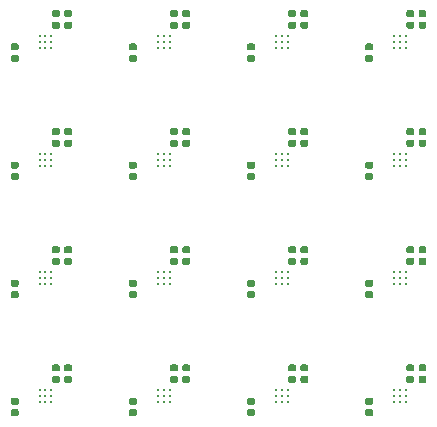
<source format=gbp>
%MOIN*%
%OFA0B0*%
%FSLAX46Y46*%
%IPPOS*%
%LPD*%
%ADD10C,0.0039370078740157488*%
%ADD11C,0.010314960629921261*%
%ADD22C,0.0039370078740157488*%
%ADD23C,0.010314960629921261*%
%ADD24C,0.0039370078740157488*%
%ADD25C,0.010314960629921261*%
%ADD26C,0.0039370078740157488*%
%ADD27C,0.010314960629921261*%
%ADD28C,0.0039370078740157488*%
%ADD29C,0.010314960629921261*%
%ADD30C,0.0039370078740157488*%
%ADD31C,0.010314960629921261*%
%ADD32C,0.0039370078740157488*%
%ADD33C,0.010314960629921261*%
%ADD34C,0.0039370078740157488*%
%ADD35C,0.010314960629921261*%
%ADD36C,0.0039370078740157488*%
%ADD37C,0.010314960629921261*%
%ADD38C,0.0039370078740157488*%
%ADD39C,0.010314960629921261*%
%ADD40C,0.0039370078740157488*%
%ADD41C,0.010314960629921261*%
%ADD42C,0.0039370078740157488*%
%ADD43C,0.010314960629921261*%
%ADD44C,0.0039370078740157488*%
%ADD45C,0.010314960629921261*%
%ADD46C,0.0039370078740157488*%
%ADD47C,0.010314960629921261*%
%ADD48C,0.0039370078740157488*%
%ADD49C,0.010314960629921261*%
%ADD50C,0.0039370078740157488*%
%ADD51C,0.010314960629921261*%
D10*
G36*
X0000062478Y0003718869D02*
G01*
X0000063042Y0003718786D01*
X0000063595Y0003718647D01*
X0000064131Y0003718455D01*
X0000064646Y0003718211D01*
X0000065135Y0003717918D01*
X0000065593Y0003717579D01*
X0000066015Y0003717196D01*
X0000066398Y0003716774D01*
X0000066737Y0003716316D01*
X0000067030Y0003715827D01*
X0000067274Y0003715312D01*
X0000067466Y0003714776D01*
X0000067604Y0003714223D01*
X0000067688Y0003713659D01*
X0000067716Y0003713090D01*
X0000067716Y0003701476D01*
X0000067688Y0003700907D01*
X0000067604Y0003700343D01*
X0000067466Y0003699790D01*
X0000067274Y0003699254D01*
X0000067030Y0003698738D01*
X0000066737Y0003698250D01*
X0000066398Y0003697792D01*
X0000066015Y0003697370D01*
X0000065593Y0003696987D01*
X0000065135Y0003696647D01*
X0000064646Y0003696355D01*
X0000064131Y0003696111D01*
X0000063595Y0003695919D01*
X0000063042Y0003695780D01*
X0000062478Y0003695697D01*
X0000061909Y0003695669D01*
X0000048326Y0003695669D01*
X0000047757Y0003695697D01*
X0000047193Y0003695780D01*
X0000046641Y0003695919D01*
X0000046104Y0003696111D01*
X0000045589Y0003696355D01*
X0000045100Y0003696647D01*
X0000044642Y0003696987D01*
X0000044220Y0003697370D01*
X0000043837Y0003697792D01*
X0000043498Y0003698250D01*
X0000043205Y0003698738D01*
X0000042961Y0003699254D01*
X0000042769Y0003699790D01*
X0000042631Y0003700343D01*
X0000042547Y0003700907D01*
X0000042519Y0003701476D01*
X0000042519Y0003713090D01*
X0000042547Y0003713659D01*
X0000042631Y0003714223D01*
X0000042769Y0003714776D01*
X0000042961Y0003715312D01*
X0000043205Y0003715827D01*
X0000043498Y0003716316D01*
X0000043837Y0003716774D01*
X0000044220Y0003717196D01*
X0000044642Y0003717579D01*
X0000045100Y0003717918D01*
X0000045589Y0003718211D01*
X0000046104Y0003718455D01*
X0000046641Y0003718647D01*
X0000047193Y0003718786D01*
X0000047757Y0003718869D01*
X0000048326Y0003718897D01*
X0000061909Y0003718897D01*
X0000062478Y0003718869D01*
G37*
G36*
X0000062478Y0003757058D02*
G01*
X0000063042Y0003756975D01*
X0000063595Y0003756836D01*
X0000064131Y0003756644D01*
X0000064646Y0003756400D01*
X0000065135Y0003756107D01*
X0000065593Y0003755768D01*
X0000066015Y0003755385D01*
X0000066398Y0003754963D01*
X0000066737Y0003754505D01*
X0000067030Y0003754016D01*
X0000067274Y0003753501D01*
X0000067466Y0003752965D01*
X0000067604Y0003752412D01*
X0000067688Y0003751848D01*
X0000067716Y0003751279D01*
X0000067716Y0003739665D01*
X0000067688Y0003739096D01*
X0000067604Y0003738532D01*
X0000067466Y0003737979D01*
X0000067274Y0003737443D01*
X0000067030Y0003736927D01*
X0000066737Y0003736439D01*
X0000066398Y0003735981D01*
X0000066015Y0003735559D01*
X0000065593Y0003735176D01*
X0000065135Y0003734836D01*
X0000064646Y0003734543D01*
X0000064131Y0003734300D01*
X0000063595Y0003734108D01*
X0000063042Y0003733969D01*
X0000062478Y0003733886D01*
X0000061909Y0003733858D01*
X0000048326Y0003733858D01*
X0000047757Y0003733886D01*
X0000047193Y0003733969D01*
X0000046641Y0003734108D01*
X0000046104Y0003734300D01*
X0000045589Y0003734543D01*
X0000045100Y0003734836D01*
X0000044642Y0003735176D01*
X0000044220Y0003735559D01*
X0000043837Y0003735981D01*
X0000043498Y0003736439D01*
X0000043205Y0003736927D01*
X0000042961Y0003737443D01*
X0000042769Y0003737979D01*
X0000042631Y0003738532D01*
X0000042547Y0003739096D01*
X0000042519Y0003739665D01*
X0000042519Y0003751279D01*
X0000042547Y0003751848D01*
X0000042631Y0003752412D01*
X0000042769Y0003752965D01*
X0000042961Y0003753501D01*
X0000043205Y0003754016D01*
X0000043498Y0003754505D01*
X0000043837Y0003754963D01*
X0000044220Y0003755385D01*
X0000044642Y0003755768D01*
X0000045100Y0003756107D01*
X0000045589Y0003756400D01*
X0000046104Y0003756644D01*
X0000046641Y0003756836D01*
X0000047193Y0003756975D01*
X0000047757Y0003757058D01*
X0000048326Y0003757086D01*
X0000061909Y0003757086D01*
X0000062478Y0003757058D01*
G37*
G36*
X0000199486Y0003829893D02*
G01*
X0000200050Y0003829809D01*
X0000200603Y0003829671D01*
X0000201139Y0003829479D01*
X0000201654Y0003829235D01*
X0000202143Y0003828942D01*
X0000202601Y0003828603D01*
X0000203023Y0003828220D01*
X0000203406Y0003827798D01*
X0000203745Y0003827340D01*
X0000204038Y0003826851D01*
X0000204282Y0003826336D01*
X0000204474Y0003825799D01*
X0000204612Y0003825247D01*
X0000204696Y0003824683D01*
X0000204724Y0003824114D01*
X0000204724Y0003812500D01*
X0000204696Y0003811930D01*
X0000204612Y0003811367D01*
X0000204474Y0003810814D01*
X0000204282Y0003810277D01*
X0000204038Y0003809762D01*
X0000203745Y0003809273D01*
X0000203406Y0003808816D01*
X0000203023Y0003808393D01*
X0000202601Y0003808011D01*
X0000202143Y0003807671D01*
X0000201654Y0003807378D01*
X0000201139Y0003807134D01*
X0000200603Y0003806942D01*
X0000200050Y0003806804D01*
X0000199486Y0003806720D01*
X0000198917Y0003806692D01*
X0000185334Y0003806692D01*
X0000184765Y0003806720D01*
X0000184201Y0003806804D01*
X0000183648Y0003806942D01*
X0000183112Y0003807134D01*
X0000182597Y0003807378D01*
X0000182108Y0003807671D01*
X0000181650Y0003808011D01*
X0000181228Y0003808393D01*
X0000180845Y0003808816D01*
X0000180506Y0003809273D01*
X0000180213Y0003809762D01*
X0000179969Y0003810277D01*
X0000179777Y0003810814D01*
X0000179639Y0003811367D01*
X0000179555Y0003811930D01*
X0000179527Y0003812500D01*
X0000179527Y0003824114D01*
X0000179555Y0003824683D01*
X0000179639Y0003825247D01*
X0000179777Y0003825799D01*
X0000179969Y0003826336D01*
X0000180213Y0003826851D01*
X0000180506Y0003827340D01*
X0000180845Y0003827798D01*
X0000181228Y0003828220D01*
X0000181650Y0003828603D01*
X0000182108Y0003828942D01*
X0000182597Y0003829235D01*
X0000183112Y0003829479D01*
X0000183648Y0003829671D01*
X0000184201Y0003829809D01*
X0000184765Y0003829893D01*
X0000185334Y0003829921D01*
X0000198917Y0003829921D01*
X0000199486Y0003829893D01*
G37*
G36*
X0000199486Y0003868082D02*
G01*
X0000200050Y0003867998D01*
X0000200603Y0003867860D01*
X0000201139Y0003867668D01*
X0000201654Y0003867424D01*
X0000202143Y0003867131D01*
X0000202601Y0003866792D01*
X0000203023Y0003866409D01*
X0000203406Y0003865987D01*
X0000203745Y0003865529D01*
X0000204038Y0003865040D01*
X0000204282Y0003864525D01*
X0000204474Y0003863988D01*
X0000204612Y0003863436D01*
X0000204696Y0003862872D01*
X0000204724Y0003862303D01*
X0000204724Y0003850688D01*
X0000204696Y0003850119D01*
X0000204612Y0003849556D01*
X0000204474Y0003849003D01*
X0000204282Y0003848466D01*
X0000204038Y0003847951D01*
X0000203745Y0003847462D01*
X0000203406Y0003847005D01*
X0000203023Y0003846582D01*
X0000202601Y0003846200D01*
X0000202143Y0003845860D01*
X0000201654Y0003845567D01*
X0000201139Y0003845323D01*
X0000200603Y0003845131D01*
X0000200050Y0003844993D01*
X0000199486Y0003844909D01*
X0000198917Y0003844881D01*
X0000185334Y0003844881D01*
X0000184765Y0003844909D01*
X0000184201Y0003844993D01*
X0000183648Y0003845131D01*
X0000183112Y0003845323D01*
X0000182597Y0003845567D01*
X0000182108Y0003845860D01*
X0000181650Y0003846200D01*
X0000181228Y0003846582D01*
X0000180845Y0003847005D01*
X0000180506Y0003847462D01*
X0000180213Y0003847951D01*
X0000179969Y0003848466D01*
X0000179777Y0003849003D01*
X0000179639Y0003849556D01*
X0000179555Y0003850119D01*
X0000179527Y0003850688D01*
X0000179527Y0003862303D01*
X0000179555Y0003862872D01*
X0000179639Y0003863436D01*
X0000179777Y0003863988D01*
X0000179969Y0003864525D01*
X0000180213Y0003865040D01*
X0000180506Y0003865529D01*
X0000180845Y0003865987D01*
X0000181228Y0003866409D01*
X0000181650Y0003866792D01*
X0000182108Y0003867131D01*
X0000182597Y0003867424D01*
X0000183112Y0003867668D01*
X0000183648Y0003867860D01*
X0000184201Y0003867998D01*
X0000184765Y0003868082D01*
X0000185334Y0003868110D01*
X0000198917Y0003868110D01*
X0000199486Y0003868082D01*
G37*
G36*
X0000240037Y0003829893D02*
G01*
X0000240601Y0003829809D01*
X0000241154Y0003829671D01*
X0000241690Y0003829479D01*
X0000242205Y0003829235D01*
X0000242694Y0003828942D01*
X0000243152Y0003828603D01*
X0000243574Y0003828220D01*
X0000243957Y0003827798D01*
X0000244296Y0003827340D01*
X0000244589Y0003826851D01*
X0000244833Y0003826336D01*
X0000245025Y0003825799D01*
X0000245164Y0003825247D01*
X0000245247Y0003824683D01*
X0000245275Y0003824114D01*
X0000245275Y0003812500D01*
X0000245247Y0003811930D01*
X0000245164Y0003811367D01*
X0000245025Y0003810814D01*
X0000244833Y0003810277D01*
X0000244589Y0003809762D01*
X0000244296Y0003809273D01*
X0000243957Y0003808816D01*
X0000243574Y0003808393D01*
X0000243152Y0003808011D01*
X0000242694Y0003807671D01*
X0000242205Y0003807378D01*
X0000241690Y0003807134D01*
X0000241154Y0003806942D01*
X0000240601Y0003806804D01*
X0000240037Y0003806720D01*
X0000239468Y0003806692D01*
X0000225885Y0003806692D01*
X0000225316Y0003806720D01*
X0000224752Y0003806804D01*
X0000224200Y0003806942D01*
X0000223663Y0003807134D01*
X0000223148Y0003807378D01*
X0000222659Y0003807671D01*
X0000222201Y0003808011D01*
X0000221779Y0003808393D01*
X0000221396Y0003808816D01*
X0000221057Y0003809273D01*
X0000220764Y0003809762D01*
X0000220520Y0003810277D01*
X0000220328Y0003810814D01*
X0000220190Y0003811367D01*
X0000220106Y0003811930D01*
X0000220078Y0003812500D01*
X0000220078Y0003824114D01*
X0000220106Y0003824683D01*
X0000220190Y0003825247D01*
X0000220328Y0003825799D01*
X0000220520Y0003826336D01*
X0000220764Y0003826851D01*
X0000221057Y0003827340D01*
X0000221396Y0003827798D01*
X0000221779Y0003828220D01*
X0000222201Y0003828603D01*
X0000222659Y0003828942D01*
X0000223148Y0003829235D01*
X0000223663Y0003829479D01*
X0000224200Y0003829671D01*
X0000224752Y0003829809D01*
X0000225316Y0003829893D01*
X0000225885Y0003829921D01*
X0000239468Y0003829921D01*
X0000240037Y0003829893D01*
G37*
G36*
X0000240037Y0003868082D02*
G01*
X0000240601Y0003867998D01*
X0000241154Y0003867860D01*
X0000241690Y0003867668D01*
X0000242205Y0003867424D01*
X0000242694Y0003867131D01*
X0000243152Y0003866792D01*
X0000243574Y0003866409D01*
X0000243957Y0003865987D01*
X0000244296Y0003865529D01*
X0000244589Y0003865040D01*
X0000244833Y0003864525D01*
X0000245025Y0003863988D01*
X0000245164Y0003863436D01*
X0000245247Y0003862872D01*
X0000245275Y0003862303D01*
X0000245275Y0003850688D01*
X0000245247Y0003850119D01*
X0000245164Y0003849556D01*
X0000245025Y0003849003D01*
X0000244833Y0003848466D01*
X0000244589Y0003847951D01*
X0000244296Y0003847462D01*
X0000243957Y0003847005D01*
X0000243574Y0003846582D01*
X0000243152Y0003846200D01*
X0000242694Y0003845860D01*
X0000242205Y0003845567D01*
X0000241690Y0003845323D01*
X0000241154Y0003845131D01*
X0000240601Y0003844993D01*
X0000240037Y0003844909D01*
X0000239468Y0003844881D01*
X0000225885Y0003844881D01*
X0000225316Y0003844909D01*
X0000224752Y0003844993D01*
X0000224200Y0003845131D01*
X0000223663Y0003845323D01*
X0000223148Y0003845567D01*
X0000222659Y0003845860D01*
X0000222201Y0003846200D01*
X0000221779Y0003846582D01*
X0000221396Y0003847005D01*
X0000221057Y0003847462D01*
X0000220764Y0003847951D01*
X0000220520Y0003848466D01*
X0000220328Y0003849003D01*
X0000220190Y0003849556D01*
X0000220106Y0003850119D01*
X0000220078Y0003850688D01*
X0000220078Y0003862303D01*
X0000220106Y0003862872D01*
X0000220190Y0003863436D01*
X0000220328Y0003863988D01*
X0000220520Y0003864525D01*
X0000220764Y0003865040D01*
X0000221057Y0003865529D01*
X0000221396Y0003865987D01*
X0000221779Y0003866409D01*
X0000222201Y0003866792D01*
X0000222659Y0003867131D01*
X0000223148Y0003867424D01*
X0000223663Y0003867668D01*
X0000224200Y0003867860D01*
X0000224752Y0003867998D01*
X0000225316Y0003868082D01*
X0000225885Y0003868110D01*
X0000239468Y0003868110D01*
X0000240037Y0003868082D01*
G37*
D11*
X0000157480Y0003761811D03*
X0000157480Y0003781496D03*
X0000177165Y0003781496D03*
X0000137795Y0003781496D03*
X0000137795Y0003761811D03*
X0000177165Y0003761811D03*
X0000177165Y0003742125D03*
X0000157480Y0003742125D03*
X0000137795Y0003742125D03*
G04 next file*
G04 #@! TF.GenerationSoftware,KiCad,Pcbnew,(5.1.5)-3*
G04 #@! TF.CreationDate,2021-04-29T13:46:15+02:00*
G04 #@! TF.ProjectId,Hivetracker,48697665-7472-4616-936b-65722e6b6963,rev?*
G04 #@! TF.SameCoordinates,PX2562500PY28a0640*
G04 #@! TF.FileFunction,Paste,Bot*
G04 #@! TF.FilePolarity,Positive*
G04 Gerber Fmt 4.6, Leading zero omitted, Abs format (unit mm)*
G04 Created by KiCad (PCBNEW (5.1.5)-3) date 2021-04-29 13:46:15*
G04 APERTURE LIST*
G04 APERTURE END LIST*
D22*
G36*
X0000456179Y0003718869D02*
G01*
X0000456743Y0003718786D01*
X0000457295Y0003718647D01*
X0000457832Y0003718455D01*
X0000458347Y0003718211D01*
X0000458836Y0003717918D01*
X0000459294Y0003717579D01*
X0000459716Y0003717196D01*
X0000460099Y0003716774D01*
X0000460438Y0003716316D01*
X0000460731Y0003715827D01*
X0000460975Y0003715312D01*
X0000461167Y0003714776D01*
X0000461305Y0003714223D01*
X0000461389Y0003713659D01*
X0000461417Y0003713090D01*
X0000461417Y0003701476D01*
X0000461389Y0003700907D01*
X0000461305Y0003700343D01*
X0000461167Y0003699790D01*
X0000460975Y0003699254D01*
X0000460731Y0003698738D01*
X0000460438Y0003698250D01*
X0000460099Y0003697792D01*
X0000459716Y0003697370D01*
X0000459294Y0003696987D01*
X0000458836Y0003696647D01*
X0000458347Y0003696355D01*
X0000457832Y0003696111D01*
X0000457295Y0003695919D01*
X0000456743Y0003695780D01*
X0000456179Y0003695697D01*
X0000455610Y0003695669D01*
X0000442027Y0003695669D01*
X0000441458Y0003695697D01*
X0000440894Y0003695780D01*
X0000440341Y0003695919D01*
X0000439805Y0003696111D01*
X0000439290Y0003696355D01*
X0000438801Y0003696647D01*
X0000438343Y0003696987D01*
X0000437921Y0003697370D01*
X0000437538Y0003697792D01*
X0000437199Y0003698250D01*
X0000436906Y0003698738D01*
X0000436662Y0003699254D01*
X0000436470Y0003699790D01*
X0000436332Y0003700343D01*
X0000436248Y0003700907D01*
X0000436220Y0003701476D01*
X0000436220Y0003713090D01*
X0000436248Y0003713659D01*
X0000436332Y0003714223D01*
X0000436470Y0003714776D01*
X0000436662Y0003715312D01*
X0000436906Y0003715827D01*
X0000437199Y0003716316D01*
X0000437538Y0003716774D01*
X0000437921Y0003717196D01*
X0000438343Y0003717579D01*
X0000438801Y0003717918D01*
X0000439290Y0003718211D01*
X0000439805Y0003718455D01*
X0000440341Y0003718647D01*
X0000440894Y0003718786D01*
X0000441458Y0003718869D01*
X0000442027Y0003718897D01*
X0000455610Y0003718897D01*
X0000456179Y0003718869D01*
G37*
G36*
X0000456179Y0003757058D02*
G01*
X0000456743Y0003756975D01*
X0000457295Y0003756836D01*
X0000457832Y0003756644D01*
X0000458347Y0003756400D01*
X0000458836Y0003756107D01*
X0000459294Y0003755768D01*
X0000459716Y0003755385D01*
X0000460099Y0003754963D01*
X0000460438Y0003754505D01*
X0000460731Y0003754016D01*
X0000460975Y0003753501D01*
X0000461167Y0003752965D01*
X0000461305Y0003752412D01*
X0000461389Y0003751848D01*
X0000461417Y0003751279D01*
X0000461417Y0003739665D01*
X0000461389Y0003739096D01*
X0000461305Y0003738532D01*
X0000461167Y0003737979D01*
X0000460975Y0003737443D01*
X0000460731Y0003736927D01*
X0000460438Y0003736439D01*
X0000460099Y0003735981D01*
X0000459716Y0003735559D01*
X0000459294Y0003735176D01*
X0000458836Y0003734836D01*
X0000458347Y0003734543D01*
X0000457832Y0003734300D01*
X0000457295Y0003734108D01*
X0000456743Y0003733969D01*
X0000456179Y0003733886D01*
X0000455610Y0003733858D01*
X0000442027Y0003733858D01*
X0000441458Y0003733886D01*
X0000440894Y0003733969D01*
X0000440341Y0003734108D01*
X0000439805Y0003734300D01*
X0000439290Y0003734543D01*
X0000438801Y0003734836D01*
X0000438343Y0003735176D01*
X0000437921Y0003735559D01*
X0000437538Y0003735981D01*
X0000437199Y0003736439D01*
X0000436906Y0003736927D01*
X0000436662Y0003737443D01*
X0000436470Y0003737979D01*
X0000436332Y0003738532D01*
X0000436248Y0003739096D01*
X0000436220Y0003739665D01*
X0000436220Y0003751279D01*
X0000436248Y0003751848D01*
X0000436332Y0003752412D01*
X0000436470Y0003752965D01*
X0000436662Y0003753501D01*
X0000436906Y0003754016D01*
X0000437199Y0003754505D01*
X0000437538Y0003754963D01*
X0000437921Y0003755385D01*
X0000438343Y0003755768D01*
X0000438801Y0003756107D01*
X0000439290Y0003756400D01*
X0000439805Y0003756644D01*
X0000440341Y0003756836D01*
X0000440894Y0003756975D01*
X0000441458Y0003757058D01*
X0000442027Y0003757086D01*
X0000455610Y0003757086D01*
X0000456179Y0003757058D01*
G37*
G36*
X0000593187Y0003829893D02*
G01*
X0000593750Y0003829809D01*
X0000594303Y0003829671D01*
X0000594840Y0003829479D01*
X0000595355Y0003829235D01*
X0000595844Y0003828942D01*
X0000596302Y0003828603D01*
X0000596724Y0003828220D01*
X0000597107Y0003827798D01*
X0000597446Y0003827340D01*
X0000597739Y0003826851D01*
X0000597983Y0003826336D01*
X0000598175Y0003825799D01*
X0000598313Y0003825247D01*
X0000598397Y0003824683D01*
X0000598425Y0003824114D01*
X0000598425Y0003812500D01*
X0000598397Y0003811930D01*
X0000598313Y0003811367D01*
X0000598175Y0003810814D01*
X0000597983Y0003810277D01*
X0000597739Y0003809762D01*
X0000597446Y0003809273D01*
X0000597107Y0003808816D01*
X0000596724Y0003808393D01*
X0000596302Y0003808011D01*
X0000595844Y0003807671D01*
X0000595355Y0003807378D01*
X0000594840Y0003807134D01*
X0000594303Y0003806942D01*
X0000593750Y0003806804D01*
X0000593187Y0003806720D01*
X0000592618Y0003806692D01*
X0000579035Y0003806692D01*
X0000578466Y0003806720D01*
X0000577902Y0003806804D01*
X0000577349Y0003806942D01*
X0000576813Y0003807134D01*
X0000576297Y0003807378D01*
X0000575809Y0003807671D01*
X0000575351Y0003808011D01*
X0000574929Y0003808393D01*
X0000574546Y0003808816D01*
X0000574207Y0003809273D01*
X0000573914Y0003809762D01*
X0000573670Y0003810277D01*
X0000573478Y0003810814D01*
X0000573339Y0003811367D01*
X0000573256Y0003811930D01*
X0000573228Y0003812500D01*
X0000573228Y0003824114D01*
X0000573256Y0003824683D01*
X0000573339Y0003825247D01*
X0000573478Y0003825799D01*
X0000573670Y0003826336D01*
X0000573914Y0003826851D01*
X0000574207Y0003827340D01*
X0000574546Y0003827798D01*
X0000574929Y0003828220D01*
X0000575351Y0003828603D01*
X0000575809Y0003828942D01*
X0000576297Y0003829235D01*
X0000576813Y0003829479D01*
X0000577349Y0003829671D01*
X0000577902Y0003829809D01*
X0000578466Y0003829893D01*
X0000579035Y0003829921D01*
X0000592618Y0003829921D01*
X0000593187Y0003829893D01*
G37*
G36*
X0000593187Y0003868082D02*
G01*
X0000593750Y0003867998D01*
X0000594303Y0003867860D01*
X0000594840Y0003867668D01*
X0000595355Y0003867424D01*
X0000595844Y0003867131D01*
X0000596302Y0003866792D01*
X0000596724Y0003866409D01*
X0000597107Y0003865987D01*
X0000597446Y0003865529D01*
X0000597739Y0003865040D01*
X0000597983Y0003864525D01*
X0000598175Y0003863988D01*
X0000598313Y0003863436D01*
X0000598397Y0003862872D01*
X0000598425Y0003862303D01*
X0000598425Y0003850688D01*
X0000598397Y0003850119D01*
X0000598313Y0003849556D01*
X0000598175Y0003849003D01*
X0000597983Y0003848466D01*
X0000597739Y0003847951D01*
X0000597446Y0003847462D01*
X0000597107Y0003847005D01*
X0000596724Y0003846582D01*
X0000596302Y0003846200D01*
X0000595844Y0003845860D01*
X0000595355Y0003845567D01*
X0000594840Y0003845323D01*
X0000594303Y0003845131D01*
X0000593750Y0003844993D01*
X0000593187Y0003844909D01*
X0000592618Y0003844881D01*
X0000579035Y0003844881D01*
X0000578466Y0003844909D01*
X0000577902Y0003844993D01*
X0000577349Y0003845131D01*
X0000576813Y0003845323D01*
X0000576297Y0003845567D01*
X0000575809Y0003845860D01*
X0000575351Y0003846200D01*
X0000574929Y0003846582D01*
X0000574546Y0003847005D01*
X0000574207Y0003847462D01*
X0000573914Y0003847951D01*
X0000573670Y0003848466D01*
X0000573478Y0003849003D01*
X0000573339Y0003849556D01*
X0000573256Y0003850119D01*
X0000573228Y0003850688D01*
X0000573228Y0003862303D01*
X0000573256Y0003862872D01*
X0000573339Y0003863436D01*
X0000573478Y0003863988D01*
X0000573670Y0003864525D01*
X0000573914Y0003865040D01*
X0000574207Y0003865529D01*
X0000574546Y0003865987D01*
X0000574929Y0003866409D01*
X0000575351Y0003866792D01*
X0000575809Y0003867131D01*
X0000576297Y0003867424D01*
X0000576813Y0003867668D01*
X0000577349Y0003867860D01*
X0000577902Y0003867998D01*
X0000578466Y0003868082D01*
X0000579035Y0003868110D01*
X0000592618Y0003868110D01*
X0000593187Y0003868082D01*
G37*
G36*
X0000633738Y0003829893D02*
G01*
X0000634302Y0003829809D01*
X0000634854Y0003829671D01*
X0000635391Y0003829479D01*
X0000635906Y0003829235D01*
X0000636395Y0003828942D01*
X0000636853Y0003828603D01*
X0000637275Y0003828220D01*
X0000637658Y0003827798D01*
X0000637997Y0003827340D01*
X0000638290Y0003826851D01*
X0000638534Y0003826336D01*
X0000638726Y0003825799D01*
X0000638864Y0003825247D01*
X0000638948Y0003824683D01*
X0000638976Y0003824114D01*
X0000638976Y0003812500D01*
X0000638948Y0003811930D01*
X0000638864Y0003811367D01*
X0000638726Y0003810814D01*
X0000638534Y0003810277D01*
X0000638290Y0003809762D01*
X0000637997Y0003809273D01*
X0000637658Y0003808816D01*
X0000637275Y0003808393D01*
X0000636853Y0003808011D01*
X0000636395Y0003807671D01*
X0000635906Y0003807378D01*
X0000635391Y0003807134D01*
X0000634854Y0003806942D01*
X0000634302Y0003806804D01*
X0000633738Y0003806720D01*
X0000633169Y0003806692D01*
X0000619586Y0003806692D01*
X0000619017Y0003806720D01*
X0000618453Y0003806804D01*
X0000617900Y0003806942D01*
X0000617364Y0003807134D01*
X0000616849Y0003807378D01*
X0000616360Y0003807671D01*
X0000615902Y0003808011D01*
X0000615480Y0003808393D01*
X0000615097Y0003808816D01*
X0000614758Y0003809273D01*
X0000614465Y0003809762D01*
X0000614221Y0003810277D01*
X0000614029Y0003810814D01*
X0000613891Y0003811367D01*
X0000613807Y0003811930D01*
X0000613779Y0003812500D01*
X0000613779Y0003824114D01*
X0000613807Y0003824683D01*
X0000613891Y0003825247D01*
X0000614029Y0003825799D01*
X0000614221Y0003826336D01*
X0000614465Y0003826851D01*
X0000614758Y0003827340D01*
X0000615097Y0003827798D01*
X0000615480Y0003828220D01*
X0000615902Y0003828603D01*
X0000616360Y0003828942D01*
X0000616849Y0003829235D01*
X0000617364Y0003829479D01*
X0000617900Y0003829671D01*
X0000618453Y0003829809D01*
X0000619017Y0003829893D01*
X0000619586Y0003829921D01*
X0000633169Y0003829921D01*
X0000633738Y0003829893D01*
G37*
G36*
X0000633738Y0003868082D02*
G01*
X0000634302Y0003867998D01*
X0000634854Y0003867860D01*
X0000635391Y0003867668D01*
X0000635906Y0003867424D01*
X0000636395Y0003867131D01*
X0000636853Y0003866792D01*
X0000637275Y0003866409D01*
X0000637658Y0003865987D01*
X0000637997Y0003865529D01*
X0000638290Y0003865040D01*
X0000638534Y0003864525D01*
X0000638726Y0003863988D01*
X0000638864Y0003863436D01*
X0000638948Y0003862872D01*
X0000638976Y0003862303D01*
X0000638976Y0003850688D01*
X0000638948Y0003850119D01*
X0000638864Y0003849556D01*
X0000638726Y0003849003D01*
X0000638534Y0003848466D01*
X0000638290Y0003847951D01*
X0000637997Y0003847462D01*
X0000637658Y0003847005D01*
X0000637275Y0003846582D01*
X0000636853Y0003846200D01*
X0000636395Y0003845860D01*
X0000635906Y0003845567D01*
X0000635391Y0003845323D01*
X0000634854Y0003845131D01*
X0000634302Y0003844993D01*
X0000633738Y0003844909D01*
X0000633169Y0003844881D01*
X0000619586Y0003844881D01*
X0000619017Y0003844909D01*
X0000618453Y0003844993D01*
X0000617900Y0003845131D01*
X0000617364Y0003845323D01*
X0000616849Y0003845567D01*
X0000616360Y0003845860D01*
X0000615902Y0003846200D01*
X0000615480Y0003846582D01*
X0000615097Y0003847005D01*
X0000614758Y0003847462D01*
X0000614465Y0003847951D01*
X0000614221Y0003848466D01*
X0000614029Y0003849003D01*
X0000613891Y0003849556D01*
X0000613807Y0003850119D01*
X0000613779Y0003850688D01*
X0000613779Y0003862303D01*
X0000613807Y0003862872D01*
X0000613891Y0003863436D01*
X0000614029Y0003863988D01*
X0000614221Y0003864525D01*
X0000614465Y0003865040D01*
X0000614758Y0003865529D01*
X0000615097Y0003865987D01*
X0000615480Y0003866409D01*
X0000615902Y0003866792D01*
X0000616360Y0003867131D01*
X0000616849Y0003867424D01*
X0000617364Y0003867668D01*
X0000617900Y0003867860D01*
X0000618453Y0003867998D01*
X0000619017Y0003868082D01*
X0000619586Y0003868110D01*
X0000633169Y0003868110D01*
X0000633738Y0003868082D01*
G37*
D23*
X0000551181Y0003761811D03*
X0000551181Y0003781496D03*
X0000570866Y0003781496D03*
X0000531496Y0003781496D03*
X0000531496Y0003761811D03*
X0000570866Y0003761811D03*
X0000570866Y0003742125D03*
X0000551181Y0003742125D03*
X0000531496Y0003742125D03*
G04 next file*
G04 #@! TF.GenerationSoftware,KiCad,Pcbnew,(5.1.5)-3*
G04 #@! TF.CreationDate,2021-04-29T13:46:15+02:00*
G04 #@! TF.ProjectId,Hivetracker,48697665-7472-4616-936b-65722e6b6963,rev?*
G04 #@! TF.SameCoordinates,PX2562500PY28a0640*
G04 #@! TF.FileFunction,Paste,Bot*
G04 #@! TF.FilePolarity,Positive*
G04 Gerber Fmt 4.6, Leading zero omitted, Abs format (unit mm)*
G04 Created by KiCad (PCBNEW (5.1.5)-3) date 2021-04-29 13:46:15*
G04 APERTURE LIST*
G04 APERTURE END LIST*
D24*
G36*
X0000849880Y0003718869D02*
G01*
X0000850443Y0003718786D01*
X0000850996Y0003718647D01*
X0000851533Y0003718455D01*
X0000852048Y0003718211D01*
X0000852537Y0003717918D01*
X0000852995Y0003717579D01*
X0000853417Y0003717196D01*
X0000853799Y0003716774D01*
X0000854139Y0003716316D01*
X0000854432Y0003715827D01*
X0000854676Y0003715312D01*
X0000854868Y0003714776D01*
X0000855006Y0003714223D01*
X0000855090Y0003713659D01*
X0000855118Y0003713090D01*
X0000855118Y0003701476D01*
X0000855090Y0003700907D01*
X0000855006Y0003700343D01*
X0000854868Y0003699790D01*
X0000854676Y0003699254D01*
X0000854432Y0003698738D01*
X0000854139Y0003698250D01*
X0000853799Y0003697792D01*
X0000853417Y0003697370D01*
X0000852995Y0003696987D01*
X0000852537Y0003696647D01*
X0000852048Y0003696355D01*
X0000851533Y0003696111D01*
X0000850996Y0003695919D01*
X0000850443Y0003695780D01*
X0000849880Y0003695697D01*
X0000849311Y0003695669D01*
X0000835728Y0003695669D01*
X0000835159Y0003695697D01*
X0000834595Y0003695780D01*
X0000834042Y0003695919D01*
X0000833506Y0003696111D01*
X0000832990Y0003696355D01*
X0000832502Y0003696647D01*
X0000832044Y0003696987D01*
X0000831622Y0003697370D01*
X0000831239Y0003697792D01*
X0000830899Y0003698250D01*
X0000830606Y0003698738D01*
X0000830363Y0003699254D01*
X0000830171Y0003699790D01*
X0000830032Y0003700343D01*
X0000829949Y0003700907D01*
X0000829921Y0003701476D01*
X0000829921Y0003713090D01*
X0000829949Y0003713659D01*
X0000830032Y0003714223D01*
X0000830171Y0003714776D01*
X0000830363Y0003715312D01*
X0000830606Y0003715827D01*
X0000830899Y0003716316D01*
X0000831239Y0003716774D01*
X0000831622Y0003717196D01*
X0000832044Y0003717579D01*
X0000832502Y0003717918D01*
X0000832990Y0003718211D01*
X0000833506Y0003718455D01*
X0000834042Y0003718647D01*
X0000834595Y0003718786D01*
X0000835159Y0003718869D01*
X0000835728Y0003718897D01*
X0000849311Y0003718897D01*
X0000849880Y0003718869D01*
G37*
G36*
X0000849880Y0003757058D02*
G01*
X0000850443Y0003756975D01*
X0000850996Y0003756836D01*
X0000851533Y0003756644D01*
X0000852048Y0003756400D01*
X0000852537Y0003756107D01*
X0000852995Y0003755768D01*
X0000853417Y0003755385D01*
X0000853799Y0003754963D01*
X0000854139Y0003754505D01*
X0000854432Y0003754016D01*
X0000854676Y0003753501D01*
X0000854868Y0003752965D01*
X0000855006Y0003752412D01*
X0000855090Y0003751848D01*
X0000855118Y0003751279D01*
X0000855118Y0003739665D01*
X0000855090Y0003739096D01*
X0000855006Y0003738532D01*
X0000854868Y0003737979D01*
X0000854676Y0003737443D01*
X0000854432Y0003736927D01*
X0000854139Y0003736439D01*
X0000853799Y0003735981D01*
X0000853417Y0003735559D01*
X0000852995Y0003735176D01*
X0000852537Y0003734836D01*
X0000852048Y0003734543D01*
X0000851533Y0003734300D01*
X0000850996Y0003734108D01*
X0000850443Y0003733969D01*
X0000849880Y0003733886D01*
X0000849311Y0003733858D01*
X0000835728Y0003733858D01*
X0000835159Y0003733886D01*
X0000834595Y0003733969D01*
X0000834042Y0003734108D01*
X0000833506Y0003734300D01*
X0000832990Y0003734543D01*
X0000832502Y0003734836D01*
X0000832044Y0003735176D01*
X0000831622Y0003735559D01*
X0000831239Y0003735981D01*
X0000830899Y0003736439D01*
X0000830606Y0003736927D01*
X0000830363Y0003737443D01*
X0000830171Y0003737979D01*
X0000830032Y0003738532D01*
X0000829949Y0003739096D01*
X0000829921Y0003739665D01*
X0000829921Y0003751279D01*
X0000829949Y0003751848D01*
X0000830032Y0003752412D01*
X0000830171Y0003752965D01*
X0000830363Y0003753501D01*
X0000830606Y0003754016D01*
X0000830899Y0003754505D01*
X0000831239Y0003754963D01*
X0000831622Y0003755385D01*
X0000832044Y0003755768D01*
X0000832502Y0003756107D01*
X0000832990Y0003756400D01*
X0000833506Y0003756644D01*
X0000834042Y0003756836D01*
X0000834595Y0003756975D01*
X0000835159Y0003757058D01*
X0000835728Y0003757086D01*
X0000849311Y0003757086D01*
X0000849880Y0003757058D01*
G37*
G36*
X0000986888Y0003829893D02*
G01*
X0000987451Y0003829809D01*
X0000988004Y0003829671D01*
X0000988541Y0003829479D01*
X0000989056Y0003829235D01*
X0000989545Y0003828942D01*
X0000990002Y0003828603D01*
X0000990425Y0003828220D01*
X0000990807Y0003827798D01*
X0000991147Y0003827340D01*
X0000991440Y0003826851D01*
X0000991683Y0003826336D01*
X0000991875Y0003825799D01*
X0000992014Y0003825247D01*
X0000992098Y0003824683D01*
X0000992125Y0003824114D01*
X0000992125Y0003812500D01*
X0000992098Y0003811930D01*
X0000992014Y0003811367D01*
X0000991875Y0003810814D01*
X0000991683Y0003810277D01*
X0000991440Y0003809762D01*
X0000991147Y0003809273D01*
X0000990807Y0003808816D01*
X0000990425Y0003808393D01*
X0000990002Y0003808011D01*
X0000989545Y0003807671D01*
X0000989056Y0003807378D01*
X0000988541Y0003807134D01*
X0000988004Y0003806942D01*
X0000987451Y0003806804D01*
X0000986888Y0003806720D01*
X0000986318Y0003806692D01*
X0000972736Y0003806692D01*
X0000972167Y0003806720D01*
X0000971603Y0003806804D01*
X0000971050Y0003806942D01*
X0000970513Y0003807134D01*
X0000969998Y0003807378D01*
X0000969509Y0003807671D01*
X0000969052Y0003808011D01*
X0000968630Y0003808393D01*
X0000968247Y0003808816D01*
X0000967907Y0003809273D01*
X0000967614Y0003809762D01*
X0000967371Y0003810277D01*
X0000967179Y0003810814D01*
X0000967040Y0003811367D01*
X0000966957Y0003811930D01*
X0000966929Y0003812500D01*
X0000966929Y0003824114D01*
X0000966957Y0003824683D01*
X0000967040Y0003825247D01*
X0000967179Y0003825799D01*
X0000967371Y0003826336D01*
X0000967614Y0003826851D01*
X0000967907Y0003827340D01*
X0000968247Y0003827798D01*
X0000968630Y0003828220D01*
X0000969052Y0003828603D01*
X0000969509Y0003828942D01*
X0000969998Y0003829235D01*
X0000970513Y0003829479D01*
X0000971050Y0003829671D01*
X0000971603Y0003829809D01*
X0000972167Y0003829893D01*
X0000972736Y0003829921D01*
X0000986318Y0003829921D01*
X0000986888Y0003829893D01*
G37*
G36*
X0000986888Y0003868082D02*
G01*
X0000987451Y0003867998D01*
X0000988004Y0003867860D01*
X0000988541Y0003867668D01*
X0000989056Y0003867424D01*
X0000989545Y0003867131D01*
X0000990002Y0003866792D01*
X0000990425Y0003866409D01*
X0000990807Y0003865987D01*
X0000991147Y0003865529D01*
X0000991440Y0003865040D01*
X0000991683Y0003864525D01*
X0000991875Y0003863988D01*
X0000992014Y0003863436D01*
X0000992098Y0003862872D01*
X0000992125Y0003862303D01*
X0000992125Y0003850688D01*
X0000992098Y0003850119D01*
X0000992014Y0003849556D01*
X0000991875Y0003849003D01*
X0000991683Y0003848466D01*
X0000991440Y0003847951D01*
X0000991147Y0003847462D01*
X0000990807Y0003847005D01*
X0000990425Y0003846582D01*
X0000990002Y0003846200D01*
X0000989545Y0003845860D01*
X0000989056Y0003845567D01*
X0000988541Y0003845323D01*
X0000988004Y0003845131D01*
X0000987451Y0003844993D01*
X0000986888Y0003844909D01*
X0000986318Y0003844881D01*
X0000972736Y0003844881D01*
X0000972167Y0003844909D01*
X0000971603Y0003844993D01*
X0000971050Y0003845131D01*
X0000970513Y0003845323D01*
X0000969998Y0003845567D01*
X0000969509Y0003845860D01*
X0000969052Y0003846200D01*
X0000968630Y0003846582D01*
X0000968247Y0003847005D01*
X0000967907Y0003847462D01*
X0000967614Y0003847951D01*
X0000967371Y0003848466D01*
X0000967179Y0003849003D01*
X0000967040Y0003849556D01*
X0000966957Y0003850119D01*
X0000966929Y0003850688D01*
X0000966929Y0003862303D01*
X0000966957Y0003862872D01*
X0000967040Y0003863436D01*
X0000967179Y0003863988D01*
X0000967371Y0003864525D01*
X0000967614Y0003865040D01*
X0000967907Y0003865529D01*
X0000968247Y0003865987D01*
X0000968630Y0003866409D01*
X0000969052Y0003866792D01*
X0000969509Y0003867131D01*
X0000969998Y0003867424D01*
X0000970513Y0003867668D01*
X0000971050Y0003867860D01*
X0000971603Y0003867998D01*
X0000972167Y0003868082D01*
X0000972736Y0003868110D01*
X0000986318Y0003868110D01*
X0000986888Y0003868082D01*
G37*
G36*
X0001027439Y0003829893D02*
G01*
X0001028002Y0003829809D01*
X0001028555Y0003829671D01*
X0001029092Y0003829479D01*
X0001029607Y0003829235D01*
X0001030096Y0003828942D01*
X0001030554Y0003828603D01*
X0001030976Y0003828220D01*
X0001031359Y0003827798D01*
X0001031698Y0003827340D01*
X0001031991Y0003826851D01*
X0001032235Y0003826336D01*
X0001032427Y0003825799D01*
X0001032565Y0003825247D01*
X0001032649Y0003824683D01*
X0001032677Y0003824114D01*
X0001032677Y0003812500D01*
X0001032649Y0003811930D01*
X0001032565Y0003811367D01*
X0001032427Y0003810814D01*
X0001032235Y0003810277D01*
X0001031991Y0003809762D01*
X0001031698Y0003809273D01*
X0001031359Y0003808816D01*
X0001030976Y0003808393D01*
X0001030554Y0003808011D01*
X0001030096Y0003807671D01*
X0001029607Y0003807378D01*
X0001029092Y0003807134D01*
X0001028555Y0003806942D01*
X0001028002Y0003806804D01*
X0001027439Y0003806720D01*
X0001026870Y0003806692D01*
X0001013287Y0003806692D01*
X0001012718Y0003806720D01*
X0001012154Y0003806804D01*
X0001011601Y0003806942D01*
X0001011065Y0003807134D01*
X0001010549Y0003807378D01*
X0001010061Y0003807671D01*
X0001009603Y0003808011D01*
X0001009181Y0003808393D01*
X0001008798Y0003808816D01*
X0001008458Y0003809273D01*
X0001008165Y0003809762D01*
X0001007922Y0003810277D01*
X0001007730Y0003810814D01*
X0001007591Y0003811367D01*
X0001007508Y0003811930D01*
X0001007480Y0003812500D01*
X0001007480Y0003824114D01*
X0001007508Y0003824683D01*
X0001007591Y0003825247D01*
X0001007730Y0003825799D01*
X0001007922Y0003826336D01*
X0001008165Y0003826851D01*
X0001008458Y0003827340D01*
X0001008798Y0003827798D01*
X0001009181Y0003828220D01*
X0001009603Y0003828603D01*
X0001010061Y0003828942D01*
X0001010549Y0003829235D01*
X0001011065Y0003829479D01*
X0001011601Y0003829671D01*
X0001012154Y0003829809D01*
X0001012718Y0003829893D01*
X0001013287Y0003829921D01*
X0001026870Y0003829921D01*
X0001027439Y0003829893D01*
G37*
G36*
X0001027439Y0003868082D02*
G01*
X0001028002Y0003867998D01*
X0001028555Y0003867860D01*
X0001029092Y0003867668D01*
X0001029607Y0003867424D01*
X0001030096Y0003867131D01*
X0001030554Y0003866792D01*
X0001030976Y0003866409D01*
X0001031359Y0003865987D01*
X0001031698Y0003865529D01*
X0001031991Y0003865040D01*
X0001032235Y0003864525D01*
X0001032427Y0003863988D01*
X0001032565Y0003863436D01*
X0001032649Y0003862872D01*
X0001032677Y0003862303D01*
X0001032677Y0003850688D01*
X0001032649Y0003850119D01*
X0001032565Y0003849556D01*
X0001032427Y0003849003D01*
X0001032235Y0003848466D01*
X0001031991Y0003847951D01*
X0001031698Y0003847462D01*
X0001031359Y0003847005D01*
X0001030976Y0003846582D01*
X0001030554Y0003846200D01*
X0001030096Y0003845860D01*
X0001029607Y0003845567D01*
X0001029092Y0003845323D01*
X0001028555Y0003845131D01*
X0001028002Y0003844993D01*
X0001027439Y0003844909D01*
X0001026870Y0003844881D01*
X0001013287Y0003844881D01*
X0001012718Y0003844909D01*
X0001012154Y0003844993D01*
X0001011601Y0003845131D01*
X0001011065Y0003845323D01*
X0001010549Y0003845567D01*
X0001010061Y0003845860D01*
X0001009603Y0003846200D01*
X0001009181Y0003846582D01*
X0001008798Y0003847005D01*
X0001008458Y0003847462D01*
X0001008165Y0003847951D01*
X0001007922Y0003848466D01*
X0001007730Y0003849003D01*
X0001007591Y0003849556D01*
X0001007508Y0003850119D01*
X0001007480Y0003850688D01*
X0001007480Y0003862303D01*
X0001007508Y0003862872D01*
X0001007591Y0003863436D01*
X0001007730Y0003863988D01*
X0001007922Y0003864525D01*
X0001008165Y0003865040D01*
X0001008458Y0003865529D01*
X0001008798Y0003865987D01*
X0001009181Y0003866409D01*
X0001009603Y0003866792D01*
X0001010061Y0003867131D01*
X0001010549Y0003867424D01*
X0001011065Y0003867668D01*
X0001011601Y0003867860D01*
X0001012154Y0003867998D01*
X0001012718Y0003868082D01*
X0001013287Y0003868110D01*
X0001026870Y0003868110D01*
X0001027439Y0003868082D01*
G37*
D25*
X0000944881Y0003761811D03*
X0000944881Y0003781496D03*
X0000964566Y0003781496D03*
X0000925196Y0003781496D03*
X0000925196Y0003761811D03*
X0000964566Y0003761811D03*
X0000964566Y0003742125D03*
X0000944881Y0003742125D03*
X0000925196Y0003742125D03*
G04 next file*
G04 #@! TF.GenerationSoftware,KiCad,Pcbnew,(5.1.5)-3*
G04 #@! TF.CreationDate,2021-04-29T13:46:15+02:00*
G04 #@! TF.ProjectId,Hivetracker,48697665-7472-4616-936b-65722e6b6963,rev?*
G04 #@! TF.SameCoordinates,PX2562500PY28a0640*
G04 #@! TF.FileFunction,Paste,Bot*
G04 #@! TF.FilePolarity,Positive*
G04 Gerber Fmt 4.6, Leading zero omitted, Abs format (unit mm)*
G04 Created by KiCad (PCBNEW (5.1.5)-3) date 2021-04-29 13:46:15*
G04 APERTURE LIST*
G04 APERTURE END LIST*
D26*
G36*
X0000062478Y0003325168D02*
G01*
X0000063042Y0003325085D01*
X0000063595Y0003324946D01*
X0000064131Y0003324754D01*
X0000064646Y0003324511D01*
X0000065135Y0003324218D01*
X0000065593Y0003323878D01*
X0000066015Y0003323495D01*
X0000066398Y0003323073D01*
X0000066737Y0003322616D01*
X0000067030Y0003322127D01*
X0000067274Y0003321612D01*
X0000067466Y0003321075D01*
X0000067604Y0003320522D01*
X0000067688Y0003319958D01*
X0000067716Y0003319389D01*
X0000067716Y0003307775D01*
X0000067688Y0003307206D01*
X0000067604Y0003306642D01*
X0000067466Y0003306089D01*
X0000067274Y0003305553D01*
X0000067030Y0003305038D01*
X0000066737Y0003304549D01*
X0000066398Y0003304091D01*
X0000066015Y0003303669D01*
X0000065593Y0003303286D01*
X0000065135Y0003302947D01*
X0000064646Y0003302654D01*
X0000064131Y0003302410D01*
X0000063595Y0003302218D01*
X0000063042Y0003302080D01*
X0000062478Y0003301996D01*
X0000061909Y0003301968D01*
X0000048326Y0003301968D01*
X0000047757Y0003301996D01*
X0000047193Y0003302080D01*
X0000046641Y0003302218D01*
X0000046104Y0003302410D01*
X0000045589Y0003302654D01*
X0000045100Y0003302947D01*
X0000044642Y0003303286D01*
X0000044220Y0003303669D01*
X0000043837Y0003304091D01*
X0000043498Y0003304549D01*
X0000043205Y0003305038D01*
X0000042961Y0003305553D01*
X0000042769Y0003306089D01*
X0000042631Y0003306642D01*
X0000042547Y0003307206D01*
X0000042519Y0003307775D01*
X0000042519Y0003319389D01*
X0000042547Y0003319958D01*
X0000042631Y0003320522D01*
X0000042769Y0003321075D01*
X0000042961Y0003321612D01*
X0000043205Y0003322127D01*
X0000043498Y0003322616D01*
X0000043837Y0003323073D01*
X0000044220Y0003323495D01*
X0000044642Y0003323878D01*
X0000045100Y0003324218D01*
X0000045589Y0003324511D01*
X0000046104Y0003324754D01*
X0000046641Y0003324946D01*
X0000047193Y0003325085D01*
X0000047757Y0003325168D01*
X0000048326Y0003325196D01*
X0000061909Y0003325196D01*
X0000062478Y0003325168D01*
G37*
G36*
X0000062478Y0003363357D02*
G01*
X0000063042Y0003363274D01*
X0000063595Y0003363135D01*
X0000064131Y0003362943D01*
X0000064646Y0003362700D01*
X0000065135Y0003362407D01*
X0000065593Y0003362067D01*
X0000066015Y0003361684D01*
X0000066398Y0003361262D01*
X0000066737Y0003360805D01*
X0000067030Y0003360316D01*
X0000067274Y0003359801D01*
X0000067466Y0003359264D01*
X0000067604Y0003358711D01*
X0000067688Y0003358147D01*
X0000067716Y0003357578D01*
X0000067716Y0003345964D01*
X0000067688Y0003345395D01*
X0000067604Y0003344831D01*
X0000067466Y0003344278D01*
X0000067274Y0003343742D01*
X0000067030Y0003343227D01*
X0000066737Y0003342738D01*
X0000066398Y0003342280D01*
X0000066015Y0003341858D01*
X0000065593Y0003341475D01*
X0000065135Y0003341136D01*
X0000064646Y0003340843D01*
X0000064131Y0003340599D01*
X0000063595Y0003340407D01*
X0000063042Y0003340269D01*
X0000062478Y0003340185D01*
X0000061909Y0003340157D01*
X0000048326Y0003340157D01*
X0000047757Y0003340185D01*
X0000047193Y0003340269D01*
X0000046641Y0003340407D01*
X0000046104Y0003340599D01*
X0000045589Y0003340843D01*
X0000045100Y0003341136D01*
X0000044642Y0003341475D01*
X0000044220Y0003341858D01*
X0000043837Y0003342280D01*
X0000043498Y0003342738D01*
X0000043205Y0003343227D01*
X0000042961Y0003343742D01*
X0000042769Y0003344278D01*
X0000042631Y0003344831D01*
X0000042547Y0003345395D01*
X0000042519Y0003345964D01*
X0000042519Y0003357578D01*
X0000042547Y0003358147D01*
X0000042631Y0003358711D01*
X0000042769Y0003359264D01*
X0000042961Y0003359801D01*
X0000043205Y0003360316D01*
X0000043498Y0003360805D01*
X0000043837Y0003361262D01*
X0000044220Y0003361684D01*
X0000044642Y0003362067D01*
X0000045100Y0003362407D01*
X0000045589Y0003362700D01*
X0000046104Y0003362943D01*
X0000046641Y0003363135D01*
X0000047193Y0003363274D01*
X0000047757Y0003363357D01*
X0000048326Y0003363385D01*
X0000061909Y0003363385D01*
X0000062478Y0003363357D01*
G37*
G36*
X0000199486Y0003436192D02*
G01*
X0000200050Y0003436108D01*
X0000200603Y0003435970D01*
X0000201139Y0003435778D01*
X0000201654Y0003435534D01*
X0000202143Y0003435241D01*
X0000202601Y0003434902D01*
X0000203023Y0003434519D01*
X0000203406Y0003434097D01*
X0000203745Y0003433639D01*
X0000204038Y0003433150D01*
X0000204282Y0003432635D01*
X0000204474Y0003432099D01*
X0000204612Y0003431546D01*
X0000204696Y0003430982D01*
X0000204724Y0003430413D01*
X0000204724Y0003418799D01*
X0000204696Y0003418230D01*
X0000204612Y0003417666D01*
X0000204474Y0003417113D01*
X0000204282Y0003416576D01*
X0000204038Y0003416061D01*
X0000203745Y0003415572D01*
X0000203406Y0003415115D01*
X0000203023Y0003414692D01*
X0000202601Y0003414310D01*
X0000202143Y0003413970D01*
X0000201654Y0003413677D01*
X0000201139Y0003413434D01*
X0000200603Y0003413242D01*
X0000200050Y0003413103D01*
X0000199486Y0003413020D01*
X0000198917Y0003412992D01*
X0000185334Y0003412992D01*
X0000184765Y0003413020D01*
X0000184201Y0003413103D01*
X0000183648Y0003413242D01*
X0000183112Y0003413434D01*
X0000182597Y0003413677D01*
X0000182108Y0003413970D01*
X0000181650Y0003414310D01*
X0000181228Y0003414692D01*
X0000180845Y0003415115D01*
X0000180506Y0003415572D01*
X0000180213Y0003416061D01*
X0000179969Y0003416576D01*
X0000179777Y0003417113D01*
X0000179639Y0003417666D01*
X0000179555Y0003418230D01*
X0000179527Y0003418799D01*
X0000179527Y0003430413D01*
X0000179555Y0003430982D01*
X0000179639Y0003431546D01*
X0000179777Y0003432099D01*
X0000179969Y0003432635D01*
X0000180213Y0003433150D01*
X0000180506Y0003433639D01*
X0000180845Y0003434097D01*
X0000181228Y0003434519D01*
X0000181650Y0003434902D01*
X0000182108Y0003435241D01*
X0000182597Y0003435534D01*
X0000183112Y0003435778D01*
X0000183648Y0003435970D01*
X0000184201Y0003436108D01*
X0000184765Y0003436192D01*
X0000185334Y0003436220D01*
X0000198917Y0003436220D01*
X0000199486Y0003436192D01*
G37*
G36*
X0000199486Y0003474381D02*
G01*
X0000200050Y0003474297D01*
X0000200603Y0003474159D01*
X0000201139Y0003473967D01*
X0000201654Y0003473723D01*
X0000202143Y0003473430D01*
X0000202601Y0003473091D01*
X0000203023Y0003472708D01*
X0000203406Y0003472286D01*
X0000203745Y0003471828D01*
X0000204038Y0003471339D01*
X0000204282Y0003470824D01*
X0000204474Y0003470288D01*
X0000204612Y0003469735D01*
X0000204696Y0003469171D01*
X0000204724Y0003468602D01*
X0000204724Y0003456988D01*
X0000204696Y0003456418D01*
X0000204612Y0003455855D01*
X0000204474Y0003455302D01*
X0000204282Y0003454765D01*
X0000204038Y0003454250D01*
X0000203745Y0003453761D01*
X0000203406Y0003453304D01*
X0000203023Y0003452881D01*
X0000202601Y0003452499D01*
X0000202143Y0003452159D01*
X0000201654Y0003451866D01*
X0000201139Y0003451623D01*
X0000200603Y0003451431D01*
X0000200050Y0003451292D01*
X0000199486Y0003451209D01*
X0000198917Y0003451181D01*
X0000185334Y0003451181D01*
X0000184765Y0003451209D01*
X0000184201Y0003451292D01*
X0000183648Y0003451431D01*
X0000183112Y0003451623D01*
X0000182597Y0003451866D01*
X0000182108Y0003452159D01*
X0000181650Y0003452499D01*
X0000181228Y0003452881D01*
X0000180845Y0003453304D01*
X0000180506Y0003453761D01*
X0000180213Y0003454250D01*
X0000179969Y0003454765D01*
X0000179777Y0003455302D01*
X0000179639Y0003455855D01*
X0000179555Y0003456418D01*
X0000179527Y0003456988D01*
X0000179527Y0003468602D01*
X0000179555Y0003469171D01*
X0000179639Y0003469735D01*
X0000179777Y0003470288D01*
X0000179969Y0003470824D01*
X0000180213Y0003471339D01*
X0000180506Y0003471828D01*
X0000180845Y0003472286D01*
X0000181228Y0003472708D01*
X0000181650Y0003473091D01*
X0000182108Y0003473430D01*
X0000182597Y0003473723D01*
X0000183112Y0003473967D01*
X0000183648Y0003474159D01*
X0000184201Y0003474297D01*
X0000184765Y0003474381D01*
X0000185334Y0003474409D01*
X0000198917Y0003474409D01*
X0000199486Y0003474381D01*
G37*
G36*
X0000240037Y0003436192D02*
G01*
X0000240601Y0003436108D01*
X0000241154Y0003435970D01*
X0000241690Y0003435778D01*
X0000242205Y0003435534D01*
X0000242694Y0003435241D01*
X0000243152Y0003434902D01*
X0000243574Y0003434519D01*
X0000243957Y0003434097D01*
X0000244296Y0003433639D01*
X0000244589Y0003433150D01*
X0000244833Y0003432635D01*
X0000245025Y0003432099D01*
X0000245164Y0003431546D01*
X0000245247Y0003430982D01*
X0000245275Y0003430413D01*
X0000245275Y0003418799D01*
X0000245247Y0003418230D01*
X0000245164Y0003417666D01*
X0000245025Y0003417113D01*
X0000244833Y0003416576D01*
X0000244589Y0003416061D01*
X0000244296Y0003415572D01*
X0000243957Y0003415115D01*
X0000243574Y0003414692D01*
X0000243152Y0003414310D01*
X0000242694Y0003413970D01*
X0000242205Y0003413677D01*
X0000241690Y0003413434D01*
X0000241154Y0003413242D01*
X0000240601Y0003413103D01*
X0000240037Y0003413020D01*
X0000239468Y0003412992D01*
X0000225885Y0003412992D01*
X0000225316Y0003413020D01*
X0000224752Y0003413103D01*
X0000224200Y0003413242D01*
X0000223663Y0003413434D01*
X0000223148Y0003413677D01*
X0000222659Y0003413970D01*
X0000222201Y0003414310D01*
X0000221779Y0003414692D01*
X0000221396Y0003415115D01*
X0000221057Y0003415572D01*
X0000220764Y0003416061D01*
X0000220520Y0003416576D01*
X0000220328Y0003417113D01*
X0000220190Y0003417666D01*
X0000220106Y0003418230D01*
X0000220078Y0003418799D01*
X0000220078Y0003430413D01*
X0000220106Y0003430982D01*
X0000220190Y0003431546D01*
X0000220328Y0003432099D01*
X0000220520Y0003432635D01*
X0000220764Y0003433150D01*
X0000221057Y0003433639D01*
X0000221396Y0003434097D01*
X0000221779Y0003434519D01*
X0000222201Y0003434902D01*
X0000222659Y0003435241D01*
X0000223148Y0003435534D01*
X0000223663Y0003435778D01*
X0000224200Y0003435970D01*
X0000224752Y0003436108D01*
X0000225316Y0003436192D01*
X0000225885Y0003436220D01*
X0000239468Y0003436220D01*
X0000240037Y0003436192D01*
G37*
G36*
X0000240037Y0003474381D02*
G01*
X0000240601Y0003474297D01*
X0000241154Y0003474159D01*
X0000241690Y0003473967D01*
X0000242205Y0003473723D01*
X0000242694Y0003473430D01*
X0000243152Y0003473091D01*
X0000243574Y0003472708D01*
X0000243957Y0003472286D01*
X0000244296Y0003471828D01*
X0000244589Y0003471339D01*
X0000244833Y0003470824D01*
X0000245025Y0003470288D01*
X0000245164Y0003469735D01*
X0000245247Y0003469171D01*
X0000245275Y0003468602D01*
X0000245275Y0003456988D01*
X0000245247Y0003456418D01*
X0000245164Y0003455855D01*
X0000245025Y0003455302D01*
X0000244833Y0003454765D01*
X0000244589Y0003454250D01*
X0000244296Y0003453761D01*
X0000243957Y0003453304D01*
X0000243574Y0003452881D01*
X0000243152Y0003452499D01*
X0000242694Y0003452159D01*
X0000242205Y0003451866D01*
X0000241690Y0003451623D01*
X0000241154Y0003451431D01*
X0000240601Y0003451292D01*
X0000240037Y0003451209D01*
X0000239468Y0003451181D01*
X0000225885Y0003451181D01*
X0000225316Y0003451209D01*
X0000224752Y0003451292D01*
X0000224200Y0003451431D01*
X0000223663Y0003451623D01*
X0000223148Y0003451866D01*
X0000222659Y0003452159D01*
X0000222201Y0003452499D01*
X0000221779Y0003452881D01*
X0000221396Y0003453304D01*
X0000221057Y0003453761D01*
X0000220764Y0003454250D01*
X0000220520Y0003454765D01*
X0000220328Y0003455302D01*
X0000220190Y0003455855D01*
X0000220106Y0003456418D01*
X0000220078Y0003456988D01*
X0000220078Y0003468602D01*
X0000220106Y0003469171D01*
X0000220190Y0003469735D01*
X0000220328Y0003470288D01*
X0000220520Y0003470824D01*
X0000220764Y0003471339D01*
X0000221057Y0003471828D01*
X0000221396Y0003472286D01*
X0000221779Y0003472708D01*
X0000222201Y0003473091D01*
X0000222659Y0003473430D01*
X0000223148Y0003473723D01*
X0000223663Y0003473967D01*
X0000224200Y0003474159D01*
X0000224752Y0003474297D01*
X0000225316Y0003474381D01*
X0000225885Y0003474409D01*
X0000239468Y0003474409D01*
X0000240037Y0003474381D01*
G37*
D27*
X0000157480Y0003368110D03*
X0000157480Y0003387795D03*
X0000177165Y0003387795D03*
X0000137795Y0003387795D03*
X0000137795Y0003368110D03*
X0000177165Y0003368110D03*
X0000177165Y0003348425D03*
X0000157480Y0003348425D03*
X0000137795Y0003348425D03*
G04 next file*
G04 #@! TF.GenerationSoftware,KiCad,Pcbnew,(5.1.5)-3*
G04 #@! TF.CreationDate,2021-04-29T13:46:15+02:00*
G04 #@! TF.ProjectId,Hivetracker,48697665-7472-4616-936b-65722e6b6963,rev?*
G04 #@! TF.SameCoordinates,PX2562500PY28a0640*
G04 #@! TF.FileFunction,Paste,Bot*
G04 #@! TF.FilePolarity,Positive*
G04 Gerber Fmt 4.6, Leading zero omitted, Abs format (unit mm)*
G04 Created by KiCad (PCBNEW (5.1.5)-3) date 2021-04-29 13:46:15*
G04 APERTURE LIST*
G04 APERTURE END LIST*
D28*
G36*
X0000456179Y0003325168D02*
G01*
X0000456743Y0003325085D01*
X0000457295Y0003324946D01*
X0000457832Y0003324754D01*
X0000458347Y0003324511D01*
X0000458836Y0003324218D01*
X0000459294Y0003323878D01*
X0000459716Y0003323495D01*
X0000460099Y0003323073D01*
X0000460438Y0003322616D01*
X0000460731Y0003322127D01*
X0000460975Y0003321612D01*
X0000461167Y0003321075D01*
X0000461305Y0003320522D01*
X0000461389Y0003319958D01*
X0000461417Y0003319389D01*
X0000461417Y0003307775D01*
X0000461389Y0003307206D01*
X0000461305Y0003306642D01*
X0000461167Y0003306089D01*
X0000460975Y0003305553D01*
X0000460731Y0003305038D01*
X0000460438Y0003304549D01*
X0000460099Y0003304091D01*
X0000459716Y0003303669D01*
X0000459294Y0003303286D01*
X0000458836Y0003302947D01*
X0000458347Y0003302654D01*
X0000457832Y0003302410D01*
X0000457295Y0003302218D01*
X0000456743Y0003302080D01*
X0000456179Y0003301996D01*
X0000455610Y0003301968D01*
X0000442027Y0003301968D01*
X0000441458Y0003301996D01*
X0000440894Y0003302080D01*
X0000440341Y0003302218D01*
X0000439805Y0003302410D01*
X0000439290Y0003302654D01*
X0000438801Y0003302947D01*
X0000438343Y0003303286D01*
X0000437921Y0003303669D01*
X0000437538Y0003304091D01*
X0000437199Y0003304549D01*
X0000436906Y0003305038D01*
X0000436662Y0003305553D01*
X0000436470Y0003306089D01*
X0000436332Y0003306642D01*
X0000436248Y0003307206D01*
X0000436220Y0003307775D01*
X0000436220Y0003319389D01*
X0000436248Y0003319958D01*
X0000436332Y0003320522D01*
X0000436470Y0003321075D01*
X0000436662Y0003321612D01*
X0000436906Y0003322127D01*
X0000437199Y0003322616D01*
X0000437538Y0003323073D01*
X0000437921Y0003323495D01*
X0000438343Y0003323878D01*
X0000438801Y0003324218D01*
X0000439290Y0003324511D01*
X0000439805Y0003324754D01*
X0000440341Y0003324946D01*
X0000440894Y0003325085D01*
X0000441458Y0003325168D01*
X0000442027Y0003325196D01*
X0000455610Y0003325196D01*
X0000456179Y0003325168D01*
G37*
G36*
X0000456179Y0003363357D02*
G01*
X0000456743Y0003363274D01*
X0000457295Y0003363135D01*
X0000457832Y0003362943D01*
X0000458347Y0003362700D01*
X0000458836Y0003362407D01*
X0000459294Y0003362067D01*
X0000459716Y0003361684D01*
X0000460099Y0003361262D01*
X0000460438Y0003360805D01*
X0000460731Y0003360316D01*
X0000460975Y0003359801D01*
X0000461167Y0003359264D01*
X0000461305Y0003358711D01*
X0000461389Y0003358147D01*
X0000461417Y0003357578D01*
X0000461417Y0003345964D01*
X0000461389Y0003345395D01*
X0000461305Y0003344831D01*
X0000461167Y0003344278D01*
X0000460975Y0003343742D01*
X0000460731Y0003343227D01*
X0000460438Y0003342738D01*
X0000460099Y0003342280D01*
X0000459716Y0003341858D01*
X0000459294Y0003341475D01*
X0000458836Y0003341136D01*
X0000458347Y0003340843D01*
X0000457832Y0003340599D01*
X0000457295Y0003340407D01*
X0000456743Y0003340269D01*
X0000456179Y0003340185D01*
X0000455610Y0003340157D01*
X0000442027Y0003340157D01*
X0000441458Y0003340185D01*
X0000440894Y0003340269D01*
X0000440341Y0003340407D01*
X0000439805Y0003340599D01*
X0000439290Y0003340843D01*
X0000438801Y0003341136D01*
X0000438343Y0003341475D01*
X0000437921Y0003341858D01*
X0000437538Y0003342280D01*
X0000437199Y0003342738D01*
X0000436906Y0003343227D01*
X0000436662Y0003343742D01*
X0000436470Y0003344278D01*
X0000436332Y0003344831D01*
X0000436248Y0003345395D01*
X0000436220Y0003345964D01*
X0000436220Y0003357578D01*
X0000436248Y0003358147D01*
X0000436332Y0003358711D01*
X0000436470Y0003359264D01*
X0000436662Y0003359801D01*
X0000436906Y0003360316D01*
X0000437199Y0003360805D01*
X0000437538Y0003361262D01*
X0000437921Y0003361684D01*
X0000438343Y0003362067D01*
X0000438801Y0003362407D01*
X0000439290Y0003362700D01*
X0000439805Y0003362943D01*
X0000440341Y0003363135D01*
X0000440894Y0003363274D01*
X0000441458Y0003363357D01*
X0000442027Y0003363385D01*
X0000455610Y0003363385D01*
X0000456179Y0003363357D01*
G37*
G36*
X0000593187Y0003436192D02*
G01*
X0000593750Y0003436108D01*
X0000594303Y0003435970D01*
X0000594840Y0003435778D01*
X0000595355Y0003435534D01*
X0000595844Y0003435241D01*
X0000596302Y0003434902D01*
X0000596724Y0003434519D01*
X0000597107Y0003434097D01*
X0000597446Y0003433639D01*
X0000597739Y0003433150D01*
X0000597983Y0003432635D01*
X0000598175Y0003432099D01*
X0000598313Y0003431546D01*
X0000598397Y0003430982D01*
X0000598425Y0003430413D01*
X0000598425Y0003418799D01*
X0000598397Y0003418230D01*
X0000598313Y0003417666D01*
X0000598175Y0003417113D01*
X0000597983Y0003416576D01*
X0000597739Y0003416061D01*
X0000597446Y0003415572D01*
X0000597107Y0003415115D01*
X0000596724Y0003414692D01*
X0000596302Y0003414310D01*
X0000595844Y0003413970D01*
X0000595355Y0003413677D01*
X0000594840Y0003413434D01*
X0000594303Y0003413242D01*
X0000593750Y0003413103D01*
X0000593187Y0003413020D01*
X0000592618Y0003412992D01*
X0000579035Y0003412992D01*
X0000578466Y0003413020D01*
X0000577902Y0003413103D01*
X0000577349Y0003413242D01*
X0000576813Y0003413434D01*
X0000576297Y0003413677D01*
X0000575809Y0003413970D01*
X0000575351Y0003414310D01*
X0000574929Y0003414692D01*
X0000574546Y0003415115D01*
X0000574207Y0003415572D01*
X0000573914Y0003416061D01*
X0000573670Y0003416576D01*
X0000573478Y0003417113D01*
X0000573339Y0003417666D01*
X0000573256Y0003418230D01*
X0000573228Y0003418799D01*
X0000573228Y0003430413D01*
X0000573256Y0003430982D01*
X0000573339Y0003431546D01*
X0000573478Y0003432099D01*
X0000573670Y0003432635D01*
X0000573914Y0003433150D01*
X0000574207Y0003433639D01*
X0000574546Y0003434097D01*
X0000574929Y0003434519D01*
X0000575351Y0003434902D01*
X0000575809Y0003435241D01*
X0000576297Y0003435534D01*
X0000576813Y0003435778D01*
X0000577349Y0003435970D01*
X0000577902Y0003436108D01*
X0000578466Y0003436192D01*
X0000579035Y0003436220D01*
X0000592618Y0003436220D01*
X0000593187Y0003436192D01*
G37*
G36*
X0000593187Y0003474381D02*
G01*
X0000593750Y0003474297D01*
X0000594303Y0003474159D01*
X0000594840Y0003473967D01*
X0000595355Y0003473723D01*
X0000595844Y0003473430D01*
X0000596302Y0003473091D01*
X0000596724Y0003472708D01*
X0000597107Y0003472286D01*
X0000597446Y0003471828D01*
X0000597739Y0003471339D01*
X0000597983Y0003470824D01*
X0000598175Y0003470288D01*
X0000598313Y0003469735D01*
X0000598397Y0003469171D01*
X0000598425Y0003468602D01*
X0000598425Y0003456988D01*
X0000598397Y0003456418D01*
X0000598313Y0003455855D01*
X0000598175Y0003455302D01*
X0000597983Y0003454765D01*
X0000597739Y0003454250D01*
X0000597446Y0003453761D01*
X0000597107Y0003453304D01*
X0000596724Y0003452881D01*
X0000596302Y0003452499D01*
X0000595844Y0003452159D01*
X0000595355Y0003451866D01*
X0000594840Y0003451623D01*
X0000594303Y0003451431D01*
X0000593750Y0003451292D01*
X0000593187Y0003451209D01*
X0000592618Y0003451181D01*
X0000579035Y0003451181D01*
X0000578466Y0003451209D01*
X0000577902Y0003451292D01*
X0000577349Y0003451431D01*
X0000576813Y0003451623D01*
X0000576297Y0003451866D01*
X0000575809Y0003452159D01*
X0000575351Y0003452499D01*
X0000574929Y0003452881D01*
X0000574546Y0003453304D01*
X0000574207Y0003453761D01*
X0000573914Y0003454250D01*
X0000573670Y0003454765D01*
X0000573478Y0003455302D01*
X0000573339Y0003455855D01*
X0000573256Y0003456418D01*
X0000573228Y0003456988D01*
X0000573228Y0003468602D01*
X0000573256Y0003469171D01*
X0000573339Y0003469735D01*
X0000573478Y0003470288D01*
X0000573670Y0003470824D01*
X0000573914Y0003471339D01*
X0000574207Y0003471828D01*
X0000574546Y0003472286D01*
X0000574929Y0003472708D01*
X0000575351Y0003473091D01*
X0000575809Y0003473430D01*
X0000576297Y0003473723D01*
X0000576813Y0003473967D01*
X0000577349Y0003474159D01*
X0000577902Y0003474297D01*
X0000578466Y0003474381D01*
X0000579035Y0003474409D01*
X0000592618Y0003474409D01*
X0000593187Y0003474381D01*
G37*
G36*
X0000633738Y0003436192D02*
G01*
X0000634302Y0003436108D01*
X0000634854Y0003435970D01*
X0000635391Y0003435778D01*
X0000635906Y0003435534D01*
X0000636395Y0003435241D01*
X0000636853Y0003434902D01*
X0000637275Y0003434519D01*
X0000637658Y0003434097D01*
X0000637997Y0003433639D01*
X0000638290Y0003433150D01*
X0000638534Y0003432635D01*
X0000638726Y0003432099D01*
X0000638864Y0003431546D01*
X0000638948Y0003430982D01*
X0000638976Y0003430413D01*
X0000638976Y0003418799D01*
X0000638948Y0003418230D01*
X0000638864Y0003417666D01*
X0000638726Y0003417113D01*
X0000638534Y0003416576D01*
X0000638290Y0003416061D01*
X0000637997Y0003415572D01*
X0000637658Y0003415115D01*
X0000637275Y0003414692D01*
X0000636853Y0003414310D01*
X0000636395Y0003413970D01*
X0000635906Y0003413677D01*
X0000635391Y0003413434D01*
X0000634854Y0003413242D01*
X0000634302Y0003413103D01*
X0000633738Y0003413020D01*
X0000633169Y0003412992D01*
X0000619586Y0003412992D01*
X0000619017Y0003413020D01*
X0000618453Y0003413103D01*
X0000617900Y0003413242D01*
X0000617364Y0003413434D01*
X0000616849Y0003413677D01*
X0000616360Y0003413970D01*
X0000615902Y0003414310D01*
X0000615480Y0003414692D01*
X0000615097Y0003415115D01*
X0000614758Y0003415572D01*
X0000614465Y0003416061D01*
X0000614221Y0003416576D01*
X0000614029Y0003417113D01*
X0000613891Y0003417666D01*
X0000613807Y0003418230D01*
X0000613779Y0003418799D01*
X0000613779Y0003430413D01*
X0000613807Y0003430982D01*
X0000613891Y0003431546D01*
X0000614029Y0003432099D01*
X0000614221Y0003432635D01*
X0000614465Y0003433150D01*
X0000614758Y0003433639D01*
X0000615097Y0003434097D01*
X0000615480Y0003434519D01*
X0000615902Y0003434902D01*
X0000616360Y0003435241D01*
X0000616849Y0003435534D01*
X0000617364Y0003435778D01*
X0000617900Y0003435970D01*
X0000618453Y0003436108D01*
X0000619017Y0003436192D01*
X0000619586Y0003436220D01*
X0000633169Y0003436220D01*
X0000633738Y0003436192D01*
G37*
G36*
X0000633738Y0003474381D02*
G01*
X0000634302Y0003474297D01*
X0000634854Y0003474159D01*
X0000635391Y0003473967D01*
X0000635906Y0003473723D01*
X0000636395Y0003473430D01*
X0000636853Y0003473091D01*
X0000637275Y0003472708D01*
X0000637658Y0003472286D01*
X0000637997Y0003471828D01*
X0000638290Y0003471339D01*
X0000638534Y0003470824D01*
X0000638726Y0003470288D01*
X0000638864Y0003469735D01*
X0000638948Y0003469171D01*
X0000638976Y0003468602D01*
X0000638976Y0003456988D01*
X0000638948Y0003456418D01*
X0000638864Y0003455855D01*
X0000638726Y0003455302D01*
X0000638534Y0003454765D01*
X0000638290Y0003454250D01*
X0000637997Y0003453761D01*
X0000637658Y0003453304D01*
X0000637275Y0003452881D01*
X0000636853Y0003452499D01*
X0000636395Y0003452159D01*
X0000635906Y0003451866D01*
X0000635391Y0003451623D01*
X0000634854Y0003451431D01*
X0000634302Y0003451292D01*
X0000633738Y0003451209D01*
X0000633169Y0003451181D01*
X0000619586Y0003451181D01*
X0000619017Y0003451209D01*
X0000618453Y0003451292D01*
X0000617900Y0003451431D01*
X0000617364Y0003451623D01*
X0000616849Y0003451866D01*
X0000616360Y0003452159D01*
X0000615902Y0003452499D01*
X0000615480Y0003452881D01*
X0000615097Y0003453304D01*
X0000614758Y0003453761D01*
X0000614465Y0003454250D01*
X0000614221Y0003454765D01*
X0000614029Y0003455302D01*
X0000613891Y0003455855D01*
X0000613807Y0003456418D01*
X0000613779Y0003456988D01*
X0000613779Y0003468602D01*
X0000613807Y0003469171D01*
X0000613891Y0003469735D01*
X0000614029Y0003470288D01*
X0000614221Y0003470824D01*
X0000614465Y0003471339D01*
X0000614758Y0003471828D01*
X0000615097Y0003472286D01*
X0000615480Y0003472708D01*
X0000615902Y0003473091D01*
X0000616360Y0003473430D01*
X0000616849Y0003473723D01*
X0000617364Y0003473967D01*
X0000617900Y0003474159D01*
X0000618453Y0003474297D01*
X0000619017Y0003474381D01*
X0000619586Y0003474409D01*
X0000633169Y0003474409D01*
X0000633738Y0003474381D01*
G37*
D29*
X0000551181Y0003368110D03*
X0000551181Y0003387795D03*
X0000570866Y0003387795D03*
X0000531496Y0003387795D03*
X0000531496Y0003368110D03*
X0000570866Y0003368110D03*
X0000570866Y0003348425D03*
X0000551181Y0003348425D03*
X0000531496Y0003348425D03*
G04 next file*
G04 #@! TF.GenerationSoftware,KiCad,Pcbnew,(5.1.5)-3*
G04 #@! TF.CreationDate,2021-04-29T13:46:15+02:00*
G04 #@! TF.ProjectId,Hivetracker,48697665-7472-4616-936b-65722e6b6963,rev?*
G04 #@! TF.SameCoordinates,PX2562500PY28a0640*
G04 #@! TF.FileFunction,Paste,Bot*
G04 #@! TF.FilePolarity,Positive*
G04 Gerber Fmt 4.6, Leading zero omitted, Abs format (unit mm)*
G04 Created by KiCad (PCBNEW (5.1.5)-3) date 2021-04-29 13:46:15*
G04 APERTURE LIST*
G04 APERTURE END LIST*
D30*
G36*
X0000062478Y0002931468D02*
G01*
X0000063042Y0002931384D01*
X0000063595Y0002931246D01*
X0000064131Y0002931054D01*
X0000064646Y0002930810D01*
X0000065135Y0002930517D01*
X0000065593Y0002930177D01*
X0000066015Y0002929795D01*
X0000066398Y0002929372D01*
X0000066737Y0002928915D01*
X0000067030Y0002928426D01*
X0000067274Y0002927911D01*
X0000067466Y0002927374D01*
X0000067604Y0002926821D01*
X0000067688Y0002926258D01*
X0000067716Y0002925688D01*
X0000067716Y0002914074D01*
X0000067688Y0002913505D01*
X0000067604Y0002912941D01*
X0000067466Y0002912389D01*
X0000067274Y0002911852D01*
X0000067030Y0002911337D01*
X0000066737Y0002910848D01*
X0000066398Y0002910390D01*
X0000066015Y0002909968D01*
X0000065593Y0002909585D01*
X0000065135Y0002909246D01*
X0000064646Y0002908953D01*
X0000064131Y0002908709D01*
X0000063595Y0002908517D01*
X0000063042Y0002908379D01*
X0000062478Y0002908295D01*
X0000061909Y0002908267D01*
X0000048326Y0002908267D01*
X0000047757Y0002908295D01*
X0000047193Y0002908379D01*
X0000046641Y0002908517D01*
X0000046104Y0002908709D01*
X0000045589Y0002908953D01*
X0000045100Y0002909246D01*
X0000044642Y0002909585D01*
X0000044220Y0002909968D01*
X0000043837Y0002910390D01*
X0000043498Y0002910848D01*
X0000043205Y0002911337D01*
X0000042961Y0002911852D01*
X0000042769Y0002912389D01*
X0000042631Y0002912941D01*
X0000042547Y0002913505D01*
X0000042519Y0002914074D01*
X0000042519Y0002925688D01*
X0000042547Y0002926258D01*
X0000042631Y0002926821D01*
X0000042769Y0002927374D01*
X0000042961Y0002927911D01*
X0000043205Y0002928426D01*
X0000043498Y0002928915D01*
X0000043837Y0002929372D01*
X0000044220Y0002929795D01*
X0000044642Y0002930177D01*
X0000045100Y0002930517D01*
X0000045589Y0002930810D01*
X0000046104Y0002931054D01*
X0000046641Y0002931246D01*
X0000047193Y0002931384D01*
X0000047757Y0002931468D01*
X0000048326Y0002931496D01*
X0000061909Y0002931496D01*
X0000062478Y0002931468D01*
G37*
G36*
X0000062478Y0002969657D02*
G01*
X0000063042Y0002969573D01*
X0000063595Y0002969435D01*
X0000064131Y0002969242D01*
X0000064646Y0002968999D01*
X0000065135Y0002968706D01*
X0000065593Y0002968366D01*
X0000066015Y0002967984D01*
X0000066398Y0002967561D01*
X0000066737Y0002967104D01*
X0000067030Y0002966615D01*
X0000067274Y0002966100D01*
X0000067466Y0002965563D01*
X0000067604Y0002965010D01*
X0000067688Y0002964447D01*
X0000067716Y0002963877D01*
X0000067716Y0002952263D01*
X0000067688Y0002951694D01*
X0000067604Y0002951130D01*
X0000067466Y0002950578D01*
X0000067274Y0002950041D01*
X0000067030Y0002949526D01*
X0000066737Y0002949037D01*
X0000066398Y0002948579D01*
X0000066015Y0002948157D01*
X0000065593Y0002947774D01*
X0000065135Y0002947435D01*
X0000064646Y0002947142D01*
X0000064131Y0002946898D01*
X0000063595Y0002946706D01*
X0000063042Y0002946568D01*
X0000062478Y0002946484D01*
X0000061909Y0002946456D01*
X0000048326Y0002946456D01*
X0000047757Y0002946484D01*
X0000047193Y0002946568D01*
X0000046641Y0002946706D01*
X0000046104Y0002946898D01*
X0000045589Y0002947142D01*
X0000045100Y0002947435D01*
X0000044642Y0002947774D01*
X0000044220Y0002948157D01*
X0000043837Y0002948579D01*
X0000043498Y0002949037D01*
X0000043205Y0002949526D01*
X0000042961Y0002950041D01*
X0000042769Y0002950578D01*
X0000042631Y0002951130D01*
X0000042547Y0002951694D01*
X0000042519Y0002952263D01*
X0000042519Y0002963877D01*
X0000042547Y0002964447D01*
X0000042631Y0002965010D01*
X0000042769Y0002965563D01*
X0000042961Y0002966100D01*
X0000043205Y0002966615D01*
X0000043498Y0002967104D01*
X0000043837Y0002967561D01*
X0000044220Y0002967984D01*
X0000044642Y0002968366D01*
X0000045100Y0002968706D01*
X0000045589Y0002968999D01*
X0000046104Y0002969242D01*
X0000046641Y0002969435D01*
X0000047193Y0002969573D01*
X0000047757Y0002969657D01*
X0000048326Y0002969685D01*
X0000061909Y0002969685D01*
X0000062478Y0002969657D01*
G37*
G36*
X0000199486Y0003042491D02*
G01*
X0000200050Y0003042408D01*
X0000200603Y0003042269D01*
X0000201139Y0003042077D01*
X0000201654Y0003041833D01*
X0000202143Y0003041541D01*
X0000202601Y0003041201D01*
X0000203023Y0003040818D01*
X0000203406Y0003040396D01*
X0000203745Y0003039938D01*
X0000204038Y0003039450D01*
X0000204282Y0003038934D01*
X0000204474Y0003038398D01*
X0000204612Y0003037845D01*
X0000204696Y0003037281D01*
X0000204724Y0003036712D01*
X0000204724Y0003025098D01*
X0000204696Y0003024529D01*
X0000204612Y0003023965D01*
X0000204474Y0003023412D01*
X0000204282Y0003022876D01*
X0000204038Y0003022360D01*
X0000203745Y0003021872D01*
X0000203406Y0003021414D01*
X0000203023Y0003020992D01*
X0000202601Y0003020609D01*
X0000202143Y0003020270D01*
X0000201654Y0003019977D01*
X0000201139Y0003019733D01*
X0000200603Y0003019541D01*
X0000200050Y0003019402D01*
X0000199486Y0003019319D01*
X0000198917Y0003019291D01*
X0000185334Y0003019291D01*
X0000184765Y0003019319D01*
X0000184201Y0003019402D01*
X0000183648Y0003019541D01*
X0000183112Y0003019733D01*
X0000182597Y0003019977D01*
X0000182108Y0003020270D01*
X0000181650Y0003020609D01*
X0000181228Y0003020992D01*
X0000180845Y0003021414D01*
X0000180506Y0003021872D01*
X0000180213Y0003022360D01*
X0000179969Y0003022876D01*
X0000179777Y0003023412D01*
X0000179639Y0003023965D01*
X0000179555Y0003024529D01*
X0000179527Y0003025098D01*
X0000179527Y0003036712D01*
X0000179555Y0003037281D01*
X0000179639Y0003037845D01*
X0000179777Y0003038398D01*
X0000179969Y0003038934D01*
X0000180213Y0003039450D01*
X0000180506Y0003039938D01*
X0000180845Y0003040396D01*
X0000181228Y0003040818D01*
X0000181650Y0003041201D01*
X0000182108Y0003041541D01*
X0000182597Y0003041833D01*
X0000183112Y0003042077D01*
X0000183648Y0003042269D01*
X0000184201Y0003042408D01*
X0000184765Y0003042491D01*
X0000185334Y0003042519D01*
X0000198917Y0003042519D01*
X0000199486Y0003042491D01*
G37*
G36*
X0000199486Y0003080680D02*
G01*
X0000200050Y0003080597D01*
X0000200603Y0003080458D01*
X0000201139Y0003080266D01*
X0000201654Y0003080022D01*
X0000202143Y0003079730D01*
X0000202601Y0003079390D01*
X0000203023Y0003079007D01*
X0000203406Y0003078585D01*
X0000203745Y0003078127D01*
X0000204038Y0003077639D01*
X0000204282Y0003077123D01*
X0000204474Y0003076587D01*
X0000204612Y0003076034D01*
X0000204696Y0003075470D01*
X0000204724Y0003074901D01*
X0000204724Y0003063287D01*
X0000204696Y0003062718D01*
X0000204612Y0003062154D01*
X0000204474Y0003061601D01*
X0000204282Y0003061065D01*
X0000204038Y0003060549D01*
X0000203745Y0003060061D01*
X0000203406Y0003059603D01*
X0000203023Y0003059181D01*
X0000202601Y0003058798D01*
X0000202143Y0003058458D01*
X0000201654Y0003058166D01*
X0000201139Y0003057922D01*
X0000200603Y0003057730D01*
X0000200050Y0003057591D01*
X0000199486Y0003057508D01*
X0000198917Y0003057480D01*
X0000185334Y0003057480D01*
X0000184765Y0003057508D01*
X0000184201Y0003057591D01*
X0000183648Y0003057730D01*
X0000183112Y0003057922D01*
X0000182597Y0003058166D01*
X0000182108Y0003058458D01*
X0000181650Y0003058798D01*
X0000181228Y0003059181D01*
X0000180845Y0003059603D01*
X0000180506Y0003060061D01*
X0000180213Y0003060549D01*
X0000179969Y0003061065D01*
X0000179777Y0003061601D01*
X0000179639Y0003062154D01*
X0000179555Y0003062718D01*
X0000179527Y0003063287D01*
X0000179527Y0003074901D01*
X0000179555Y0003075470D01*
X0000179639Y0003076034D01*
X0000179777Y0003076587D01*
X0000179969Y0003077123D01*
X0000180213Y0003077639D01*
X0000180506Y0003078127D01*
X0000180845Y0003078585D01*
X0000181228Y0003079007D01*
X0000181650Y0003079390D01*
X0000182108Y0003079730D01*
X0000182597Y0003080022D01*
X0000183112Y0003080266D01*
X0000183648Y0003080458D01*
X0000184201Y0003080597D01*
X0000184765Y0003080680D01*
X0000185334Y0003080708D01*
X0000198917Y0003080708D01*
X0000199486Y0003080680D01*
G37*
G36*
X0000240037Y0003042491D02*
G01*
X0000240601Y0003042408D01*
X0000241154Y0003042269D01*
X0000241690Y0003042077D01*
X0000242205Y0003041833D01*
X0000242694Y0003041541D01*
X0000243152Y0003041201D01*
X0000243574Y0003040818D01*
X0000243957Y0003040396D01*
X0000244296Y0003039938D01*
X0000244589Y0003039450D01*
X0000244833Y0003038934D01*
X0000245025Y0003038398D01*
X0000245164Y0003037845D01*
X0000245247Y0003037281D01*
X0000245275Y0003036712D01*
X0000245275Y0003025098D01*
X0000245247Y0003024529D01*
X0000245164Y0003023965D01*
X0000245025Y0003023412D01*
X0000244833Y0003022876D01*
X0000244589Y0003022360D01*
X0000244296Y0003021872D01*
X0000243957Y0003021414D01*
X0000243574Y0003020992D01*
X0000243152Y0003020609D01*
X0000242694Y0003020270D01*
X0000242205Y0003019977D01*
X0000241690Y0003019733D01*
X0000241154Y0003019541D01*
X0000240601Y0003019402D01*
X0000240037Y0003019319D01*
X0000239468Y0003019291D01*
X0000225885Y0003019291D01*
X0000225316Y0003019319D01*
X0000224752Y0003019402D01*
X0000224200Y0003019541D01*
X0000223663Y0003019733D01*
X0000223148Y0003019977D01*
X0000222659Y0003020270D01*
X0000222201Y0003020609D01*
X0000221779Y0003020992D01*
X0000221396Y0003021414D01*
X0000221057Y0003021872D01*
X0000220764Y0003022360D01*
X0000220520Y0003022876D01*
X0000220328Y0003023412D01*
X0000220190Y0003023965D01*
X0000220106Y0003024529D01*
X0000220078Y0003025098D01*
X0000220078Y0003036712D01*
X0000220106Y0003037281D01*
X0000220190Y0003037845D01*
X0000220328Y0003038398D01*
X0000220520Y0003038934D01*
X0000220764Y0003039450D01*
X0000221057Y0003039938D01*
X0000221396Y0003040396D01*
X0000221779Y0003040818D01*
X0000222201Y0003041201D01*
X0000222659Y0003041541D01*
X0000223148Y0003041833D01*
X0000223663Y0003042077D01*
X0000224200Y0003042269D01*
X0000224752Y0003042408D01*
X0000225316Y0003042491D01*
X0000225885Y0003042519D01*
X0000239468Y0003042519D01*
X0000240037Y0003042491D01*
G37*
G36*
X0000240037Y0003080680D02*
G01*
X0000240601Y0003080597D01*
X0000241154Y0003080458D01*
X0000241690Y0003080266D01*
X0000242205Y0003080022D01*
X0000242694Y0003079730D01*
X0000243152Y0003079390D01*
X0000243574Y0003079007D01*
X0000243957Y0003078585D01*
X0000244296Y0003078127D01*
X0000244589Y0003077639D01*
X0000244833Y0003077123D01*
X0000245025Y0003076587D01*
X0000245164Y0003076034D01*
X0000245247Y0003075470D01*
X0000245275Y0003074901D01*
X0000245275Y0003063287D01*
X0000245247Y0003062718D01*
X0000245164Y0003062154D01*
X0000245025Y0003061601D01*
X0000244833Y0003061065D01*
X0000244589Y0003060549D01*
X0000244296Y0003060061D01*
X0000243957Y0003059603D01*
X0000243574Y0003059181D01*
X0000243152Y0003058798D01*
X0000242694Y0003058458D01*
X0000242205Y0003058166D01*
X0000241690Y0003057922D01*
X0000241154Y0003057730D01*
X0000240601Y0003057591D01*
X0000240037Y0003057508D01*
X0000239468Y0003057480D01*
X0000225885Y0003057480D01*
X0000225316Y0003057508D01*
X0000224752Y0003057591D01*
X0000224200Y0003057730D01*
X0000223663Y0003057922D01*
X0000223148Y0003058166D01*
X0000222659Y0003058458D01*
X0000222201Y0003058798D01*
X0000221779Y0003059181D01*
X0000221396Y0003059603D01*
X0000221057Y0003060061D01*
X0000220764Y0003060549D01*
X0000220520Y0003061065D01*
X0000220328Y0003061601D01*
X0000220190Y0003062154D01*
X0000220106Y0003062718D01*
X0000220078Y0003063287D01*
X0000220078Y0003074901D01*
X0000220106Y0003075470D01*
X0000220190Y0003076034D01*
X0000220328Y0003076587D01*
X0000220520Y0003077123D01*
X0000220764Y0003077639D01*
X0000221057Y0003078127D01*
X0000221396Y0003078585D01*
X0000221779Y0003079007D01*
X0000222201Y0003079390D01*
X0000222659Y0003079730D01*
X0000223148Y0003080022D01*
X0000223663Y0003080266D01*
X0000224200Y0003080458D01*
X0000224752Y0003080597D01*
X0000225316Y0003080680D01*
X0000225885Y0003080708D01*
X0000239468Y0003080708D01*
X0000240037Y0003080680D01*
G37*
D31*
X0000157480Y0002974409D03*
X0000157480Y0002994094D03*
X0000177165Y0002994094D03*
X0000137795Y0002994094D03*
X0000137795Y0002974409D03*
X0000177165Y0002974409D03*
X0000177165Y0002954724D03*
X0000157480Y0002954724D03*
X0000137795Y0002954724D03*
G04 next file*
G04 #@! TF.GenerationSoftware,KiCad,Pcbnew,(5.1.5)-3*
G04 #@! TF.CreationDate,2021-04-29T13:46:15+02:00*
G04 #@! TF.ProjectId,Hivetracker,48697665-7472-4616-936b-65722e6b6963,rev?*
G04 #@! TF.SameCoordinates,PX2562500PY28a0640*
G04 #@! TF.FileFunction,Paste,Bot*
G04 #@! TF.FilePolarity,Positive*
G04 Gerber Fmt 4.6, Leading zero omitted, Abs format (unit mm)*
G04 Created by KiCad (PCBNEW (5.1.5)-3) date 2021-04-29 13:46:15*
G04 APERTURE LIST*
G04 APERTURE END LIST*
D32*
G36*
X0000456179Y0002931468D02*
G01*
X0000456743Y0002931384D01*
X0000457295Y0002931246D01*
X0000457832Y0002931054D01*
X0000458347Y0002930810D01*
X0000458836Y0002930517D01*
X0000459294Y0002930177D01*
X0000459716Y0002929795D01*
X0000460099Y0002929372D01*
X0000460438Y0002928915D01*
X0000460731Y0002928426D01*
X0000460975Y0002927911D01*
X0000461167Y0002927374D01*
X0000461305Y0002926821D01*
X0000461389Y0002926258D01*
X0000461417Y0002925688D01*
X0000461417Y0002914074D01*
X0000461389Y0002913505D01*
X0000461305Y0002912941D01*
X0000461167Y0002912389D01*
X0000460975Y0002911852D01*
X0000460731Y0002911337D01*
X0000460438Y0002910848D01*
X0000460099Y0002910390D01*
X0000459716Y0002909968D01*
X0000459294Y0002909585D01*
X0000458836Y0002909246D01*
X0000458347Y0002908953D01*
X0000457832Y0002908709D01*
X0000457295Y0002908517D01*
X0000456743Y0002908379D01*
X0000456179Y0002908295D01*
X0000455610Y0002908267D01*
X0000442027Y0002908267D01*
X0000441458Y0002908295D01*
X0000440894Y0002908379D01*
X0000440341Y0002908517D01*
X0000439805Y0002908709D01*
X0000439290Y0002908953D01*
X0000438801Y0002909246D01*
X0000438343Y0002909585D01*
X0000437921Y0002909968D01*
X0000437538Y0002910390D01*
X0000437199Y0002910848D01*
X0000436906Y0002911337D01*
X0000436662Y0002911852D01*
X0000436470Y0002912389D01*
X0000436332Y0002912941D01*
X0000436248Y0002913505D01*
X0000436220Y0002914074D01*
X0000436220Y0002925688D01*
X0000436248Y0002926258D01*
X0000436332Y0002926821D01*
X0000436470Y0002927374D01*
X0000436662Y0002927911D01*
X0000436906Y0002928426D01*
X0000437199Y0002928915D01*
X0000437538Y0002929372D01*
X0000437921Y0002929795D01*
X0000438343Y0002930177D01*
X0000438801Y0002930517D01*
X0000439290Y0002930810D01*
X0000439805Y0002931054D01*
X0000440341Y0002931246D01*
X0000440894Y0002931384D01*
X0000441458Y0002931468D01*
X0000442027Y0002931496D01*
X0000455610Y0002931496D01*
X0000456179Y0002931468D01*
G37*
G36*
X0000456179Y0002969657D02*
G01*
X0000456743Y0002969573D01*
X0000457295Y0002969435D01*
X0000457832Y0002969242D01*
X0000458347Y0002968999D01*
X0000458836Y0002968706D01*
X0000459294Y0002968366D01*
X0000459716Y0002967984D01*
X0000460099Y0002967561D01*
X0000460438Y0002967104D01*
X0000460731Y0002966615D01*
X0000460975Y0002966100D01*
X0000461167Y0002965563D01*
X0000461305Y0002965010D01*
X0000461389Y0002964447D01*
X0000461417Y0002963877D01*
X0000461417Y0002952263D01*
X0000461389Y0002951694D01*
X0000461305Y0002951130D01*
X0000461167Y0002950578D01*
X0000460975Y0002950041D01*
X0000460731Y0002949526D01*
X0000460438Y0002949037D01*
X0000460099Y0002948579D01*
X0000459716Y0002948157D01*
X0000459294Y0002947774D01*
X0000458836Y0002947435D01*
X0000458347Y0002947142D01*
X0000457832Y0002946898D01*
X0000457295Y0002946706D01*
X0000456743Y0002946568D01*
X0000456179Y0002946484D01*
X0000455610Y0002946456D01*
X0000442027Y0002946456D01*
X0000441458Y0002946484D01*
X0000440894Y0002946568D01*
X0000440341Y0002946706D01*
X0000439805Y0002946898D01*
X0000439290Y0002947142D01*
X0000438801Y0002947435D01*
X0000438343Y0002947774D01*
X0000437921Y0002948157D01*
X0000437538Y0002948579D01*
X0000437199Y0002949037D01*
X0000436906Y0002949526D01*
X0000436662Y0002950041D01*
X0000436470Y0002950578D01*
X0000436332Y0002951130D01*
X0000436248Y0002951694D01*
X0000436220Y0002952263D01*
X0000436220Y0002963877D01*
X0000436248Y0002964447D01*
X0000436332Y0002965010D01*
X0000436470Y0002965563D01*
X0000436662Y0002966100D01*
X0000436906Y0002966615D01*
X0000437199Y0002967104D01*
X0000437538Y0002967561D01*
X0000437921Y0002967984D01*
X0000438343Y0002968366D01*
X0000438801Y0002968706D01*
X0000439290Y0002968999D01*
X0000439805Y0002969242D01*
X0000440341Y0002969435D01*
X0000440894Y0002969573D01*
X0000441458Y0002969657D01*
X0000442027Y0002969685D01*
X0000455610Y0002969685D01*
X0000456179Y0002969657D01*
G37*
G36*
X0000593187Y0003042491D02*
G01*
X0000593750Y0003042408D01*
X0000594303Y0003042269D01*
X0000594840Y0003042077D01*
X0000595355Y0003041833D01*
X0000595844Y0003041541D01*
X0000596302Y0003041201D01*
X0000596724Y0003040818D01*
X0000597107Y0003040396D01*
X0000597446Y0003039938D01*
X0000597739Y0003039450D01*
X0000597983Y0003038934D01*
X0000598175Y0003038398D01*
X0000598313Y0003037845D01*
X0000598397Y0003037281D01*
X0000598425Y0003036712D01*
X0000598425Y0003025098D01*
X0000598397Y0003024529D01*
X0000598313Y0003023965D01*
X0000598175Y0003023412D01*
X0000597983Y0003022876D01*
X0000597739Y0003022360D01*
X0000597446Y0003021872D01*
X0000597107Y0003021414D01*
X0000596724Y0003020992D01*
X0000596302Y0003020609D01*
X0000595844Y0003020270D01*
X0000595355Y0003019977D01*
X0000594840Y0003019733D01*
X0000594303Y0003019541D01*
X0000593750Y0003019402D01*
X0000593187Y0003019319D01*
X0000592618Y0003019291D01*
X0000579035Y0003019291D01*
X0000578466Y0003019319D01*
X0000577902Y0003019402D01*
X0000577349Y0003019541D01*
X0000576813Y0003019733D01*
X0000576297Y0003019977D01*
X0000575809Y0003020270D01*
X0000575351Y0003020609D01*
X0000574929Y0003020992D01*
X0000574546Y0003021414D01*
X0000574207Y0003021872D01*
X0000573914Y0003022360D01*
X0000573670Y0003022876D01*
X0000573478Y0003023412D01*
X0000573339Y0003023965D01*
X0000573256Y0003024529D01*
X0000573228Y0003025098D01*
X0000573228Y0003036712D01*
X0000573256Y0003037281D01*
X0000573339Y0003037845D01*
X0000573478Y0003038398D01*
X0000573670Y0003038934D01*
X0000573914Y0003039450D01*
X0000574207Y0003039938D01*
X0000574546Y0003040396D01*
X0000574929Y0003040818D01*
X0000575351Y0003041201D01*
X0000575809Y0003041541D01*
X0000576297Y0003041833D01*
X0000576813Y0003042077D01*
X0000577349Y0003042269D01*
X0000577902Y0003042408D01*
X0000578466Y0003042491D01*
X0000579035Y0003042519D01*
X0000592618Y0003042519D01*
X0000593187Y0003042491D01*
G37*
G36*
X0000593187Y0003080680D02*
G01*
X0000593750Y0003080597D01*
X0000594303Y0003080458D01*
X0000594840Y0003080266D01*
X0000595355Y0003080022D01*
X0000595844Y0003079730D01*
X0000596302Y0003079390D01*
X0000596724Y0003079007D01*
X0000597107Y0003078585D01*
X0000597446Y0003078127D01*
X0000597739Y0003077639D01*
X0000597983Y0003077123D01*
X0000598175Y0003076587D01*
X0000598313Y0003076034D01*
X0000598397Y0003075470D01*
X0000598425Y0003074901D01*
X0000598425Y0003063287D01*
X0000598397Y0003062718D01*
X0000598313Y0003062154D01*
X0000598175Y0003061601D01*
X0000597983Y0003061065D01*
X0000597739Y0003060549D01*
X0000597446Y0003060061D01*
X0000597107Y0003059603D01*
X0000596724Y0003059181D01*
X0000596302Y0003058798D01*
X0000595844Y0003058458D01*
X0000595355Y0003058166D01*
X0000594840Y0003057922D01*
X0000594303Y0003057730D01*
X0000593750Y0003057591D01*
X0000593187Y0003057508D01*
X0000592618Y0003057480D01*
X0000579035Y0003057480D01*
X0000578466Y0003057508D01*
X0000577902Y0003057591D01*
X0000577349Y0003057730D01*
X0000576813Y0003057922D01*
X0000576297Y0003058166D01*
X0000575809Y0003058458D01*
X0000575351Y0003058798D01*
X0000574929Y0003059181D01*
X0000574546Y0003059603D01*
X0000574207Y0003060061D01*
X0000573914Y0003060549D01*
X0000573670Y0003061065D01*
X0000573478Y0003061601D01*
X0000573339Y0003062154D01*
X0000573256Y0003062718D01*
X0000573228Y0003063287D01*
X0000573228Y0003074901D01*
X0000573256Y0003075470D01*
X0000573339Y0003076034D01*
X0000573478Y0003076587D01*
X0000573670Y0003077123D01*
X0000573914Y0003077639D01*
X0000574207Y0003078127D01*
X0000574546Y0003078585D01*
X0000574929Y0003079007D01*
X0000575351Y0003079390D01*
X0000575809Y0003079730D01*
X0000576297Y0003080022D01*
X0000576813Y0003080266D01*
X0000577349Y0003080458D01*
X0000577902Y0003080597D01*
X0000578466Y0003080680D01*
X0000579035Y0003080708D01*
X0000592618Y0003080708D01*
X0000593187Y0003080680D01*
G37*
G36*
X0000633738Y0003042491D02*
G01*
X0000634302Y0003042408D01*
X0000634854Y0003042269D01*
X0000635391Y0003042077D01*
X0000635906Y0003041833D01*
X0000636395Y0003041541D01*
X0000636853Y0003041201D01*
X0000637275Y0003040818D01*
X0000637658Y0003040396D01*
X0000637997Y0003039938D01*
X0000638290Y0003039450D01*
X0000638534Y0003038934D01*
X0000638726Y0003038398D01*
X0000638864Y0003037845D01*
X0000638948Y0003037281D01*
X0000638976Y0003036712D01*
X0000638976Y0003025098D01*
X0000638948Y0003024529D01*
X0000638864Y0003023965D01*
X0000638726Y0003023412D01*
X0000638534Y0003022876D01*
X0000638290Y0003022360D01*
X0000637997Y0003021872D01*
X0000637658Y0003021414D01*
X0000637275Y0003020992D01*
X0000636853Y0003020609D01*
X0000636395Y0003020270D01*
X0000635906Y0003019977D01*
X0000635391Y0003019733D01*
X0000634854Y0003019541D01*
X0000634302Y0003019402D01*
X0000633738Y0003019319D01*
X0000633169Y0003019291D01*
X0000619586Y0003019291D01*
X0000619017Y0003019319D01*
X0000618453Y0003019402D01*
X0000617900Y0003019541D01*
X0000617364Y0003019733D01*
X0000616849Y0003019977D01*
X0000616360Y0003020270D01*
X0000615902Y0003020609D01*
X0000615480Y0003020992D01*
X0000615097Y0003021414D01*
X0000614758Y0003021872D01*
X0000614465Y0003022360D01*
X0000614221Y0003022876D01*
X0000614029Y0003023412D01*
X0000613891Y0003023965D01*
X0000613807Y0003024529D01*
X0000613779Y0003025098D01*
X0000613779Y0003036712D01*
X0000613807Y0003037281D01*
X0000613891Y0003037845D01*
X0000614029Y0003038398D01*
X0000614221Y0003038934D01*
X0000614465Y0003039450D01*
X0000614758Y0003039938D01*
X0000615097Y0003040396D01*
X0000615480Y0003040818D01*
X0000615902Y0003041201D01*
X0000616360Y0003041541D01*
X0000616849Y0003041833D01*
X0000617364Y0003042077D01*
X0000617900Y0003042269D01*
X0000618453Y0003042408D01*
X0000619017Y0003042491D01*
X0000619586Y0003042519D01*
X0000633169Y0003042519D01*
X0000633738Y0003042491D01*
G37*
G36*
X0000633738Y0003080680D02*
G01*
X0000634302Y0003080597D01*
X0000634854Y0003080458D01*
X0000635391Y0003080266D01*
X0000635906Y0003080022D01*
X0000636395Y0003079730D01*
X0000636853Y0003079390D01*
X0000637275Y0003079007D01*
X0000637658Y0003078585D01*
X0000637997Y0003078127D01*
X0000638290Y0003077639D01*
X0000638534Y0003077123D01*
X0000638726Y0003076587D01*
X0000638864Y0003076034D01*
X0000638948Y0003075470D01*
X0000638976Y0003074901D01*
X0000638976Y0003063287D01*
X0000638948Y0003062718D01*
X0000638864Y0003062154D01*
X0000638726Y0003061601D01*
X0000638534Y0003061065D01*
X0000638290Y0003060549D01*
X0000637997Y0003060061D01*
X0000637658Y0003059603D01*
X0000637275Y0003059181D01*
X0000636853Y0003058798D01*
X0000636395Y0003058458D01*
X0000635906Y0003058166D01*
X0000635391Y0003057922D01*
X0000634854Y0003057730D01*
X0000634302Y0003057591D01*
X0000633738Y0003057508D01*
X0000633169Y0003057480D01*
X0000619586Y0003057480D01*
X0000619017Y0003057508D01*
X0000618453Y0003057591D01*
X0000617900Y0003057730D01*
X0000617364Y0003057922D01*
X0000616849Y0003058166D01*
X0000616360Y0003058458D01*
X0000615902Y0003058798D01*
X0000615480Y0003059181D01*
X0000615097Y0003059603D01*
X0000614758Y0003060061D01*
X0000614465Y0003060549D01*
X0000614221Y0003061065D01*
X0000614029Y0003061601D01*
X0000613891Y0003062154D01*
X0000613807Y0003062718D01*
X0000613779Y0003063287D01*
X0000613779Y0003074901D01*
X0000613807Y0003075470D01*
X0000613891Y0003076034D01*
X0000614029Y0003076587D01*
X0000614221Y0003077123D01*
X0000614465Y0003077639D01*
X0000614758Y0003078127D01*
X0000615097Y0003078585D01*
X0000615480Y0003079007D01*
X0000615902Y0003079390D01*
X0000616360Y0003079730D01*
X0000616849Y0003080022D01*
X0000617364Y0003080266D01*
X0000617900Y0003080458D01*
X0000618453Y0003080597D01*
X0000619017Y0003080680D01*
X0000619586Y0003080708D01*
X0000633169Y0003080708D01*
X0000633738Y0003080680D01*
G37*
D33*
X0000551181Y0002974409D03*
X0000551181Y0002994094D03*
X0000570866Y0002994094D03*
X0000531496Y0002994094D03*
X0000531496Y0002974409D03*
X0000570866Y0002974409D03*
X0000570866Y0002954724D03*
X0000551181Y0002954724D03*
X0000531496Y0002954724D03*
G04 next file*
G04 #@! TF.GenerationSoftware,KiCad,Pcbnew,(5.1.5)-3*
G04 #@! TF.CreationDate,2021-04-29T13:46:15+02:00*
G04 #@! TF.ProjectId,Hivetracker,48697665-7472-4616-936b-65722e6b6963,rev?*
G04 #@! TF.SameCoordinates,PX2562500PY28a0640*
G04 #@! TF.FileFunction,Paste,Bot*
G04 #@! TF.FilePolarity,Positive*
G04 Gerber Fmt 4.6, Leading zero omitted, Abs format (unit mm)*
G04 Created by KiCad (PCBNEW (5.1.5)-3) date 2021-04-29 13:46:15*
G04 APERTURE LIST*
G04 APERTURE END LIST*
D34*
G36*
X0000849880Y0002931468D02*
G01*
X0000850443Y0002931384D01*
X0000850996Y0002931246D01*
X0000851533Y0002931054D01*
X0000852048Y0002930810D01*
X0000852537Y0002930517D01*
X0000852995Y0002930177D01*
X0000853417Y0002929795D01*
X0000853799Y0002929372D01*
X0000854139Y0002928915D01*
X0000854432Y0002928426D01*
X0000854676Y0002927911D01*
X0000854868Y0002927374D01*
X0000855006Y0002926821D01*
X0000855090Y0002926258D01*
X0000855118Y0002925688D01*
X0000855118Y0002914074D01*
X0000855090Y0002913505D01*
X0000855006Y0002912941D01*
X0000854868Y0002912389D01*
X0000854676Y0002911852D01*
X0000854432Y0002911337D01*
X0000854139Y0002910848D01*
X0000853799Y0002910390D01*
X0000853417Y0002909968D01*
X0000852995Y0002909585D01*
X0000852537Y0002909246D01*
X0000852048Y0002908953D01*
X0000851533Y0002908709D01*
X0000850996Y0002908517D01*
X0000850443Y0002908379D01*
X0000849880Y0002908295D01*
X0000849311Y0002908267D01*
X0000835728Y0002908267D01*
X0000835159Y0002908295D01*
X0000834595Y0002908379D01*
X0000834042Y0002908517D01*
X0000833506Y0002908709D01*
X0000832990Y0002908953D01*
X0000832502Y0002909246D01*
X0000832044Y0002909585D01*
X0000831622Y0002909968D01*
X0000831239Y0002910390D01*
X0000830899Y0002910848D01*
X0000830606Y0002911337D01*
X0000830363Y0002911852D01*
X0000830171Y0002912389D01*
X0000830032Y0002912941D01*
X0000829949Y0002913505D01*
X0000829921Y0002914074D01*
X0000829921Y0002925688D01*
X0000829949Y0002926258D01*
X0000830032Y0002926821D01*
X0000830171Y0002927374D01*
X0000830363Y0002927911D01*
X0000830606Y0002928426D01*
X0000830899Y0002928915D01*
X0000831239Y0002929372D01*
X0000831622Y0002929795D01*
X0000832044Y0002930177D01*
X0000832502Y0002930517D01*
X0000832990Y0002930810D01*
X0000833506Y0002931054D01*
X0000834042Y0002931246D01*
X0000834595Y0002931384D01*
X0000835159Y0002931468D01*
X0000835728Y0002931496D01*
X0000849311Y0002931496D01*
X0000849880Y0002931468D01*
G37*
G36*
X0000849880Y0002969657D02*
G01*
X0000850443Y0002969573D01*
X0000850996Y0002969435D01*
X0000851533Y0002969242D01*
X0000852048Y0002968999D01*
X0000852537Y0002968706D01*
X0000852995Y0002968366D01*
X0000853417Y0002967984D01*
X0000853799Y0002967561D01*
X0000854139Y0002967104D01*
X0000854432Y0002966615D01*
X0000854676Y0002966100D01*
X0000854868Y0002965563D01*
X0000855006Y0002965010D01*
X0000855090Y0002964447D01*
X0000855118Y0002963877D01*
X0000855118Y0002952263D01*
X0000855090Y0002951694D01*
X0000855006Y0002951130D01*
X0000854868Y0002950578D01*
X0000854676Y0002950041D01*
X0000854432Y0002949526D01*
X0000854139Y0002949037D01*
X0000853799Y0002948579D01*
X0000853417Y0002948157D01*
X0000852995Y0002947774D01*
X0000852537Y0002947435D01*
X0000852048Y0002947142D01*
X0000851533Y0002946898D01*
X0000850996Y0002946706D01*
X0000850443Y0002946568D01*
X0000849880Y0002946484D01*
X0000849311Y0002946456D01*
X0000835728Y0002946456D01*
X0000835159Y0002946484D01*
X0000834595Y0002946568D01*
X0000834042Y0002946706D01*
X0000833506Y0002946898D01*
X0000832990Y0002947142D01*
X0000832502Y0002947435D01*
X0000832044Y0002947774D01*
X0000831622Y0002948157D01*
X0000831239Y0002948579D01*
X0000830899Y0002949037D01*
X0000830606Y0002949526D01*
X0000830363Y0002950041D01*
X0000830171Y0002950578D01*
X0000830032Y0002951130D01*
X0000829949Y0002951694D01*
X0000829921Y0002952263D01*
X0000829921Y0002963877D01*
X0000829949Y0002964447D01*
X0000830032Y0002965010D01*
X0000830171Y0002965563D01*
X0000830363Y0002966100D01*
X0000830606Y0002966615D01*
X0000830899Y0002967104D01*
X0000831239Y0002967561D01*
X0000831622Y0002967984D01*
X0000832044Y0002968366D01*
X0000832502Y0002968706D01*
X0000832990Y0002968999D01*
X0000833506Y0002969242D01*
X0000834042Y0002969435D01*
X0000834595Y0002969573D01*
X0000835159Y0002969657D01*
X0000835728Y0002969685D01*
X0000849311Y0002969685D01*
X0000849880Y0002969657D01*
G37*
G36*
X0000986888Y0003042491D02*
G01*
X0000987451Y0003042408D01*
X0000988004Y0003042269D01*
X0000988541Y0003042077D01*
X0000989056Y0003041833D01*
X0000989545Y0003041541D01*
X0000990002Y0003041201D01*
X0000990425Y0003040818D01*
X0000990807Y0003040396D01*
X0000991147Y0003039938D01*
X0000991440Y0003039450D01*
X0000991683Y0003038934D01*
X0000991875Y0003038398D01*
X0000992014Y0003037845D01*
X0000992098Y0003037281D01*
X0000992125Y0003036712D01*
X0000992125Y0003025098D01*
X0000992098Y0003024529D01*
X0000992014Y0003023965D01*
X0000991875Y0003023412D01*
X0000991683Y0003022876D01*
X0000991440Y0003022360D01*
X0000991147Y0003021872D01*
X0000990807Y0003021414D01*
X0000990425Y0003020992D01*
X0000990002Y0003020609D01*
X0000989545Y0003020270D01*
X0000989056Y0003019977D01*
X0000988541Y0003019733D01*
X0000988004Y0003019541D01*
X0000987451Y0003019402D01*
X0000986888Y0003019319D01*
X0000986318Y0003019291D01*
X0000972736Y0003019291D01*
X0000972167Y0003019319D01*
X0000971603Y0003019402D01*
X0000971050Y0003019541D01*
X0000970513Y0003019733D01*
X0000969998Y0003019977D01*
X0000969509Y0003020270D01*
X0000969052Y0003020609D01*
X0000968630Y0003020992D01*
X0000968247Y0003021414D01*
X0000967907Y0003021872D01*
X0000967614Y0003022360D01*
X0000967371Y0003022876D01*
X0000967179Y0003023412D01*
X0000967040Y0003023965D01*
X0000966957Y0003024529D01*
X0000966929Y0003025098D01*
X0000966929Y0003036712D01*
X0000966957Y0003037281D01*
X0000967040Y0003037845D01*
X0000967179Y0003038398D01*
X0000967371Y0003038934D01*
X0000967614Y0003039450D01*
X0000967907Y0003039938D01*
X0000968247Y0003040396D01*
X0000968630Y0003040818D01*
X0000969052Y0003041201D01*
X0000969509Y0003041541D01*
X0000969998Y0003041833D01*
X0000970513Y0003042077D01*
X0000971050Y0003042269D01*
X0000971603Y0003042408D01*
X0000972167Y0003042491D01*
X0000972736Y0003042519D01*
X0000986318Y0003042519D01*
X0000986888Y0003042491D01*
G37*
G36*
X0000986888Y0003080680D02*
G01*
X0000987451Y0003080597D01*
X0000988004Y0003080458D01*
X0000988541Y0003080266D01*
X0000989056Y0003080022D01*
X0000989545Y0003079730D01*
X0000990002Y0003079390D01*
X0000990425Y0003079007D01*
X0000990807Y0003078585D01*
X0000991147Y0003078127D01*
X0000991440Y0003077639D01*
X0000991683Y0003077123D01*
X0000991875Y0003076587D01*
X0000992014Y0003076034D01*
X0000992098Y0003075470D01*
X0000992125Y0003074901D01*
X0000992125Y0003063287D01*
X0000992098Y0003062718D01*
X0000992014Y0003062154D01*
X0000991875Y0003061601D01*
X0000991683Y0003061065D01*
X0000991440Y0003060549D01*
X0000991147Y0003060061D01*
X0000990807Y0003059603D01*
X0000990425Y0003059181D01*
X0000990002Y0003058798D01*
X0000989545Y0003058458D01*
X0000989056Y0003058166D01*
X0000988541Y0003057922D01*
X0000988004Y0003057730D01*
X0000987451Y0003057591D01*
X0000986888Y0003057508D01*
X0000986318Y0003057480D01*
X0000972736Y0003057480D01*
X0000972167Y0003057508D01*
X0000971603Y0003057591D01*
X0000971050Y0003057730D01*
X0000970513Y0003057922D01*
X0000969998Y0003058166D01*
X0000969509Y0003058458D01*
X0000969052Y0003058798D01*
X0000968630Y0003059181D01*
X0000968247Y0003059603D01*
X0000967907Y0003060061D01*
X0000967614Y0003060549D01*
X0000967371Y0003061065D01*
X0000967179Y0003061601D01*
X0000967040Y0003062154D01*
X0000966957Y0003062718D01*
X0000966929Y0003063287D01*
X0000966929Y0003074901D01*
X0000966957Y0003075470D01*
X0000967040Y0003076034D01*
X0000967179Y0003076587D01*
X0000967371Y0003077123D01*
X0000967614Y0003077639D01*
X0000967907Y0003078127D01*
X0000968247Y0003078585D01*
X0000968630Y0003079007D01*
X0000969052Y0003079390D01*
X0000969509Y0003079730D01*
X0000969998Y0003080022D01*
X0000970513Y0003080266D01*
X0000971050Y0003080458D01*
X0000971603Y0003080597D01*
X0000972167Y0003080680D01*
X0000972736Y0003080708D01*
X0000986318Y0003080708D01*
X0000986888Y0003080680D01*
G37*
G36*
X0001027439Y0003042491D02*
G01*
X0001028002Y0003042408D01*
X0001028555Y0003042269D01*
X0001029092Y0003042077D01*
X0001029607Y0003041833D01*
X0001030096Y0003041541D01*
X0001030554Y0003041201D01*
X0001030976Y0003040818D01*
X0001031359Y0003040396D01*
X0001031698Y0003039938D01*
X0001031991Y0003039450D01*
X0001032235Y0003038934D01*
X0001032427Y0003038398D01*
X0001032565Y0003037845D01*
X0001032649Y0003037281D01*
X0001032677Y0003036712D01*
X0001032677Y0003025098D01*
X0001032649Y0003024529D01*
X0001032565Y0003023965D01*
X0001032427Y0003023412D01*
X0001032235Y0003022876D01*
X0001031991Y0003022360D01*
X0001031698Y0003021872D01*
X0001031359Y0003021414D01*
X0001030976Y0003020992D01*
X0001030554Y0003020609D01*
X0001030096Y0003020270D01*
X0001029607Y0003019977D01*
X0001029092Y0003019733D01*
X0001028555Y0003019541D01*
X0001028002Y0003019402D01*
X0001027439Y0003019319D01*
X0001026870Y0003019291D01*
X0001013287Y0003019291D01*
X0001012718Y0003019319D01*
X0001012154Y0003019402D01*
X0001011601Y0003019541D01*
X0001011065Y0003019733D01*
X0001010549Y0003019977D01*
X0001010061Y0003020270D01*
X0001009603Y0003020609D01*
X0001009181Y0003020992D01*
X0001008798Y0003021414D01*
X0001008458Y0003021872D01*
X0001008165Y0003022360D01*
X0001007922Y0003022876D01*
X0001007730Y0003023412D01*
X0001007591Y0003023965D01*
X0001007508Y0003024529D01*
X0001007480Y0003025098D01*
X0001007480Y0003036712D01*
X0001007508Y0003037281D01*
X0001007591Y0003037845D01*
X0001007730Y0003038398D01*
X0001007922Y0003038934D01*
X0001008165Y0003039450D01*
X0001008458Y0003039938D01*
X0001008798Y0003040396D01*
X0001009181Y0003040818D01*
X0001009603Y0003041201D01*
X0001010061Y0003041541D01*
X0001010549Y0003041833D01*
X0001011065Y0003042077D01*
X0001011601Y0003042269D01*
X0001012154Y0003042408D01*
X0001012718Y0003042491D01*
X0001013287Y0003042519D01*
X0001026870Y0003042519D01*
X0001027439Y0003042491D01*
G37*
G36*
X0001027439Y0003080680D02*
G01*
X0001028002Y0003080597D01*
X0001028555Y0003080458D01*
X0001029092Y0003080266D01*
X0001029607Y0003080022D01*
X0001030096Y0003079730D01*
X0001030554Y0003079390D01*
X0001030976Y0003079007D01*
X0001031359Y0003078585D01*
X0001031698Y0003078127D01*
X0001031991Y0003077639D01*
X0001032235Y0003077123D01*
X0001032427Y0003076587D01*
X0001032565Y0003076034D01*
X0001032649Y0003075470D01*
X0001032677Y0003074901D01*
X0001032677Y0003063287D01*
X0001032649Y0003062718D01*
X0001032565Y0003062154D01*
X0001032427Y0003061601D01*
X0001032235Y0003061065D01*
X0001031991Y0003060549D01*
X0001031698Y0003060061D01*
X0001031359Y0003059603D01*
X0001030976Y0003059181D01*
X0001030554Y0003058798D01*
X0001030096Y0003058458D01*
X0001029607Y0003058166D01*
X0001029092Y0003057922D01*
X0001028555Y0003057730D01*
X0001028002Y0003057591D01*
X0001027439Y0003057508D01*
X0001026870Y0003057480D01*
X0001013287Y0003057480D01*
X0001012718Y0003057508D01*
X0001012154Y0003057591D01*
X0001011601Y0003057730D01*
X0001011065Y0003057922D01*
X0001010549Y0003058166D01*
X0001010061Y0003058458D01*
X0001009603Y0003058798D01*
X0001009181Y0003059181D01*
X0001008798Y0003059603D01*
X0001008458Y0003060061D01*
X0001008165Y0003060549D01*
X0001007922Y0003061065D01*
X0001007730Y0003061601D01*
X0001007591Y0003062154D01*
X0001007508Y0003062718D01*
X0001007480Y0003063287D01*
X0001007480Y0003074901D01*
X0001007508Y0003075470D01*
X0001007591Y0003076034D01*
X0001007730Y0003076587D01*
X0001007922Y0003077123D01*
X0001008165Y0003077639D01*
X0001008458Y0003078127D01*
X0001008798Y0003078585D01*
X0001009181Y0003079007D01*
X0001009603Y0003079390D01*
X0001010061Y0003079730D01*
X0001010549Y0003080022D01*
X0001011065Y0003080266D01*
X0001011601Y0003080458D01*
X0001012154Y0003080597D01*
X0001012718Y0003080680D01*
X0001013287Y0003080708D01*
X0001026870Y0003080708D01*
X0001027439Y0003080680D01*
G37*
D35*
X0000944881Y0002974409D03*
X0000944881Y0002994094D03*
X0000964566Y0002994094D03*
X0000925196Y0002994094D03*
X0000925196Y0002974409D03*
X0000964566Y0002974409D03*
X0000964566Y0002954724D03*
X0000944881Y0002954724D03*
X0000925196Y0002954724D03*
G04 next file*
G04 #@! TF.GenerationSoftware,KiCad,Pcbnew,(5.1.5)-3*
G04 #@! TF.CreationDate,2021-04-29T13:46:15+02:00*
G04 #@! TF.ProjectId,Hivetracker,48697665-7472-4616-936b-65722e6b6963,rev?*
G04 #@! TF.SameCoordinates,PX2562500PY28a0640*
G04 #@! TF.FileFunction,Paste,Bot*
G04 #@! TF.FilePolarity,Positive*
G04 Gerber Fmt 4.6, Leading zero omitted, Abs format (unit mm)*
G04 Created by KiCad (PCBNEW (5.1.5)-3) date 2021-04-29 13:46:15*
G04 APERTURE LIST*
G04 APERTURE END LIST*
D36*
G36*
X0000849880Y0003325168D02*
G01*
X0000850443Y0003325085D01*
X0000850996Y0003324946D01*
X0000851533Y0003324754D01*
X0000852048Y0003324511D01*
X0000852537Y0003324218D01*
X0000852995Y0003323878D01*
X0000853417Y0003323495D01*
X0000853799Y0003323073D01*
X0000854139Y0003322616D01*
X0000854432Y0003322127D01*
X0000854676Y0003321612D01*
X0000854868Y0003321075D01*
X0000855006Y0003320522D01*
X0000855090Y0003319958D01*
X0000855118Y0003319389D01*
X0000855118Y0003307775D01*
X0000855090Y0003307206D01*
X0000855006Y0003306642D01*
X0000854868Y0003306089D01*
X0000854676Y0003305553D01*
X0000854432Y0003305038D01*
X0000854139Y0003304549D01*
X0000853799Y0003304091D01*
X0000853417Y0003303669D01*
X0000852995Y0003303286D01*
X0000852537Y0003302947D01*
X0000852048Y0003302654D01*
X0000851533Y0003302410D01*
X0000850996Y0003302218D01*
X0000850443Y0003302080D01*
X0000849880Y0003301996D01*
X0000849311Y0003301968D01*
X0000835728Y0003301968D01*
X0000835159Y0003301996D01*
X0000834595Y0003302080D01*
X0000834042Y0003302218D01*
X0000833506Y0003302410D01*
X0000832990Y0003302654D01*
X0000832502Y0003302947D01*
X0000832044Y0003303286D01*
X0000831622Y0003303669D01*
X0000831239Y0003304091D01*
X0000830899Y0003304549D01*
X0000830606Y0003305038D01*
X0000830363Y0003305553D01*
X0000830171Y0003306089D01*
X0000830032Y0003306642D01*
X0000829949Y0003307206D01*
X0000829921Y0003307775D01*
X0000829921Y0003319389D01*
X0000829949Y0003319958D01*
X0000830032Y0003320522D01*
X0000830171Y0003321075D01*
X0000830363Y0003321612D01*
X0000830606Y0003322127D01*
X0000830899Y0003322616D01*
X0000831239Y0003323073D01*
X0000831622Y0003323495D01*
X0000832044Y0003323878D01*
X0000832502Y0003324218D01*
X0000832990Y0003324511D01*
X0000833506Y0003324754D01*
X0000834042Y0003324946D01*
X0000834595Y0003325085D01*
X0000835159Y0003325168D01*
X0000835728Y0003325196D01*
X0000849311Y0003325196D01*
X0000849880Y0003325168D01*
G37*
G36*
X0000849880Y0003363357D02*
G01*
X0000850443Y0003363274D01*
X0000850996Y0003363135D01*
X0000851533Y0003362943D01*
X0000852048Y0003362700D01*
X0000852537Y0003362407D01*
X0000852995Y0003362067D01*
X0000853417Y0003361684D01*
X0000853799Y0003361262D01*
X0000854139Y0003360805D01*
X0000854432Y0003360316D01*
X0000854676Y0003359801D01*
X0000854868Y0003359264D01*
X0000855006Y0003358711D01*
X0000855090Y0003358147D01*
X0000855118Y0003357578D01*
X0000855118Y0003345964D01*
X0000855090Y0003345395D01*
X0000855006Y0003344831D01*
X0000854868Y0003344278D01*
X0000854676Y0003343742D01*
X0000854432Y0003343227D01*
X0000854139Y0003342738D01*
X0000853799Y0003342280D01*
X0000853417Y0003341858D01*
X0000852995Y0003341475D01*
X0000852537Y0003341136D01*
X0000852048Y0003340843D01*
X0000851533Y0003340599D01*
X0000850996Y0003340407D01*
X0000850443Y0003340269D01*
X0000849880Y0003340185D01*
X0000849311Y0003340157D01*
X0000835728Y0003340157D01*
X0000835159Y0003340185D01*
X0000834595Y0003340269D01*
X0000834042Y0003340407D01*
X0000833506Y0003340599D01*
X0000832990Y0003340843D01*
X0000832502Y0003341136D01*
X0000832044Y0003341475D01*
X0000831622Y0003341858D01*
X0000831239Y0003342280D01*
X0000830899Y0003342738D01*
X0000830606Y0003343227D01*
X0000830363Y0003343742D01*
X0000830171Y0003344278D01*
X0000830032Y0003344831D01*
X0000829949Y0003345395D01*
X0000829921Y0003345964D01*
X0000829921Y0003357578D01*
X0000829949Y0003358147D01*
X0000830032Y0003358711D01*
X0000830171Y0003359264D01*
X0000830363Y0003359801D01*
X0000830606Y0003360316D01*
X0000830899Y0003360805D01*
X0000831239Y0003361262D01*
X0000831622Y0003361684D01*
X0000832044Y0003362067D01*
X0000832502Y0003362407D01*
X0000832990Y0003362700D01*
X0000833506Y0003362943D01*
X0000834042Y0003363135D01*
X0000834595Y0003363274D01*
X0000835159Y0003363357D01*
X0000835728Y0003363385D01*
X0000849311Y0003363385D01*
X0000849880Y0003363357D01*
G37*
G36*
X0000986888Y0003436192D02*
G01*
X0000987451Y0003436108D01*
X0000988004Y0003435970D01*
X0000988541Y0003435778D01*
X0000989056Y0003435534D01*
X0000989545Y0003435241D01*
X0000990002Y0003434902D01*
X0000990425Y0003434519D01*
X0000990807Y0003434097D01*
X0000991147Y0003433639D01*
X0000991440Y0003433150D01*
X0000991683Y0003432635D01*
X0000991875Y0003432099D01*
X0000992014Y0003431546D01*
X0000992098Y0003430982D01*
X0000992125Y0003430413D01*
X0000992125Y0003418799D01*
X0000992098Y0003418230D01*
X0000992014Y0003417666D01*
X0000991875Y0003417113D01*
X0000991683Y0003416576D01*
X0000991440Y0003416061D01*
X0000991147Y0003415572D01*
X0000990807Y0003415115D01*
X0000990425Y0003414692D01*
X0000990002Y0003414310D01*
X0000989545Y0003413970D01*
X0000989056Y0003413677D01*
X0000988541Y0003413434D01*
X0000988004Y0003413242D01*
X0000987451Y0003413103D01*
X0000986888Y0003413020D01*
X0000986318Y0003412992D01*
X0000972736Y0003412992D01*
X0000972167Y0003413020D01*
X0000971603Y0003413103D01*
X0000971050Y0003413242D01*
X0000970513Y0003413434D01*
X0000969998Y0003413677D01*
X0000969509Y0003413970D01*
X0000969052Y0003414310D01*
X0000968630Y0003414692D01*
X0000968247Y0003415115D01*
X0000967907Y0003415572D01*
X0000967614Y0003416061D01*
X0000967371Y0003416576D01*
X0000967179Y0003417113D01*
X0000967040Y0003417666D01*
X0000966957Y0003418230D01*
X0000966929Y0003418799D01*
X0000966929Y0003430413D01*
X0000966957Y0003430982D01*
X0000967040Y0003431546D01*
X0000967179Y0003432099D01*
X0000967371Y0003432635D01*
X0000967614Y0003433150D01*
X0000967907Y0003433639D01*
X0000968247Y0003434097D01*
X0000968630Y0003434519D01*
X0000969052Y0003434902D01*
X0000969509Y0003435241D01*
X0000969998Y0003435534D01*
X0000970513Y0003435778D01*
X0000971050Y0003435970D01*
X0000971603Y0003436108D01*
X0000972167Y0003436192D01*
X0000972736Y0003436220D01*
X0000986318Y0003436220D01*
X0000986888Y0003436192D01*
G37*
G36*
X0000986888Y0003474381D02*
G01*
X0000987451Y0003474297D01*
X0000988004Y0003474159D01*
X0000988541Y0003473967D01*
X0000989056Y0003473723D01*
X0000989545Y0003473430D01*
X0000990002Y0003473091D01*
X0000990425Y0003472708D01*
X0000990807Y0003472286D01*
X0000991147Y0003471828D01*
X0000991440Y0003471339D01*
X0000991683Y0003470824D01*
X0000991875Y0003470288D01*
X0000992014Y0003469735D01*
X0000992098Y0003469171D01*
X0000992125Y0003468602D01*
X0000992125Y0003456988D01*
X0000992098Y0003456418D01*
X0000992014Y0003455855D01*
X0000991875Y0003455302D01*
X0000991683Y0003454765D01*
X0000991440Y0003454250D01*
X0000991147Y0003453761D01*
X0000990807Y0003453304D01*
X0000990425Y0003452881D01*
X0000990002Y0003452499D01*
X0000989545Y0003452159D01*
X0000989056Y0003451866D01*
X0000988541Y0003451623D01*
X0000988004Y0003451431D01*
X0000987451Y0003451292D01*
X0000986888Y0003451209D01*
X0000986318Y0003451181D01*
X0000972736Y0003451181D01*
X0000972167Y0003451209D01*
X0000971603Y0003451292D01*
X0000971050Y0003451431D01*
X0000970513Y0003451623D01*
X0000969998Y0003451866D01*
X0000969509Y0003452159D01*
X0000969052Y0003452499D01*
X0000968630Y0003452881D01*
X0000968247Y0003453304D01*
X0000967907Y0003453761D01*
X0000967614Y0003454250D01*
X0000967371Y0003454765D01*
X0000967179Y0003455302D01*
X0000967040Y0003455855D01*
X0000966957Y0003456418D01*
X0000966929Y0003456988D01*
X0000966929Y0003468602D01*
X0000966957Y0003469171D01*
X0000967040Y0003469735D01*
X0000967179Y0003470288D01*
X0000967371Y0003470824D01*
X0000967614Y0003471339D01*
X0000967907Y0003471828D01*
X0000968247Y0003472286D01*
X0000968630Y0003472708D01*
X0000969052Y0003473091D01*
X0000969509Y0003473430D01*
X0000969998Y0003473723D01*
X0000970513Y0003473967D01*
X0000971050Y0003474159D01*
X0000971603Y0003474297D01*
X0000972167Y0003474381D01*
X0000972736Y0003474409D01*
X0000986318Y0003474409D01*
X0000986888Y0003474381D01*
G37*
G36*
X0001027439Y0003436192D02*
G01*
X0001028002Y0003436108D01*
X0001028555Y0003435970D01*
X0001029092Y0003435778D01*
X0001029607Y0003435534D01*
X0001030096Y0003435241D01*
X0001030554Y0003434902D01*
X0001030976Y0003434519D01*
X0001031359Y0003434097D01*
X0001031698Y0003433639D01*
X0001031991Y0003433150D01*
X0001032235Y0003432635D01*
X0001032427Y0003432099D01*
X0001032565Y0003431546D01*
X0001032649Y0003430982D01*
X0001032677Y0003430413D01*
X0001032677Y0003418799D01*
X0001032649Y0003418230D01*
X0001032565Y0003417666D01*
X0001032427Y0003417113D01*
X0001032235Y0003416576D01*
X0001031991Y0003416061D01*
X0001031698Y0003415572D01*
X0001031359Y0003415115D01*
X0001030976Y0003414692D01*
X0001030554Y0003414310D01*
X0001030096Y0003413970D01*
X0001029607Y0003413677D01*
X0001029092Y0003413434D01*
X0001028555Y0003413242D01*
X0001028002Y0003413103D01*
X0001027439Y0003413020D01*
X0001026870Y0003412992D01*
X0001013287Y0003412992D01*
X0001012718Y0003413020D01*
X0001012154Y0003413103D01*
X0001011601Y0003413242D01*
X0001011065Y0003413434D01*
X0001010549Y0003413677D01*
X0001010061Y0003413970D01*
X0001009603Y0003414310D01*
X0001009181Y0003414692D01*
X0001008798Y0003415115D01*
X0001008458Y0003415572D01*
X0001008165Y0003416061D01*
X0001007922Y0003416576D01*
X0001007730Y0003417113D01*
X0001007591Y0003417666D01*
X0001007508Y0003418230D01*
X0001007480Y0003418799D01*
X0001007480Y0003430413D01*
X0001007508Y0003430982D01*
X0001007591Y0003431546D01*
X0001007730Y0003432099D01*
X0001007922Y0003432635D01*
X0001008165Y0003433150D01*
X0001008458Y0003433639D01*
X0001008798Y0003434097D01*
X0001009181Y0003434519D01*
X0001009603Y0003434902D01*
X0001010061Y0003435241D01*
X0001010549Y0003435534D01*
X0001011065Y0003435778D01*
X0001011601Y0003435970D01*
X0001012154Y0003436108D01*
X0001012718Y0003436192D01*
X0001013287Y0003436220D01*
X0001026870Y0003436220D01*
X0001027439Y0003436192D01*
G37*
G36*
X0001027439Y0003474381D02*
G01*
X0001028002Y0003474297D01*
X0001028555Y0003474159D01*
X0001029092Y0003473967D01*
X0001029607Y0003473723D01*
X0001030096Y0003473430D01*
X0001030554Y0003473091D01*
X0001030976Y0003472708D01*
X0001031359Y0003472286D01*
X0001031698Y0003471828D01*
X0001031991Y0003471339D01*
X0001032235Y0003470824D01*
X0001032427Y0003470288D01*
X0001032565Y0003469735D01*
X0001032649Y0003469171D01*
X0001032677Y0003468602D01*
X0001032677Y0003456988D01*
X0001032649Y0003456418D01*
X0001032565Y0003455855D01*
X0001032427Y0003455302D01*
X0001032235Y0003454765D01*
X0001031991Y0003454250D01*
X0001031698Y0003453761D01*
X0001031359Y0003453304D01*
X0001030976Y0003452881D01*
X0001030554Y0003452499D01*
X0001030096Y0003452159D01*
X0001029607Y0003451866D01*
X0001029092Y0003451623D01*
X0001028555Y0003451431D01*
X0001028002Y0003451292D01*
X0001027439Y0003451209D01*
X0001026870Y0003451181D01*
X0001013287Y0003451181D01*
X0001012718Y0003451209D01*
X0001012154Y0003451292D01*
X0001011601Y0003451431D01*
X0001011065Y0003451623D01*
X0001010549Y0003451866D01*
X0001010061Y0003452159D01*
X0001009603Y0003452499D01*
X0001009181Y0003452881D01*
X0001008798Y0003453304D01*
X0001008458Y0003453761D01*
X0001008165Y0003454250D01*
X0001007922Y0003454765D01*
X0001007730Y0003455302D01*
X0001007591Y0003455855D01*
X0001007508Y0003456418D01*
X0001007480Y0003456988D01*
X0001007480Y0003468602D01*
X0001007508Y0003469171D01*
X0001007591Y0003469735D01*
X0001007730Y0003470288D01*
X0001007922Y0003470824D01*
X0001008165Y0003471339D01*
X0001008458Y0003471828D01*
X0001008798Y0003472286D01*
X0001009181Y0003472708D01*
X0001009603Y0003473091D01*
X0001010061Y0003473430D01*
X0001010549Y0003473723D01*
X0001011065Y0003473967D01*
X0001011601Y0003474159D01*
X0001012154Y0003474297D01*
X0001012718Y0003474381D01*
X0001013287Y0003474409D01*
X0001026870Y0003474409D01*
X0001027439Y0003474381D01*
G37*
D37*
X0000944881Y0003368110D03*
X0000944881Y0003387795D03*
X0000964566Y0003387795D03*
X0000925196Y0003387795D03*
X0000925196Y0003368110D03*
X0000964566Y0003368110D03*
X0000964566Y0003348425D03*
X0000944881Y0003348425D03*
X0000925196Y0003348425D03*
G04 next file*
G04 #@! TF.GenerationSoftware,KiCad,Pcbnew,(5.1.5)-3*
G04 #@! TF.CreationDate,2021-04-29T13:46:15+02:00*
G04 #@! TF.ProjectId,Hivetracker,48697665-7472-4616-936b-65722e6b6963,rev?*
G04 #@! TF.SameCoordinates,PX2562500PY28a0640*
G04 #@! TF.FileFunction,Paste,Bot*
G04 #@! TF.FilePolarity,Positive*
G04 Gerber Fmt 4.6, Leading zero omitted, Abs format (unit mm)*
G04 Created by KiCad (PCBNEW (5.1.5)-3) date 2021-04-29 13:46:15*
G04 APERTURE LIST*
G04 APERTURE END LIST*
D38*
G36*
X0001243581Y0003718869D02*
G01*
X0001244144Y0003718786D01*
X0001244697Y0003718647D01*
X0001245234Y0003718455D01*
X0001245749Y0003718211D01*
X0001246238Y0003717918D01*
X0001246695Y0003717579D01*
X0001247118Y0003717196D01*
X0001247500Y0003716774D01*
X0001247840Y0003716316D01*
X0001248133Y0003715827D01*
X0001248376Y0003715312D01*
X0001248568Y0003714776D01*
X0001248707Y0003714223D01*
X0001248790Y0003713659D01*
X0001248818Y0003713090D01*
X0001248818Y0003701476D01*
X0001248790Y0003700907D01*
X0001248707Y0003700343D01*
X0001248568Y0003699790D01*
X0001248376Y0003699254D01*
X0001248133Y0003698738D01*
X0001247840Y0003698250D01*
X0001247500Y0003697792D01*
X0001247118Y0003697370D01*
X0001246695Y0003696987D01*
X0001246238Y0003696647D01*
X0001245749Y0003696355D01*
X0001245234Y0003696111D01*
X0001244697Y0003695919D01*
X0001244144Y0003695780D01*
X0001243581Y0003695697D01*
X0001243011Y0003695669D01*
X0001229429Y0003695669D01*
X0001228859Y0003695697D01*
X0001228296Y0003695780D01*
X0001227743Y0003695919D01*
X0001227206Y0003696111D01*
X0001226691Y0003696355D01*
X0001226202Y0003696647D01*
X0001225745Y0003696987D01*
X0001225322Y0003697370D01*
X0001224940Y0003697792D01*
X0001224600Y0003698250D01*
X0001224307Y0003698738D01*
X0001224064Y0003699254D01*
X0001223872Y0003699790D01*
X0001223733Y0003700343D01*
X0001223650Y0003700907D01*
X0001223622Y0003701476D01*
X0001223622Y0003713090D01*
X0001223650Y0003713659D01*
X0001223733Y0003714223D01*
X0001223872Y0003714776D01*
X0001224064Y0003715312D01*
X0001224307Y0003715827D01*
X0001224600Y0003716316D01*
X0001224940Y0003716774D01*
X0001225322Y0003717196D01*
X0001225745Y0003717579D01*
X0001226202Y0003717918D01*
X0001226691Y0003718211D01*
X0001227206Y0003718455D01*
X0001227743Y0003718647D01*
X0001228296Y0003718786D01*
X0001228859Y0003718869D01*
X0001229429Y0003718897D01*
X0001243011Y0003718897D01*
X0001243581Y0003718869D01*
G37*
G36*
X0001243581Y0003757058D02*
G01*
X0001244144Y0003756975D01*
X0001244697Y0003756836D01*
X0001245234Y0003756644D01*
X0001245749Y0003756400D01*
X0001246238Y0003756107D01*
X0001246695Y0003755768D01*
X0001247118Y0003755385D01*
X0001247500Y0003754963D01*
X0001247840Y0003754505D01*
X0001248133Y0003754016D01*
X0001248376Y0003753501D01*
X0001248568Y0003752965D01*
X0001248707Y0003752412D01*
X0001248790Y0003751848D01*
X0001248818Y0003751279D01*
X0001248818Y0003739665D01*
X0001248790Y0003739096D01*
X0001248707Y0003738532D01*
X0001248568Y0003737979D01*
X0001248376Y0003737443D01*
X0001248133Y0003736927D01*
X0001247840Y0003736439D01*
X0001247500Y0003735981D01*
X0001247118Y0003735559D01*
X0001246695Y0003735176D01*
X0001246238Y0003734836D01*
X0001245749Y0003734543D01*
X0001245234Y0003734300D01*
X0001244697Y0003734108D01*
X0001244144Y0003733969D01*
X0001243581Y0003733886D01*
X0001243011Y0003733858D01*
X0001229429Y0003733858D01*
X0001228859Y0003733886D01*
X0001228296Y0003733969D01*
X0001227743Y0003734108D01*
X0001227206Y0003734300D01*
X0001226691Y0003734543D01*
X0001226202Y0003734836D01*
X0001225745Y0003735176D01*
X0001225322Y0003735559D01*
X0001224940Y0003735981D01*
X0001224600Y0003736439D01*
X0001224307Y0003736927D01*
X0001224064Y0003737443D01*
X0001223872Y0003737979D01*
X0001223733Y0003738532D01*
X0001223650Y0003739096D01*
X0001223622Y0003739665D01*
X0001223622Y0003751279D01*
X0001223650Y0003751848D01*
X0001223733Y0003752412D01*
X0001223872Y0003752965D01*
X0001224064Y0003753501D01*
X0001224307Y0003754016D01*
X0001224600Y0003754505D01*
X0001224940Y0003754963D01*
X0001225322Y0003755385D01*
X0001225745Y0003755768D01*
X0001226202Y0003756107D01*
X0001226691Y0003756400D01*
X0001227206Y0003756644D01*
X0001227743Y0003756836D01*
X0001228296Y0003756975D01*
X0001228859Y0003757058D01*
X0001229429Y0003757086D01*
X0001243011Y0003757086D01*
X0001243581Y0003757058D01*
G37*
G36*
X0001380588Y0003829893D02*
G01*
X0001381152Y0003829809D01*
X0001381705Y0003829671D01*
X0001382241Y0003829479D01*
X0001382757Y0003829235D01*
X0001383245Y0003828942D01*
X0001383703Y0003828603D01*
X0001384125Y0003828220D01*
X0001384508Y0003827798D01*
X0001384848Y0003827340D01*
X0001385141Y0003826851D01*
X0001385384Y0003826336D01*
X0001385576Y0003825799D01*
X0001385715Y0003825247D01*
X0001385798Y0003824683D01*
X0001385826Y0003824114D01*
X0001385826Y0003812500D01*
X0001385798Y0003811930D01*
X0001385715Y0003811367D01*
X0001385576Y0003810814D01*
X0001385384Y0003810277D01*
X0001385141Y0003809762D01*
X0001384848Y0003809273D01*
X0001384508Y0003808816D01*
X0001384125Y0003808393D01*
X0001383703Y0003808011D01*
X0001383245Y0003807671D01*
X0001382757Y0003807378D01*
X0001382241Y0003807134D01*
X0001381705Y0003806942D01*
X0001381152Y0003806804D01*
X0001380588Y0003806720D01*
X0001380019Y0003806692D01*
X0001366436Y0003806692D01*
X0001365867Y0003806720D01*
X0001365304Y0003806804D01*
X0001364751Y0003806942D01*
X0001364214Y0003807134D01*
X0001363699Y0003807378D01*
X0001363210Y0003807671D01*
X0001362753Y0003808011D01*
X0001362330Y0003808393D01*
X0001361948Y0003808816D01*
X0001361608Y0003809273D01*
X0001361315Y0003809762D01*
X0001361071Y0003810277D01*
X0001360879Y0003810814D01*
X0001360741Y0003811367D01*
X0001360657Y0003811930D01*
X0001360629Y0003812500D01*
X0001360629Y0003824114D01*
X0001360657Y0003824683D01*
X0001360741Y0003825247D01*
X0001360879Y0003825799D01*
X0001361071Y0003826336D01*
X0001361315Y0003826851D01*
X0001361608Y0003827340D01*
X0001361948Y0003827798D01*
X0001362330Y0003828220D01*
X0001362753Y0003828603D01*
X0001363210Y0003828942D01*
X0001363699Y0003829235D01*
X0001364214Y0003829479D01*
X0001364751Y0003829671D01*
X0001365304Y0003829809D01*
X0001365867Y0003829893D01*
X0001366436Y0003829921D01*
X0001380019Y0003829921D01*
X0001380588Y0003829893D01*
G37*
G36*
X0001380588Y0003868082D02*
G01*
X0001381152Y0003867998D01*
X0001381705Y0003867860D01*
X0001382241Y0003867668D01*
X0001382757Y0003867424D01*
X0001383245Y0003867131D01*
X0001383703Y0003866792D01*
X0001384125Y0003866409D01*
X0001384508Y0003865987D01*
X0001384848Y0003865529D01*
X0001385141Y0003865040D01*
X0001385384Y0003864525D01*
X0001385576Y0003863988D01*
X0001385715Y0003863436D01*
X0001385798Y0003862872D01*
X0001385826Y0003862303D01*
X0001385826Y0003850688D01*
X0001385798Y0003850119D01*
X0001385715Y0003849556D01*
X0001385576Y0003849003D01*
X0001385384Y0003848466D01*
X0001385141Y0003847951D01*
X0001384848Y0003847462D01*
X0001384508Y0003847005D01*
X0001384125Y0003846582D01*
X0001383703Y0003846200D01*
X0001383245Y0003845860D01*
X0001382757Y0003845567D01*
X0001382241Y0003845323D01*
X0001381705Y0003845131D01*
X0001381152Y0003844993D01*
X0001380588Y0003844909D01*
X0001380019Y0003844881D01*
X0001366436Y0003844881D01*
X0001365867Y0003844909D01*
X0001365304Y0003844993D01*
X0001364751Y0003845131D01*
X0001364214Y0003845323D01*
X0001363699Y0003845567D01*
X0001363210Y0003845860D01*
X0001362753Y0003846200D01*
X0001362330Y0003846582D01*
X0001361948Y0003847005D01*
X0001361608Y0003847462D01*
X0001361315Y0003847951D01*
X0001361071Y0003848466D01*
X0001360879Y0003849003D01*
X0001360741Y0003849556D01*
X0001360657Y0003850119D01*
X0001360629Y0003850688D01*
X0001360629Y0003862303D01*
X0001360657Y0003862872D01*
X0001360741Y0003863436D01*
X0001360879Y0003863988D01*
X0001361071Y0003864525D01*
X0001361315Y0003865040D01*
X0001361608Y0003865529D01*
X0001361948Y0003865987D01*
X0001362330Y0003866409D01*
X0001362753Y0003866792D01*
X0001363210Y0003867131D01*
X0001363699Y0003867424D01*
X0001364214Y0003867668D01*
X0001364751Y0003867860D01*
X0001365304Y0003867998D01*
X0001365867Y0003868082D01*
X0001366436Y0003868110D01*
X0001380019Y0003868110D01*
X0001380588Y0003868082D01*
G37*
G36*
X0001421140Y0003829893D02*
G01*
X0001421703Y0003829809D01*
X0001422256Y0003829671D01*
X0001422793Y0003829479D01*
X0001423308Y0003829235D01*
X0001423797Y0003828942D01*
X0001424254Y0003828603D01*
X0001424677Y0003828220D01*
X0001425059Y0003827798D01*
X0001425399Y0003827340D01*
X0001425692Y0003826851D01*
X0001425935Y0003826336D01*
X0001426127Y0003825799D01*
X0001426266Y0003825247D01*
X0001426350Y0003824683D01*
X0001426377Y0003824114D01*
X0001426377Y0003812500D01*
X0001426350Y0003811930D01*
X0001426266Y0003811367D01*
X0001426127Y0003810814D01*
X0001425935Y0003810277D01*
X0001425692Y0003809762D01*
X0001425399Y0003809273D01*
X0001425059Y0003808816D01*
X0001424677Y0003808393D01*
X0001424254Y0003808011D01*
X0001423797Y0003807671D01*
X0001423308Y0003807378D01*
X0001422793Y0003807134D01*
X0001422256Y0003806942D01*
X0001421703Y0003806804D01*
X0001421140Y0003806720D01*
X0001420570Y0003806692D01*
X0001406988Y0003806692D01*
X0001406418Y0003806720D01*
X0001405855Y0003806804D01*
X0001405302Y0003806942D01*
X0001404765Y0003807134D01*
X0001404250Y0003807378D01*
X0001403761Y0003807671D01*
X0001403304Y0003808011D01*
X0001402881Y0003808393D01*
X0001402499Y0003808816D01*
X0001402159Y0003809273D01*
X0001401866Y0003809762D01*
X0001401623Y0003810277D01*
X0001401431Y0003810814D01*
X0001401292Y0003811367D01*
X0001401209Y0003811930D01*
X0001401181Y0003812500D01*
X0001401181Y0003824114D01*
X0001401209Y0003824683D01*
X0001401292Y0003825247D01*
X0001401431Y0003825799D01*
X0001401623Y0003826336D01*
X0001401866Y0003826851D01*
X0001402159Y0003827340D01*
X0001402499Y0003827798D01*
X0001402881Y0003828220D01*
X0001403304Y0003828603D01*
X0001403761Y0003828942D01*
X0001404250Y0003829235D01*
X0001404765Y0003829479D01*
X0001405302Y0003829671D01*
X0001405855Y0003829809D01*
X0001406418Y0003829893D01*
X0001406988Y0003829921D01*
X0001420570Y0003829921D01*
X0001421140Y0003829893D01*
G37*
G36*
X0001421140Y0003868082D02*
G01*
X0001421703Y0003867998D01*
X0001422256Y0003867860D01*
X0001422793Y0003867668D01*
X0001423308Y0003867424D01*
X0001423797Y0003867131D01*
X0001424254Y0003866792D01*
X0001424677Y0003866409D01*
X0001425059Y0003865987D01*
X0001425399Y0003865529D01*
X0001425692Y0003865040D01*
X0001425935Y0003864525D01*
X0001426127Y0003863988D01*
X0001426266Y0003863436D01*
X0001426350Y0003862872D01*
X0001426377Y0003862303D01*
X0001426377Y0003850688D01*
X0001426350Y0003850119D01*
X0001426266Y0003849556D01*
X0001426127Y0003849003D01*
X0001425935Y0003848466D01*
X0001425692Y0003847951D01*
X0001425399Y0003847462D01*
X0001425059Y0003847005D01*
X0001424677Y0003846582D01*
X0001424254Y0003846200D01*
X0001423797Y0003845860D01*
X0001423308Y0003845567D01*
X0001422793Y0003845323D01*
X0001422256Y0003845131D01*
X0001421703Y0003844993D01*
X0001421140Y0003844909D01*
X0001420570Y0003844881D01*
X0001406988Y0003844881D01*
X0001406418Y0003844909D01*
X0001405855Y0003844993D01*
X0001405302Y0003845131D01*
X0001404765Y0003845323D01*
X0001404250Y0003845567D01*
X0001403761Y0003845860D01*
X0001403304Y0003846200D01*
X0001402881Y0003846582D01*
X0001402499Y0003847005D01*
X0001402159Y0003847462D01*
X0001401866Y0003847951D01*
X0001401623Y0003848466D01*
X0001401431Y0003849003D01*
X0001401292Y0003849556D01*
X0001401209Y0003850119D01*
X0001401181Y0003850688D01*
X0001401181Y0003862303D01*
X0001401209Y0003862872D01*
X0001401292Y0003863436D01*
X0001401431Y0003863988D01*
X0001401623Y0003864525D01*
X0001401866Y0003865040D01*
X0001402159Y0003865529D01*
X0001402499Y0003865987D01*
X0001402881Y0003866409D01*
X0001403304Y0003866792D01*
X0001403761Y0003867131D01*
X0001404250Y0003867424D01*
X0001404765Y0003867668D01*
X0001405302Y0003867860D01*
X0001405855Y0003867998D01*
X0001406418Y0003868082D01*
X0001406988Y0003868110D01*
X0001420570Y0003868110D01*
X0001421140Y0003868082D01*
G37*
D39*
X0001338582Y0003761811D03*
X0001338582Y0003781496D03*
X0001358267Y0003781496D03*
X0001318897Y0003781496D03*
X0001318897Y0003761811D03*
X0001358267Y0003761811D03*
X0001358267Y0003742125D03*
X0001338582Y0003742125D03*
X0001318897Y0003742125D03*
G04 next file*
G04 #@! TF.GenerationSoftware,KiCad,Pcbnew,(5.1.5)-3*
G04 #@! TF.CreationDate,2021-04-29T13:46:15+02:00*
G04 #@! TF.ProjectId,Hivetracker,48697665-7472-4616-936b-65722e6b6963,rev?*
G04 #@! TF.SameCoordinates,PX2562500PY28a0640*
G04 #@! TF.FileFunction,Paste,Bot*
G04 #@! TF.FilePolarity,Positive*
G04 Gerber Fmt 4.6, Leading zero omitted, Abs format (unit mm)*
G04 Created by KiCad (PCBNEW (5.1.5)-3) date 2021-04-29 13:46:15*
G04 APERTURE LIST*
G04 APERTURE END LIST*
D40*
G36*
X0001243581Y0003325168D02*
G01*
X0001244144Y0003325085D01*
X0001244697Y0003324946D01*
X0001245234Y0003324754D01*
X0001245749Y0003324511D01*
X0001246238Y0003324218D01*
X0001246695Y0003323878D01*
X0001247118Y0003323495D01*
X0001247500Y0003323073D01*
X0001247840Y0003322616D01*
X0001248133Y0003322127D01*
X0001248376Y0003321612D01*
X0001248568Y0003321075D01*
X0001248707Y0003320522D01*
X0001248790Y0003319958D01*
X0001248818Y0003319389D01*
X0001248818Y0003307775D01*
X0001248790Y0003307206D01*
X0001248707Y0003306642D01*
X0001248568Y0003306089D01*
X0001248376Y0003305553D01*
X0001248133Y0003305038D01*
X0001247840Y0003304549D01*
X0001247500Y0003304091D01*
X0001247118Y0003303669D01*
X0001246695Y0003303286D01*
X0001246238Y0003302947D01*
X0001245749Y0003302654D01*
X0001245234Y0003302410D01*
X0001244697Y0003302218D01*
X0001244144Y0003302080D01*
X0001243581Y0003301996D01*
X0001243011Y0003301968D01*
X0001229429Y0003301968D01*
X0001228859Y0003301996D01*
X0001228296Y0003302080D01*
X0001227743Y0003302218D01*
X0001227206Y0003302410D01*
X0001226691Y0003302654D01*
X0001226202Y0003302947D01*
X0001225745Y0003303286D01*
X0001225322Y0003303669D01*
X0001224940Y0003304091D01*
X0001224600Y0003304549D01*
X0001224307Y0003305038D01*
X0001224064Y0003305553D01*
X0001223872Y0003306089D01*
X0001223733Y0003306642D01*
X0001223650Y0003307206D01*
X0001223622Y0003307775D01*
X0001223622Y0003319389D01*
X0001223650Y0003319958D01*
X0001223733Y0003320522D01*
X0001223872Y0003321075D01*
X0001224064Y0003321612D01*
X0001224307Y0003322127D01*
X0001224600Y0003322616D01*
X0001224940Y0003323073D01*
X0001225322Y0003323495D01*
X0001225745Y0003323878D01*
X0001226202Y0003324218D01*
X0001226691Y0003324511D01*
X0001227206Y0003324754D01*
X0001227743Y0003324946D01*
X0001228296Y0003325085D01*
X0001228859Y0003325168D01*
X0001229429Y0003325196D01*
X0001243011Y0003325196D01*
X0001243581Y0003325168D01*
G37*
G36*
X0001243581Y0003363357D02*
G01*
X0001244144Y0003363274D01*
X0001244697Y0003363135D01*
X0001245234Y0003362943D01*
X0001245749Y0003362700D01*
X0001246238Y0003362407D01*
X0001246695Y0003362067D01*
X0001247118Y0003361684D01*
X0001247500Y0003361262D01*
X0001247840Y0003360805D01*
X0001248133Y0003360316D01*
X0001248376Y0003359801D01*
X0001248568Y0003359264D01*
X0001248707Y0003358711D01*
X0001248790Y0003358147D01*
X0001248818Y0003357578D01*
X0001248818Y0003345964D01*
X0001248790Y0003345395D01*
X0001248707Y0003344831D01*
X0001248568Y0003344278D01*
X0001248376Y0003343742D01*
X0001248133Y0003343227D01*
X0001247840Y0003342738D01*
X0001247500Y0003342280D01*
X0001247118Y0003341858D01*
X0001246695Y0003341475D01*
X0001246238Y0003341136D01*
X0001245749Y0003340843D01*
X0001245234Y0003340599D01*
X0001244697Y0003340407D01*
X0001244144Y0003340269D01*
X0001243581Y0003340185D01*
X0001243011Y0003340157D01*
X0001229429Y0003340157D01*
X0001228859Y0003340185D01*
X0001228296Y0003340269D01*
X0001227743Y0003340407D01*
X0001227206Y0003340599D01*
X0001226691Y0003340843D01*
X0001226202Y0003341136D01*
X0001225745Y0003341475D01*
X0001225322Y0003341858D01*
X0001224940Y0003342280D01*
X0001224600Y0003342738D01*
X0001224307Y0003343227D01*
X0001224064Y0003343742D01*
X0001223872Y0003344278D01*
X0001223733Y0003344831D01*
X0001223650Y0003345395D01*
X0001223622Y0003345964D01*
X0001223622Y0003357578D01*
X0001223650Y0003358147D01*
X0001223733Y0003358711D01*
X0001223872Y0003359264D01*
X0001224064Y0003359801D01*
X0001224307Y0003360316D01*
X0001224600Y0003360805D01*
X0001224940Y0003361262D01*
X0001225322Y0003361684D01*
X0001225745Y0003362067D01*
X0001226202Y0003362407D01*
X0001226691Y0003362700D01*
X0001227206Y0003362943D01*
X0001227743Y0003363135D01*
X0001228296Y0003363274D01*
X0001228859Y0003363357D01*
X0001229429Y0003363385D01*
X0001243011Y0003363385D01*
X0001243581Y0003363357D01*
G37*
G36*
X0001380588Y0003436192D02*
G01*
X0001381152Y0003436108D01*
X0001381705Y0003435970D01*
X0001382241Y0003435778D01*
X0001382757Y0003435534D01*
X0001383245Y0003435241D01*
X0001383703Y0003434902D01*
X0001384125Y0003434519D01*
X0001384508Y0003434097D01*
X0001384848Y0003433639D01*
X0001385141Y0003433150D01*
X0001385384Y0003432635D01*
X0001385576Y0003432099D01*
X0001385715Y0003431546D01*
X0001385798Y0003430982D01*
X0001385826Y0003430413D01*
X0001385826Y0003418799D01*
X0001385798Y0003418230D01*
X0001385715Y0003417666D01*
X0001385576Y0003417113D01*
X0001385384Y0003416576D01*
X0001385141Y0003416061D01*
X0001384848Y0003415572D01*
X0001384508Y0003415115D01*
X0001384125Y0003414692D01*
X0001383703Y0003414310D01*
X0001383245Y0003413970D01*
X0001382757Y0003413677D01*
X0001382241Y0003413434D01*
X0001381705Y0003413242D01*
X0001381152Y0003413103D01*
X0001380588Y0003413020D01*
X0001380019Y0003412992D01*
X0001366436Y0003412992D01*
X0001365867Y0003413020D01*
X0001365304Y0003413103D01*
X0001364751Y0003413242D01*
X0001364214Y0003413434D01*
X0001363699Y0003413677D01*
X0001363210Y0003413970D01*
X0001362753Y0003414310D01*
X0001362330Y0003414692D01*
X0001361948Y0003415115D01*
X0001361608Y0003415572D01*
X0001361315Y0003416061D01*
X0001361071Y0003416576D01*
X0001360879Y0003417113D01*
X0001360741Y0003417666D01*
X0001360657Y0003418230D01*
X0001360629Y0003418799D01*
X0001360629Y0003430413D01*
X0001360657Y0003430982D01*
X0001360741Y0003431546D01*
X0001360879Y0003432099D01*
X0001361071Y0003432635D01*
X0001361315Y0003433150D01*
X0001361608Y0003433639D01*
X0001361948Y0003434097D01*
X0001362330Y0003434519D01*
X0001362753Y0003434902D01*
X0001363210Y0003435241D01*
X0001363699Y0003435534D01*
X0001364214Y0003435778D01*
X0001364751Y0003435970D01*
X0001365304Y0003436108D01*
X0001365867Y0003436192D01*
X0001366436Y0003436220D01*
X0001380019Y0003436220D01*
X0001380588Y0003436192D01*
G37*
G36*
X0001380588Y0003474381D02*
G01*
X0001381152Y0003474297D01*
X0001381705Y0003474159D01*
X0001382241Y0003473967D01*
X0001382757Y0003473723D01*
X0001383245Y0003473430D01*
X0001383703Y0003473091D01*
X0001384125Y0003472708D01*
X0001384508Y0003472286D01*
X0001384848Y0003471828D01*
X0001385141Y0003471339D01*
X0001385384Y0003470824D01*
X0001385576Y0003470288D01*
X0001385715Y0003469735D01*
X0001385798Y0003469171D01*
X0001385826Y0003468602D01*
X0001385826Y0003456988D01*
X0001385798Y0003456418D01*
X0001385715Y0003455855D01*
X0001385576Y0003455302D01*
X0001385384Y0003454765D01*
X0001385141Y0003454250D01*
X0001384848Y0003453761D01*
X0001384508Y0003453304D01*
X0001384125Y0003452881D01*
X0001383703Y0003452499D01*
X0001383245Y0003452159D01*
X0001382757Y0003451866D01*
X0001382241Y0003451623D01*
X0001381705Y0003451431D01*
X0001381152Y0003451292D01*
X0001380588Y0003451209D01*
X0001380019Y0003451181D01*
X0001366436Y0003451181D01*
X0001365867Y0003451209D01*
X0001365304Y0003451292D01*
X0001364751Y0003451431D01*
X0001364214Y0003451623D01*
X0001363699Y0003451866D01*
X0001363210Y0003452159D01*
X0001362753Y0003452499D01*
X0001362330Y0003452881D01*
X0001361948Y0003453304D01*
X0001361608Y0003453761D01*
X0001361315Y0003454250D01*
X0001361071Y0003454765D01*
X0001360879Y0003455302D01*
X0001360741Y0003455855D01*
X0001360657Y0003456418D01*
X0001360629Y0003456988D01*
X0001360629Y0003468602D01*
X0001360657Y0003469171D01*
X0001360741Y0003469735D01*
X0001360879Y0003470288D01*
X0001361071Y0003470824D01*
X0001361315Y0003471339D01*
X0001361608Y0003471828D01*
X0001361948Y0003472286D01*
X0001362330Y0003472708D01*
X0001362753Y0003473091D01*
X0001363210Y0003473430D01*
X0001363699Y0003473723D01*
X0001364214Y0003473967D01*
X0001364751Y0003474159D01*
X0001365304Y0003474297D01*
X0001365867Y0003474381D01*
X0001366436Y0003474409D01*
X0001380019Y0003474409D01*
X0001380588Y0003474381D01*
G37*
G36*
X0001421140Y0003436192D02*
G01*
X0001421703Y0003436108D01*
X0001422256Y0003435970D01*
X0001422793Y0003435778D01*
X0001423308Y0003435534D01*
X0001423797Y0003435241D01*
X0001424254Y0003434902D01*
X0001424677Y0003434519D01*
X0001425059Y0003434097D01*
X0001425399Y0003433639D01*
X0001425692Y0003433150D01*
X0001425935Y0003432635D01*
X0001426127Y0003432099D01*
X0001426266Y0003431546D01*
X0001426350Y0003430982D01*
X0001426377Y0003430413D01*
X0001426377Y0003418799D01*
X0001426350Y0003418230D01*
X0001426266Y0003417666D01*
X0001426127Y0003417113D01*
X0001425935Y0003416576D01*
X0001425692Y0003416061D01*
X0001425399Y0003415572D01*
X0001425059Y0003415115D01*
X0001424677Y0003414692D01*
X0001424254Y0003414310D01*
X0001423797Y0003413970D01*
X0001423308Y0003413677D01*
X0001422793Y0003413434D01*
X0001422256Y0003413242D01*
X0001421703Y0003413103D01*
X0001421140Y0003413020D01*
X0001420570Y0003412992D01*
X0001406988Y0003412992D01*
X0001406418Y0003413020D01*
X0001405855Y0003413103D01*
X0001405302Y0003413242D01*
X0001404765Y0003413434D01*
X0001404250Y0003413677D01*
X0001403761Y0003413970D01*
X0001403304Y0003414310D01*
X0001402881Y0003414692D01*
X0001402499Y0003415115D01*
X0001402159Y0003415572D01*
X0001401866Y0003416061D01*
X0001401623Y0003416576D01*
X0001401431Y0003417113D01*
X0001401292Y0003417666D01*
X0001401209Y0003418230D01*
X0001401181Y0003418799D01*
X0001401181Y0003430413D01*
X0001401209Y0003430982D01*
X0001401292Y0003431546D01*
X0001401431Y0003432099D01*
X0001401623Y0003432635D01*
X0001401866Y0003433150D01*
X0001402159Y0003433639D01*
X0001402499Y0003434097D01*
X0001402881Y0003434519D01*
X0001403304Y0003434902D01*
X0001403761Y0003435241D01*
X0001404250Y0003435534D01*
X0001404765Y0003435778D01*
X0001405302Y0003435970D01*
X0001405855Y0003436108D01*
X0001406418Y0003436192D01*
X0001406988Y0003436220D01*
X0001420570Y0003436220D01*
X0001421140Y0003436192D01*
G37*
G36*
X0001421140Y0003474381D02*
G01*
X0001421703Y0003474297D01*
X0001422256Y0003474159D01*
X0001422793Y0003473967D01*
X0001423308Y0003473723D01*
X0001423797Y0003473430D01*
X0001424254Y0003473091D01*
X0001424677Y0003472708D01*
X0001425059Y0003472286D01*
X0001425399Y0003471828D01*
X0001425692Y0003471339D01*
X0001425935Y0003470824D01*
X0001426127Y0003470288D01*
X0001426266Y0003469735D01*
X0001426350Y0003469171D01*
X0001426377Y0003468602D01*
X0001426377Y0003456988D01*
X0001426350Y0003456418D01*
X0001426266Y0003455855D01*
X0001426127Y0003455302D01*
X0001425935Y0003454765D01*
X0001425692Y0003454250D01*
X0001425399Y0003453761D01*
X0001425059Y0003453304D01*
X0001424677Y0003452881D01*
X0001424254Y0003452499D01*
X0001423797Y0003452159D01*
X0001423308Y0003451866D01*
X0001422793Y0003451623D01*
X0001422256Y0003451431D01*
X0001421703Y0003451292D01*
X0001421140Y0003451209D01*
X0001420570Y0003451181D01*
X0001406988Y0003451181D01*
X0001406418Y0003451209D01*
X0001405855Y0003451292D01*
X0001405302Y0003451431D01*
X0001404765Y0003451623D01*
X0001404250Y0003451866D01*
X0001403761Y0003452159D01*
X0001403304Y0003452499D01*
X0001402881Y0003452881D01*
X0001402499Y0003453304D01*
X0001402159Y0003453761D01*
X0001401866Y0003454250D01*
X0001401623Y0003454765D01*
X0001401431Y0003455302D01*
X0001401292Y0003455855D01*
X0001401209Y0003456418D01*
X0001401181Y0003456988D01*
X0001401181Y0003468602D01*
X0001401209Y0003469171D01*
X0001401292Y0003469735D01*
X0001401431Y0003470288D01*
X0001401623Y0003470824D01*
X0001401866Y0003471339D01*
X0001402159Y0003471828D01*
X0001402499Y0003472286D01*
X0001402881Y0003472708D01*
X0001403304Y0003473091D01*
X0001403761Y0003473430D01*
X0001404250Y0003473723D01*
X0001404765Y0003473967D01*
X0001405302Y0003474159D01*
X0001405855Y0003474297D01*
X0001406418Y0003474381D01*
X0001406988Y0003474409D01*
X0001420570Y0003474409D01*
X0001421140Y0003474381D01*
G37*
D41*
X0001338582Y0003368110D03*
X0001338582Y0003387795D03*
X0001358267Y0003387795D03*
X0001318897Y0003387795D03*
X0001318897Y0003368110D03*
X0001358267Y0003368110D03*
X0001358267Y0003348425D03*
X0001338582Y0003348425D03*
X0001318897Y0003348425D03*
G04 next file*
G04 #@! TF.GenerationSoftware,KiCad,Pcbnew,(5.1.5)-3*
G04 #@! TF.CreationDate,2021-04-29T13:46:15+02:00*
G04 #@! TF.ProjectId,Hivetracker,48697665-7472-4616-936b-65722e6b6963,rev?*
G04 #@! TF.SameCoordinates,PX2562500PY28a0640*
G04 #@! TF.FileFunction,Paste,Bot*
G04 #@! TF.FilePolarity,Positive*
G04 Gerber Fmt 4.6, Leading zero omitted, Abs format (unit mm)*
G04 Created by KiCad (PCBNEW (5.1.5)-3) date 2021-04-29 13:46:15*
G04 APERTURE LIST*
G04 APERTURE END LIST*
D42*
G36*
X0001243581Y0002931468D02*
G01*
X0001244144Y0002931384D01*
X0001244697Y0002931246D01*
X0001245234Y0002931054D01*
X0001245749Y0002930810D01*
X0001246238Y0002930517D01*
X0001246695Y0002930177D01*
X0001247118Y0002929795D01*
X0001247500Y0002929372D01*
X0001247840Y0002928915D01*
X0001248133Y0002928426D01*
X0001248376Y0002927911D01*
X0001248568Y0002927374D01*
X0001248707Y0002926821D01*
X0001248790Y0002926258D01*
X0001248818Y0002925688D01*
X0001248818Y0002914074D01*
X0001248790Y0002913505D01*
X0001248707Y0002912941D01*
X0001248568Y0002912389D01*
X0001248376Y0002911852D01*
X0001248133Y0002911337D01*
X0001247840Y0002910848D01*
X0001247500Y0002910390D01*
X0001247118Y0002909968D01*
X0001246695Y0002909585D01*
X0001246238Y0002909246D01*
X0001245749Y0002908953D01*
X0001245234Y0002908709D01*
X0001244697Y0002908517D01*
X0001244144Y0002908379D01*
X0001243581Y0002908295D01*
X0001243011Y0002908267D01*
X0001229429Y0002908267D01*
X0001228859Y0002908295D01*
X0001228296Y0002908379D01*
X0001227743Y0002908517D01*
X0001227206Y0002908709D01*
X0001226691Y0002908953D01*
X0001226202Y0002909246D01*
X0001225745Y0002909585D01*
X0001225322Y0002909968D01*
X0001224940Y0002910390D01*
X0001224600Y0002910848D01*
X0001224307Y0002911337D01*
X0001224064Y0002911852D01*
X0001223872Y0002912389D01*
X0001223733Y0002912941D01*
X0001223650Y0002913505D01*
X0001223622Y0002914074D01*
X0001223622Y0002925688D01*
X0001223650Y0002926258D01*
X0001223733Y0002926821D01*
X0001223872Y0002927374D01*
X0001224064Y0002927911D01*
X0001224307Y0002928426D01*
X0001224600Y0002928915D01*
X0001224940Y0002929372D01*
X0001225322Y0002929795D01*
X0001225745Y0002930177D01*
X0001226202Y0002930517D01*
X0001226691Y0002930810D01*
X0001227206Y0002931054D01*
X0001227743Y0002931246D01*
X0001228296Y0002931384D01*
X0001228859Y0002931468D01*
X0001229429Y0002931496D01*
X0001243011Y0002931496D01*
X0001243581Y0002931468D01*
G37*
G36*
X0001243581Y0002969657D02*
G01*
X0001244144Y0002969573D01*
X0001244697Y0002969435D01*
X0001245234Y0002969242D01*
X0001245749Y0002968999D01*
X0001246238Y0002968706D01*
X0001246695Y0002968366D01*
X0001247118Y0002967984D01*
X0001247500Y0002967561D01*
X0001247840Y0002967104D01*
X0001248133Y0002966615D01*
X0001248376Y0002966100D01*
X0001248568Y0002965563D01*
X0001248707Y0002965010D01*
X0001248790Y0002964447D01*
X0001248818Y0002963877D01*
X0001248818Y0002952263D01*
X0001248790Y0002951694D01*
X0001248707Y0002951130D01*
X0001248568Y0002950578D01*
X0001248376Y0002950041D01*
X0001248133Y0002949526D01*
X0001247840Y0002949037D01*
X0001247500Y0002948579D01*
X0001247118Y0002948157D01*
X0001246695Y0002947774D01*
X0001246238Y0002947435D01*
X0001245749Y0002947142D01*
X0001245234Y0002946898D01*
X0001244697Y0002946706D01*
X0001244144Y0002946568D01*
X0001243581Y0002946484D01*
X0001243011Y0002946456D01*
X0001229429Y0002946456D01*
X0001228859Y0002946484D01*
X0001228296Y0002946568D01*
X0001227743Y0002946706D01*
X0001227206Y0002946898D01*
X0001226691Y0002947142D01*
X0001226202Y0002947435D01*
X0001225745Y0002947774D01*
X0001225322Y0002948157D01*
X0001224940Y0002948579D01*
X0001224600Y0002949037D01*
X0001224307Y0002949526D01*
X0001224064Y0002950041D01*
X0001223872Y0002950578D01*
X0001223733Y0002951130D01*
X0001223650Y0002951694D01*
X0001223622Y0002952263D01*
X0001223622Y0002963877D01*
X0001223650Y0002964447D01*
X0001223733Y0002965010D01*
X0001223872Y0002965563D01*
X0001224064Y0002966100D01*
X0001224307Y0002966615D01*
X0001224600Y0002967104D01*
X0001224940Y0002967561D01*
X0001225322Y0002967984D01*
X0001225745Y0002968366D01*
X0001226202Y0002968706D01*
X0001226691Y0002968999D01*
X0001227206Y0002969242D01*
X0001227743Y0002969435D01*
X0001228296Y0002969573D01*
X0001228859Y0002969657D01*
X0001229429Y0002969685D01*
X0001243011Y0002969685D01*
X0001243581Y0002969657D01*
G37*
G36*
X0001380588Y0003042491D02*
G01*
X0001381152Y0003042408D01*
X0001381705Y0003042269D01*
X0001382241Y0003042077D01*
X0001382757Y0003041833D01*
X0001383245Y0003041541D01*
X0001383703Y0003041201D01*
X0001384125Y0003040818D01*
X0001384508Y0003040396D01*
X0001384848Y0003039938D01*
X0001385141Y0003039450D01*
X0001385384Y0003038934D01*
X0001385576Y0003038398D01*
X0001385715Y0003037845D01*
X0001385798Y0003037281D01*
X0001385826Y0003036712D01*
X0001385826Y0003025098D01*
X0001385798Y0003024529D01*
X0001385715Y0003023965D01*
X0001385576Y0003023412D01*
X0001385384Y0003022876D01*
X0001385141Y0003022360D01*
X0001384848Y0003021872D01*
X0001384508Y0003021414D01*
X0001384125Y0003020992D01*
X0001383703Y0003020609D01*
X0001383245Y0003020270D01*
X0001382757Y0003019977D01*
X0001382241Y0003019733D01*
X0001381705Y0003019541D01*
X0001381152Y0003019402D01*
X0001380588Y0003019319D01*
X0001380019Y0003019291D01*
X0001366436Y0003019291D01*
X0001365867Y0003019319D01*
X0001365304Y0003019402D01*
X0001364751Y0003019541D01*
X0001364214Y0003019733D01*
X0001363699Y0003019977D01*
X0001363210Y0003020270D01*
X0001362753Y0003020609D01*
X0001362330Y0003020992D01*
X0001361948Y0003021414D01*
X0001361608Y0003021872D01*
X0001361315Y0003022360D01*
X0001361071Y0003022876D01*
X0001360879Y0003023412D01*
X0001360741Y0003023965D01*
X0001360657Y0003024529D01*
X0001360629Y0003025098D01*
X0001360629Y0003036712D01*
X0001360657Y0003037281D01*
X0001360741Y0003037845D01*
X0001360879Y0003038398D01*
X0001361071Y0003038934D01*
X0001361315Y0003039450D01*
X0001361608Y0003039938D01*
X0001361948Y0003040396D01*
X0001362330Y0003040818D01*
X0001362753Y0003041201D01*
X0001363210Y0003041541D01*
X0001363699Y0003041833D01*
X0001364214Y0003042077D01*
X0001364751Y0003042269D01*
X0001365304Y0003042408D01*
X0001365867Y0003042491D01*
X0001366436Y0003042519D01*
X0001380019Y0003042519D01*
X0001380588Y0003042491D01*
G37*
G36*
X0001380588Y0003080680D02*
G01*
X0001381152Y0003080597D01*
X0001381705Y0003080458D01*
X0001382241Y0003080266D01*
X0001382757Y0003080022D01*
X0001383245Y0003079730D01*
X0001383703Y0003079390D01*
X0001384125Y0003079007D01*
X0001384508Y0003078585D01*
X0001384848Y0003078127D01*
X0001385141Y0003077639D01*
X0001385384Y0003077123D01*
X0001385576Y0003076587D01*
X0001385715Y0003076034D01*
X0001385798Y0003075470D01*
X0001385826Y0003074901D01*
X0001385826Y0003063287D01*
X0001385798Y0003062718D01*
X0001385715Y0003062154D01*
X0001385576Y0003061601D01*
X0001385384Y0003061065D01*
X0001385141Y0003060549D01*
X0001384848Y0003060061D01*
X0001384508Y0003059603D01*
X0001384125Y0003059181D01*
X0001383703Y0003058798D01*
X0001383245Y0003058458D01*
X0001382757Y0003058166D01*
X0001382241Y0003057922D01*
X0001381705Y0003057730D01*
X0001381152Y0003057591D01*
X0001380588Y0003057508D01*
X0001380019Y0003057480D01*
X0001366436Y0003057480D01*
X0001365867Y0003057508D01*
X0001365304Y0003057591D01*
X0001364751Y0003057730D01*
X0001364214Y0003057922D01*
X0001363699Y0003058166D01*
X0001363210Y0003058458D01*
X0001362753Y0003058798D01*
X0001362330Y0003059181D01*
X0001361948Y0003059603D01*
X0001361608Y0003060061D01*
X0001361315Y0003060549D01*
X0001361071Y0003061065D01*
X0001360879Y0003061601D01*
X0001360741Y0003062154D01*
X0001360657Y0003062718D01*
X0001360629Y0003063287D01*
X0001360629Y0003074901D01*
X0001360657Y0003075470D01*
X0001360741Y0003076034D01*
X0001360879Y0003076587D01*
X0001361071Y0003077123D01*
X0001361315Y0003077639D01*
X0001361608Y0003078127D01*
X0001361948Y0003078585D01*
X0001362330Y0003079007D01*
X0001362753Y0003079390D01*
X0001363210Y0003079730D01*
X0001363699Y0003080022D01*
X0001364214Y0003080266D01*
X0001364751Y0003080458D01*
X0001365304Y0003080597D01*
X0001365867Y0003080680D01*
X0001366436Y0003080708D01*
X0001380019Y0003080708D01*
X0001380588Y0003080680D01*
G37*
G36*
X0001421140Y0003042491D02*
G01*
X0001421703Y0003042408D01*
X0001422256Y0003042269D01*
X0001422793Y0003042077D01*
X0001423308Y0003041833D01*
X0001423797Y0003041541D01*
X0001424254Y0003041201D01*
X0001424677Y0003040818D01*
X0001425059Y0003040396D01*
X0001425399Y0003039938D01*
X0001425692Y0003039450D01*
X0001425935Y0003038934D01*
X0001426127Y0003038398D01*
X0001426266Y0003037845D01*
X0001426350Y0003037281D01*
X0001426377Y0003036712D01*
X0001426377Y0003025098D01*
X0001426350Y0003024529D01*
X0001426266Y0003023965D01*
X0001426127Y0003023412D01*
X0001425935Y0003022876D01*
X0001425692Y0003022360D01*
X0001425399Y0003021872D01*
X0001425059Y0003021414D01*
X0001424677Y0003020992D01*
X0001424254Y0003020609D01*
X0001423797Y0003020270D01*
X0001423308Y0003019977D01*
X0001422793Y0003019733D01*
X0001422256Y0003019541D01*
X0001421703Y0003019402D01*
X0001421140Y0003019319D01*
X0001420570Y0003019291D01*
X0001406988Y0003019291D01*
X0001406418Y0003019319D01*
X0001405855Y0003019402D01*
X0001405302Y0003019541D01*
X0001404765Y0003019733D01*
X0001404250Y0003019977D01*
X0001403761Y0003020270D01*
X0001403304Y0003020609D01*
X0001402881Y0003020992D01*
X0001402499Y0003021414D01*
X0001402159Y0003021872D01*
X0001401866Y0003022360D01*
X0001401623Y0003022876D01*
X0001401431Y0003023412D01*
X0001401292Y0003023965D01*
X0001401209Y0003024529D01*
X0001401181Y0003025098D01*
X0001401181Y0003036712D01*
X0001401209Y0003037281D01*
X0001401292Y0003037845D01*
X0001401431Y0003038398D01*
X0001401623Y0003038934D01*
X0001401866Y0003039450D01*
X0001402159Y0003039938D01*
X0001402499Y0003040396D01*
X0001402881Y0003040818D01*
X0001403304Y0003041201D01*
X0001403761Y0003041541D01*
X0001404250Y0003041833D01*
X0001404765Y0003042077D01*
X0001405302Y0003042269D01*
X0001405855Y0003042408D01*
X0001406418Y0003042491D01*
X0001406988Y0003042519D01*
X0001420570Y0003042519D01*
X0001421140Y0003042491D01*
G37*
G36*
X0001421140Y0003080680D02*
G01*
X0001421703Y0003080597D01*
X0001422256Y0003080458D01*
X0001422793Y0003080266D01*
X0001423308Y0003080022D01*
X0001423797Y0003079730D01*
X0001424254Y0003079390D01*
X0001424677Y0003079007D01*
X0001425059Y0003078585D01*
X0001425399Y0003078127D01*
X0001425692Y0003077639D01*
X0001425935Y0003077123D01*
X0001426127Y0003076587D01*
X0001426266Y0003076034D01*
X0001426350Y0003075470D01*
X0001426377Y0003074901D01*
X0001426377Y0003063287D01*
X0001426350Y0003062718D01*
X0001426266Y0003062154D01*
X0001426127Y0003061601D01*
X0001425935Y0003061065D01*
X0001425692Y0003060549D01*
X0001425399Y0003060061D01*
X0001425059Y0003059603D01*
X0001424677Y0003059181D01*
X0001424254Y0003058798D01*
X0001423797Y0003058458D01*
X0001423308Y0003058166D01*
X0001422793Y0003057922D01*
X0001422256Y0003057730D01*
X0001421703Y0003057591D01*
X0001421140Y0003057508D01*
X0001420570Y0003057480D01*
X0001406988Y0003057480D01*
X0001406418Y0003057508D01*
X0001405855Y0003057591D01*
X0001405302Y0003057730D01*
X0001404765Y0003057922D01*
X0001404250Y0003058166D01*
X0001403761Y0003058458D01*
X0001403304Y0003058798D01*
X0001402881Y0003059181D01*
X0001402499Y0003059603D01*
X0001402159Y0003060061D01*
X0001401866Y0003060549D01*
X0001401623Y0003061065D01*
X0001401431Y0003061601D01*
X0001401292Y0003062154D01*
X0001401209Y0003062718D01*
X0001401181Y0003063287D01*
X0001401181Y0003074901D01*
X0001401209Y0003075470D01*
X0001401292Y0003076034D01*
X0001401431Y0003076587D01*
X0001401623Y0003077123D01*
X0001401866Y0003077639D01*
X0001402159Y0003078127D01*
X0001402499Y0003078585D01*
X0001402881Y0003079007D01*
X0001403304Y0003079390D01*
X0001403761Y0003079730D01*
X0001404250Y0003080022D01*
X0001404765Y0003080266D01*
X0001405302Y0003080458D01*
X0001405855Y0003080597D01*
X0001406418Y0003080680D01*
X0001406988Y0003080708D01*
X0001420570Y0003080708D01*
X0001421140Y0003080680D01*
G37*
D43*
X0001338582Y0002974409D03*
X0001338582Y0002994094D03*
X0001358267Y0002994094D03*
X0001318897Y0002994094D03*
X0001318897Y0002974409D03*
X0001358267Y0002974409D03*
X0001358267Y0002954724D03*
X0001338582Y0002954724D03*
X0001318897Y0002954724D03*
G04 next file*
G04 #@! TF.GenerationSoftware,KiCad,Pcbnew,(5.1.5)-3*
G04 #@! TF.CreationDate,2021-04-29T13:46:15+02:00*
G04 #@! TF.ProjectId,Hivetracker,48697665-7472-4616-936b-65722e6b6963,rev?*
G04 #@! TF.SameCoordinates,PX2562500PY28a0640*
G04 #@! TF.FileFunction,Paste,Bot*
G04 #@! TF.FilePolarity,Positive*
G04 Gerber Fmt 4.6, Leading zero omitted, Abs format (unit mm)*
G04 Created by KiCad (PCBNEW (5.1.5)-3) date 2021-04-29 13:46:15*
G04 APERTURE LIST*
G04 APERTURE END LIST*
D44*
G36*
X0000062478Y0002537767D02*
G01*
X0000063042Y0002537683D01*
X0000063595Y0002537545D01*
X0000064131Y0002537353D01*
X0000064646Y0002537109D01*
X0000065135Y0002536816D01*
X0000065593Y0002536477D01*
X0000066015Y0002536094D01*
X0000066398Y0002535672D01*
X0000066737Y0002535214D01*
X0000067030Y0002534725D01*
X0000067274Y0002534210D01*
X0000067466Y0002533673D01*
X0000067604Y0002533121D01*
X0000067688Y0002532557D01*
X0000067716Y0002531988D01*
X0000067716Y0002520374D01*
X0000067688Y0002519804D01*
X0000067604Y0002519241D01*
X0000067466Y0002518688D01*
X0000067274Y0002518151D01*
X0000067030Y0002517636D01*
X0000066737Y0002517147D01*
X0000066398Y0002516690D01*
X0000066015Y0002516267D01*
X0000065593Y0002515885D01*
X0000065135Y0002515545D01*
X0000064646Y0002515252D01*
X0000064131Y0002515008D01*
X0000063595Y0002514816D01*
X0000063042Y0002514678D01*
X0000062478Y0002514594D01*
X0000061909Y0002514566D01*
X0000048326Y0002514566D01*
X0000047757Y0002514594D01*
X0000047193Y0002514678D01*
X0000046641Y0002514816D01*
X0000046104Y0002515008D01*
X0000045589Y0002515252D01*
X0000045100Y0002515545D01*
X0000044642Y0002515885D01*
X0000044220Y0002516267D01*
X0000043837Y0002516690D01*
X0000043498Y0002517147D01*
X0000043205Y0002517636D01*
X0000042961Y0002518151D01*
X0000042769Y0002518688D01*
X0000042631Y0002519241D01*
X0000042547Y0002519804D01*
X0000042519Y0002520374D01*
X0000042519Y0002531988D01*
X0000042547Y0002532557D01*
X0000042631Y0002533121D01*
X0000042769Y0002533673D01*
X0000042961Y0002534210D01*
X0000043205Y0002534725D01*
X0000043498Y0002535214D01*
X0000043837Y0002535672D01*
X0000044220Y0002536094D01*
X0000044642Y0002536477D01*
X0000045100Y0002536816D01*
X0000045589Y0002537109D01*
X0000046104Y0002537353D01*
X0000046641Y0002537545D01*
X0000047193Y0002537683D01*
X0000047757Y0002537767D01*
X0000048326Y0002537795D01*
X0000061909Y0002537795D01*
X0000062478Y0002537767D01*
G37*
G36*
X0000062478Y0002575956D02*
G01*
X0000063042Y0002575872D01*
X0000063595Y0002575734D01*
X0000064131Y0002575542D01*
X0000064646Y0002575298D01*
X0000065135Y0002575005D01*
X0000065593Y0002574666D01*
X0000066015Y0002574283D01*
X0000066398Y0002573861D01*
X0000066737Y0002573403D01*
X0000067030Y0002572914D01*
X0000067274Y0002572399D01*
X0000067466Y0002571862D01*
X0000067604Y0002571310D01*
X0000067688Y0002570746D01*
X0000067716Y0002570177D01*
X0000067716Y0002558562D01*
X0000067688Y0002557993D01*
X0000067604Y0002557430D01*
X0000067466Y0002556877D01*
X0000067274Y0002556340D01*
X0000067030Y0002555825D01*
X0000066737Y0002555336D01*
X0000066398Y0002554879D01*
X0000066015Y0002554456D01*
X0000065593Y0002554074D01*
X0000065135Y0002553734D01*
X0000064646Y0002553441D01*
X0000064131Y0002553197D01*
X0000063595Y0002553005D01*
X0000063042Y0002552867D01*
X0000062478Y0002552783D01*
X0000061909Y0002552755D01*
X0000048326Y0002552755D01*
X0000047757Y0002552783D01*
X0000047193Y0002552867D01*
X0000046641Y0002553005D01*
X0000046104Y0002553197D01*
X0000045589Y0002553441D01*
X0000045100Y0002553734D01*
X0000044642Y0002554074D01*
X0000044220Y0002554456D01*
X0000043837Y0002554879D01*
X0000043498Y0002555336D01*
X0000043205Y0002555825D01*
X0000042961Y0002556340D01*
X0000042769Y0002556877D01*
X0000042631Y0002557430D01*
X0000042547Y0002557993D01*
X0000042519Y0002558562D01*
X0000042519Y0002570177D01*
X0000042547Y0002570746D01*
X0000042631Y0002571310D01*
X0000042769Y0002571862D01*
X0000042961Y0002572399D01*
X0000043205Y0002572914D01*
X0000043498Y0002573403D01*
X0000043837Y0002573861D01*
X0000044220Y0002574283D01*
X0000044642Y0002574666D01*
X0000045100Y0002575005D01*
X0000045589Y0002575298D01*
X0000046104Y0002575542D01*
X0000046641Y0002575734D01*
X0000047193Y0002575872D01*
X0000047757Y0002575956D01*
X0000048326Y0002575984D01*
X0000061909Y0002575984D01*
X0000062478Y0002575956D01*
G37*
G36*
X0000199486Y0002648790D02*
G01*
X0000200050Y0002648707D01*
X0000200603Y0002648568D01*
X0000201139Y0002648376D01*
X0000201654Y0002648133D01*
X0000202143Y0002647840D01*
X0000202601Y0002647500D01*
X0000203023Y0002647118D01*
X0000203406Y0002646695D01*
X0000203745Y0002646238D01*
X0000204038Y0002645749D01*
X0000204282Y0002645234D01*
X0000204474Y0002644697D01*
X0000204612Y0002644144D01*
X0000204696Y0002643581D01*
X0000204724Y0002643011D01*
X0000204724Y0002631397D01*
X0000204696Y0002630828D01*
X0000204612Y0002630264D01*
X0000204474Y0002629711D01*
X0000204282Y0002629175D01*
X0000204038Y0002628660D01*
X0000203745Y0002628171D01*
X0000203406Y0002627713D01*
X0000203023Y0002627291D01*
X0000202601Y0002626908D01*
X0000202143Y0002626569D01*
X0000201654Y0002626276D01*
X0000201139Y0002626032D01*
X0000200603Y0002625840D01*
X0000200050Y0002625702D01*
X0000199486Y0002625618D01*
X0000198917Y0002625590D01*
X0000185334Y0002625590D01*
X0000184765Y0002625618D01*
X0000184201Y0002625702D01*
X0000183648Y0002625840D01*
X0000183112Y0002626032D01*
X0000182597Y0002626276D01*
X0000182108Y0002626569D01*
X0000181650Y0002626908D01*
X0000181228Y0002627291D01*
X0000180845Y0002627713D01*
X0000180506Y0002628171D01*
X0000180213Y0002628660D01*
X0000179969Y0002629175D01*
X0000179777Y0002629711D01*
X0000179639Y0002630264D01*
X0000179555Y0002630828D01*
X0000179527Y0002631397D01*
X0000179527Y0002643011D01*
X0000179555Y0002643581D01*
X0000179639Y0002644144D01*
X0000179777Y0002644697D01*
X0000179969Y0002645234D01*
X0000180213Y0002645749D01*
X0000180506Y0002646238D01*
X0000180845Y0002646695D01*
X0000181228Y0002647118D01*
X0000181650Y0002647500D01*
X0000182108Y0002647840D01*
X0000182597Y0002648133D01*
X0000183112Y0002648376D01*
X0000183648Y0002648568D01*
X0000184201Y0002648707D01*
X0000184765Y0002648790D01*
X0000185334Y0002648818D01*
X0000198917Y0002648818D01*
X0000199486Y0002648790D01*
G37*
G36*
X0000199486Y0002686979D02*
G01*
X0000200050Y0002686896D01*
X0000200603Y0002686757D01*
X0000201139Y0002686565D01*
X0000201654Y0002686322D01*
X0000202143Y0002686029D01*
X0000202601Y0002685689D01*
X0000203023Y0002685307D01*
X0000203406Y0002684884D01*
X0000203745Y0002684427D01*
X0000204038Y0002683938D01*
X0000204282Y0002683423D01*
X0000204474Y0002682886D01*
X0000204612Y0002682333D01*
X0000204696Y0002681770D01*
X0000204724Y0002681200D01*
X0000204724Y0002669586D01*
X0000204696Y0002669017D01*
X0000204612Y0002668453D01*
X0000204474Y0002667900D01*
X0000204282Y0002667364D01*
X0000204038Y0002666849D01*
X0000203745Y0002666360D01*
X0000203406Y0002665902D01*
X0000203023Y0002665480D01*
X0000202601Y0002665097D01*
X0000202143Y0002664758D01*
X0000201654Y0002664465D01*
X0000201139Y0002664221D01*
X0000200603Y0002664029D01*
X0000200050Y0002663891D01*
X0000199486Y0002663807D01*
X0000198917Y0002663779D01*
X0000185334Y0002663779D01*
X0000184765Y0002663807D01*
X0000184201Y0002663891D01*
X0000183648Y0002664029D01*
X0000183112Y0002664221D01*
X0000182597Y0002664465D01*
X0000182108Y0002664758D01*
X0000181650Y0002665097D01*
X0000181228Y0002665480D01*
X0000180845Y0002665902D01*
X0000180506Y0002666360D01*
X0000180213Y0002666849D01*
X0000179969Y0002667364D01*
X0000179777Y0002667900D01*
X0000179639Y0002668453D01*
X0000179555Y0002669017D01*
X0000179527Y0002669586D01*
X0000179527Y0002681200D01*
X0000179555Y0002681770D01*
X0000179639Y0002682333D01*
X0000179777Y0002682886D01*
X0000179969Y0002683423D01*
X0000180213Y0002683938D01*
X0000180506Y0002684427D01*
X0000180845Y0002684884D01*
X0000181228Y0002685307D01*
X0000181650Y0002685689D01*
X0000182108Y0002686029D01*
X0000182597Y0002686322D01*
X0000183112Y0002686565D01*
X0000183648Y0002686757D01*
X0000184201Y0002686896D01*
X0000184765Y0002686979D01*
X0000185334Y0002687007D01*
X0000198917Y0002687007D01*
X0000199486Y0002686979D01*
G37*
G36*
X0000240037Y0002648790D02*
G01*
X0000240601Y0002648707D01*
X0000241154Y0002648568D01*
X0000241690Y0002648376D01*
X0000242205Y0002648133D01*
X0000242694Y0002647840D01*
X0000243152Y0002647500D01*
X0000243574Y0002647118D01*
X0000243957Y0002646695D01*
X0000244296Y0002646238D01*
X0000244589Y0002645749D01*
X0000244833Y0002645234D01*
X0000245025Y0002644697D01*
X0000245164Y0002644144D01*
X0000245247Y0002643581D01*
X0000245275Y0002643011D01*
X0000245275Y0002631397D01*
X0000245247Y0002630828D01*
X0000245164Y0002630264D01*
X0000245025Y0002629711D01*
X0000244833Y0002629175D01*
X0000244589Y0002628660D01*
X0000244296Y0002628171D01*
X0000243957Y0002627713D01*
X0000243574Y0002627291D01*
X0000243152Y0002626908D01*
X0000242694Y0002626569D01*
X0000242205Y0002626276D01*
X0000241690Y0002626032D01*
X0000241154Y0002625840D01*
X0000240601Y0002625702D01*
X0000240037Y0002625618D01*
X0000239468Y0002625590D01*
X0000225885Y0002625590D01*
X0000225316Y0002625618D01*
X0000224752Y0002625702D01*
X0000224200Y0002625840D01*
X0000223663Y0002626032D01*
X0000223148Y0002626276D01*
X0000222659Y0002626569D01*
X0000222201Y0002626908D01*
X0000221779Y0002627291D01*
X0000221396Y0002627713D01*
X0000221057Y0002628171D01*
X0000220764Y0002628660D01*
X0000220520Y0002629175D01*
X0000220328Y0002629711D01*
X0000220190Y0002630264D01*
X0000220106Y0002630828D01*
X0000220078Y0002631397D01*
X0000220078Y0002643011D01*
X0000220106Y0002643581D01*
X0000220190Y0002644144D01*
X0000220328Y0002644697D01*
X0000220520Y0002645234D01*
X0000220764Y0002645749D01*
X0000221057Y0002646238D01*
X0000221396Y0002646695D01*
X0000221779Y0002647118D01*
X0000222201Y0002647500D01*
X0000222659Y0002647840D01*
X0000223148Y0002648133D01*
X0000223663Y0002648376D01*
X0000224200Y0002648568D01*
X0000224752Y0002648707D01*
X0000225316Y0002648790D01*
X0000225885Y0002648818D01*
X0000239468Y0002648818D01*
X0000240037Y0002648790D01*
G37*
G36*
X0000240037Y0002686979D02*
G01*
X0000240601Y0002686896D01*
X0000241154Y0002686757D01*
X0000241690Y0002686565D01*
X0000242205Y0002686322D01*
X0000242694Y0002686029D01*
X0000243152Y0002685689D01*
X0000243574Y0002685307D01*
X0000243957Y0002684884D01*
X0000244296Y0002684427D01*
X0000244589Y0002683938D01*
X0000244833Y0002683423D01*
X0000245025Y0002682886D01*
X0000245164Y0002682333D01*
X0000245247Y0002681770D01*
X0000245275Y0002681200D01*
X0000245275Y0002669586D01*
X0000245247Y0002669017D01*
X0000245164Y0002668453D01*
X0000245025Y0002667900D01*
X0000244833Y0002667364D01*
X0000244589Y0002666849D01*
X0000244296Y0002666360D01*
X0000243957Y0002665902D01*
X0000243574Y0002665480D01*
X0000243152Y0002665097D01*
X0000242694Y0002664758D01*
X0000242205Y0002664465D01*
X0000241690Y0002664221D01*
X0000241154Y0002664029D01*
X0000240601Y0002663891D01*
X0000240037Y0002663807D01*
X0000239468Y0002663779D01*
X0000225885Y0002663779D01*
X0000225316Y0002663807D01*
X0000224752Y0002663891D01*
X0000224200Y0002664029D01*
X0000223663Y0002664221D01*
X0000223148Y0002664465D01*
X0000222659Y0002664758D01*
X0000222201Y0002665097D01*
X0000221779Y0002665480D01*
X0000221396Y0002665902D01*
X0000221057Y0002666360D01*
X0000220764Y0002666849D01*
X0000220520Y0002667364D01*
X0000220328Y0002667900D01*
X0000220190Y0002668453D01*
X0000220106Y0002669017D01*
X0000220078Y0002669586D01*
X0000220078Y0002681200D01*
X0000220106Y0002681770D01*
X0000220190Y0002682333D01*
X0000220328Y0002682886D01*
X0000220520Y0002683423D01*
X0000220764Y0002683938D01*
X0000221057Y0002684427D01*
X0000221396Y0002684884D01*
X0000221779Y0002685307D01*
X0000222201Y0002685689D01*
X0000222659Y0002686029D01*
X0000223148Y0002686322D01*
X0000223663Y0002686565D01*
X0000224200Y0002686757D01*
X0000224752Y0002686896D01*
X0000225316Y0002686979D01*
X0000225885Y0002687007D01*
X0000239468Y0002687007D01*
X0000240037Y0002686979D01*
G37*
D45*
X0000157480Y0002580708D03*
X0000157480Y0002600393D03*
X0000177165Y0002600393D03*
X0000137795Y0002600393D03*
X0000137795Y0002580708D03*
X0000177165Y0002580708D03*
X0000177165Y0002561023D03*
X0000157480Y0002561023D03*
X0000137795Y0002561023D03*
G04 next file*
G04 #@! TF.GenerationSoftware,KiCad,Pcbnew,(5.1.5)-3*
G04 #@! TF.CreationDate,2021-04-29T13:46:15+02:00*
G04 #@! TF.ProjectId,Hivetracker,48697665-7472-4616-936b-65722e6b6963,rev?*
G04 #@! TF.SameCoordinates,PX2562500PY28a0640*
G04 #@! TF.FileFunction,Paste,Bot*
G04 #@! TF.FilePolarity,Positive*
G04 Gerber Fmt 4.6, Leading zero omitted, Abs format (unit mm)*
G04 Created by KiCad (PCBNEW (5.1.5)-3) date 2021-04-29 13:46:15*
G04 APERTURE LIST*
G04 APERTURE END LIST*
D46*
G36*
X0000456179Y0002537767D02*
G01*
X0000456743Y0002537683D01*
X0000457295Y0002537545D01*
X0000457832Y0002537353D01*
X0000458347Y0002537109D01*
X0000458836Y0002536816D01*
X0000459294Y0002536477D01*
X0000459716Y0002536094D01*
X0000460099Y0002535672D01*
X0000460438Y0002535214D01*
X0000460731Y0002534725D01*
X0000460975Y0002534210D01*
X0000461167Y0002533673D01*
X0000461305Y0002533121D01*
X0000461389Y0002532557D01*
X0000461417Y0002531988D01*
X0000461417Y0002520374D01*
X0000461389Y0002519804D01*
X0000461305Y0002519241D01*
X0000461167Y0002518688D01*
X0000460975Y0002518151D01*
X0000460731Y0002517636D01*
X0000460438Y0002517147D01*
X0000460099Y0002516690D01*
X0000459716Y0002516267D01*
X0000459294Y0002515885D01*
X0000458836Y0002515545D01*
X0000458347Y0002515252D01*
X0000457832Y0002515008D01*
X0000457295Y0002514816D01*
X0000456743Y0002514678D01*
X0000456179Y0002514594D01*
X0000455610Y0002514566D01*
X0000442027Y0002514566D01*
X0000441458Y0002514594D01*
X0000440894Y0002514678D01*
X0000440341Y0002514816D01*
X0000439805Y0002515008D01*
X0000439290Y0002515252D01*
X0000438801Y0002515545D01*
X0000438343Y0002515885D01*
X0000437921Y0002516267D01*
X0000437538Y0002516690D01*
X0000437199Y0002517147D01*
X0000436906Y0002517636D01*
X0000436662Y0002518151D01*
X0000436470Y0002518688D01*
X0000436332Y0002519241D01*
X0000436248Y0002519804D01*
X0000436220Y0002520374D01*
X0000436220Y0002531988D01*
X0000436248Y0002532557D01*
X0000436332Y0002533121D01*
X0000436470Y0002533673D01*
X0000436662Y0002534210D01*
X0000436906Y0002534725D01*
X0000437199Y0002535214D01*
X0000437538Y0002535672D01*
X0000437921Y0002536094D01*
X0000438343Y0002536477D01*
X0000438801Y0002536816D01*
X0000439290Y0002537109D01*
X0000439805Y0002537353D01*
X0000440341Y0002537545D01*
X0000440894Y0002537683D01*
X0000441458Y0002537767D01*
X0000442027Y0002537795D01*
X0000455610Y0002537795D01*
X0000456179Y0002537767D01*
G37*
G36*
X0000456179Y0002575956D02*
G01*
X0000456743Y0002575872D01*
X0000457295Y0002575734D01*
X0000457832Y0002575542D01*
X0000458347Y0002575298D01*
X0000458836Y0002575005D01*
X0000459294Y0002574666D01*
X0000459716Y0002574283D01*
X0000460099Y0002573861D01*
X0000460438Y0002573403D01*
X0000460731Y0002572914D01*
X0000460975Y0002572399D01*
X0000461167Y0002571862D01*
X0000461305Y0002571310D01*
X0000461389Y0002570746D01*
X0000461417Y0002570177D01*
X0000461417Y0002558562D01*
X0000461389Y0002557993D01*
X0000461305Y0002557430D01*
X0000461167Y0002556877D01*
X0000460975Y0002556340D01*
X0000460731Y0002555825D01*
X0000460438Y0002555336D01*
X0000460099Y0002554879D01*
X0000459716Y0002554456D01*
X0000459294Y0002554074D01*
X0000458836Y0002553734D01*
X0000458347Y0002553441D01*
X0000457832Y0002553197D01*
X0000457295Y0002553005D01*
X0000456743Y0002552867D01*
X0000456179Y0002552783D01*
X0000455610Y0002552755D01*
X0000442027Y0002552755D01*
X0000441458Y0002552783D01*
X0000440894Y0002552867D01*
X0000440341Y0002553005D01*
X0000439805Y0002553197D01*
X0000439290Y0002553441D01*
X0000438801Y0002553734D01*
X0000438343Y0002554074D01*
X0000437921Y0002554456D01*
X0000437538Y0002554879D01*
X0000437199Y0002555336D01*
X0000436906Y0002555825D01*
X0000436662Y0002556340D01*
X0000436470Y0002556877D01*
X0000436332Y0002557430D01*
X0000436248Y0002557993D01*
X0000436220Y0002558562D01*
X0000436220Y0002570177D01*
X0000436248Y0002570746D01*
X0000436332Y0002571310D01*
X0000436470Y0002571862D01*
X0000436662Y0002572399D01*
X0000436906Y0002572914D01*
X0000437199Y0002573403D01*
X0000437538Y0002573861D01*
X0000437921Y0002574283D01*
X0000438343Y0002574666D01*
X0000438801Y0002575005D01*
X0000439290Y0002575298D01*
X0000439805Y0002575542D01*
X0000440341Y0002575734D01*
X0000440894Y0002575872D01*
X0000441458Y0002575956D01*
X0000442027Y0002575984D01*
X0000455610Y0002575984D01*
X0000456179Y0002575956D01*
G37*
G36*
X0000593187Y0002648790D02*
G01*
X0000593750Y0002648707D01*
X0000594303Y0002648568D01*
X0000594840Y0002648376D01*
X0000595355Y0002648133D01*
X0000595844Y0002647840D01*
X0000596302Y0002647500D01*
X0000596724Y0002647118D01*
X0000597107Y0002646695D01*
X0000597446Y0002646238D01*
X0000597739Y0002645749D01*
X0000597983Y0002645234D01*
X0000598175Y0002644697D01*
X0000598313Y0002644144D01*
X0000598397Y0002643581D01*
X0000598425Y0002643011D01*
X0000598425Y0002631397D01*
X0000598397Y0002630828D01*
X0000598313Y0002630264D01*
X0000598175Y0002629711D01*
X0000597983Y0002629175D01*
X0000597739Y0002628660D01*
X0000597446Y0002628171D01*
X0000597107Y0002627713D01*
X0000596724Y0002627291D01*
X0000596302Y0002626908D01*
X0000595844Y0002626569D01*
X0000595355Y0002626276D01*
X0000594840Y0002626032D01*
X0000594303Y0002625840D01*
X0000593750Y0002625702D01*
X0000593187Y0002625618D01*
X0000592618Y0002625590D01*
X0000579035Y0002625590D01*
X0000578466Y0002625618D01*
X0000577902Y0002625702D01*
X0000577349Y0002625840D01*
X0000576813Y0002626032D01*
X0000576297Y0002626276D01*
X0000575809Y0002626569D01*
X0000575351Y0002626908D01*
X0000574929Y0002627291D01*
X0000574546Y0002627713D01*
X0000574207Y0002628171D01*
X0000573914Y0002628660D01*
X0000573670Y0002629175D01*
X0000573478Y0002629711D01*
X0000573339Y0002630264D01*
X0000573256Y0002630828D01*
X0000573228Y0002631397D01*
X0000573228Y0002643011D01*
X0000573256Y0002643581D01*
X0000573339Y0002644144D01*
X0000573478Y0002644697D01*
X0000573670Y0002645234D01*
X0000573914Y0002645749D01*
X0000574207Y0002646238D01*
X0000574546Y0002646695D01*
X0000574929Y0002647118D01*
X0000575351Y0002647500D01*
X0000575809Y0002647840D01*
X0000576297Y0002648133D01*
X0000576813Y0002648376D01*
X0000577349Y0002648568D01*
X0000577902Y0002648707D01*
X0000578466Y0002648790D01*
X0000579035Y0002648818D01*
X0000592618Y0002648818D01*
X0000593187Y0002648790D01*
G37*
G36*
X0000593187Y0002686979D02*
G01*
X0000593750Y0002686896D01*
X0000594303Y0002686757D01*
X0000594840Y0002686565D01*
X0000595355Y0002686322D01*
X0000595844Y0002686029D01*
X0000596302Y0002685689D01*
X0000596724Y0002685307D01*
X0000597107Y0002684884D01*
X0000597446Y0002684427D01*
X0000597739Y0002683938D01*
X0000597983Y0002683423D01*
X0000598175Y0002682886D01*
X0000598313Y0002682333D01*
X0000598397Y0002681770D01*
X0000598425Y0002681200D01*
X0000598425Y0002669586D01*
X0000598397Y0002669017D01*
X0000598313Y0002668453D01*
X0000598175Y0002667900D01*
X0000597983Y0002667364D01*
X0000597739Y0002666849D01*
X0000597446Y0002666360D01*
X0000597107Y0002665902D01*
X0000596724Y0002665480D01*
X0000596302Y0002665097D01*
X0000595844Y0002664758D01*
X0000595355Y0002664465D01*
X0000594840Y0002664221D01*
X0000594303Y0002664029D01*
X0000593750Y0002663891D01*
X0000593187Y0002663807D01*
X0000592618Y0002663779D01*
X0000579035Y0002663779D01*
X0000578466Y0002663807D01*
X0000577902Y0002663891D01*
X0000577349Y0002664029D01*
X0000576813Y0002664221D01*
X0000576297Y0002664465D01*
X0000575809Y0002664758D01*
X0000575351Y0002665097D01*
X0000574929Y0002665480D01*
X0000574546Y0002665902D01*
X0000574207Y0002666360D01*
X0000573914Y0002666849D01*
X0000573670Y0002667364D01*
X0000573478Y0002667900D01*
X0000573339Y0002668453D01*
X0000573256Y0002669017D01*
X0000573228Y0002669586D01*
X0000573228Y0002681200D01*
X0000573256Y0002681770D01*
X0000573339Y0002682333D01*
X0000573478Y0002682886D01*
X0000573670Y0002683423D01*
X0000573914Y0002683938D01*
X0000574207Y0002684427D01*
X0000574546Y0002684884D01*
X0000574929Y0002685307D01*
X0000575351Y0002685689D01*
X0000575809Y0002686029D01*
X0000576297Y0002686322D01*
X0000576813Y0002686565D01*
X0000577349Y0002686757D01*
X0000577902Y0002686896D01*
X0000578466Y0002686979D01*
X0000579035Y0002687007D01*
X0000592618Y0002687007D01*
X0000593187Y0002686979D01*
G37*
G36*
X0000633738Y0002648790D02*
G01*
X0000634302Y0002648707D01*
X0000634854Y0002648568D01*
X0000635391Y0002648376D01*
X0000635906Y0002648133D01*
X0000636395Y0002647840D01*
X0000636853Y0002647500D01*
X0000637275Y0002647118D01*
X0000637658Y0002646695D01*
X0000637997Y0002646238D01*
X0000638290Y0002645749D01*
X0000638534Y0002645234D01*
X0000638726Y0002644697D01*
X0000638864Y0002644144D01*
X0000638948Y0002643581D01*
X0000638976Y0002643011D01*
X0000638976Y0002631397D01*
X0000638948Y0002630828D01*
X0000638864Y0002630264D01*
X0000638726Y0002629711D01*
X0000638534Y0002629175D01*
X0000638290Y0002628660D01*
X0000637997Y0002628171D01*
X0000637658Y0002627713D01*
X0000637275Y0002627291D01*
X0000636853Y0002626908D01*
X0000636395Y0002626569D01*
X0000635906Y0002626276D01*
X0000635391Y0002626032D01*
X0000634854Y0002625840D01*
X0000634302Y0002625702D01*
X0000633738Y0002625618D01*
X0000633169Y0002625590D01*
X0000619586Y0002625590D01*
X0000619017Y0002625618D01*
X0000618453Y0002625702D01*
X0000617900Y0002625840D01*
X0000617364Y0002626032D01*
X0000616849Y0002626276D01*
X0000616360Y0002626569D01*
X0000615902Y0002626908D01*
X0000615480Y0002627291D01*
X0000615097Y0002627713D01*
X0000614758Y0002628171D01*
X0000614465Y0002628660D01*
X0000614221Y0002629175D01*
X0000614029Y0002629711D01*
X0000613891Y0002630264D01*
X0000613807Y0002630828D01*
X0000613779Y0002631397D01*
X0000613779Y0002643011D01*
X0000613807Y0002643581D01*
X0000613891Y0002644144D01*
X0000614029Y0002644697D01*
X0000614221Y0002645234D01*
X0000614465Y0002645749D01*
X0000614758Y0002646238D01*
X0000615097Y0002646695D01*
X0000615480Y0002647118D01*
X0000615902Y0002647500D01*
X0000616360Y0002647840D01*
X0000616849Y0002648133D01*
X0000617364Y0002648376D01*
X0000617900Y0002648568D01*
X0000618453Y0002648707D01*
X0000619017Y0002648790D01*
X0000619586Y0002648818D01*
X0000633169Y0002648818D01*
X0000633738Y0002648790D01*
G37*
G36*
X0000633738Y0002686979D02*
G01*
X0000634302Y0002686896D01*
X0000634854Y0002686757D01*
X0000635391Y0002686565D01*
X0000635906Y0002686322D01*
X0000636395Y0002686029D01*
X0000636853Y0002685689D01*
X0000637275Y0002685307D01*
X0000637658Y0002684884D01*
X0000637997Y0002684427D01*
X0000638290Y0002683938D01*
X0000638534Y0002683423D01*
X0000638726Y0002682886D01*
X0000638864Y0002682333D01*
X0000638948Y0002681770D01*
X0000638976Y0002681200D01*
X0000638976Y0002669586D01*
X0000638948Y0002669017D01*
X0000638864Y0002668453D01*
X0000638726Y0002667900D01*
X0000638534Y0002667364D01*
X0000638290Y0002666849D01*
X0000637997Y0002666360D01*
X0000637658Y0002665902D01*
X0000637275Y0002665480D01*
X0000636853Y0002665097D01*
X0000636395Y0002664758D01*
X0000635906Y0002664465D01*
X0000635391Y0002664221D01*
X0000634854Y0002664029D01*
X0000634302Y0002663891D01*
X0000633738Y0002663807D01*
X0000633169Y0002663779D01*
X0000619586Y0002663779D01*
X0000619017Y0002663807D01*
X0000618453Y0002663891D01*
X0000617900Y0002664029D01*
X0000617364Y0002664221D01*
X0000616849Y0002664465D01*
X0000616360Y0002664758D01*
X0000615902Y0002665097D01*
X0000615480Y0002665480D01*
X0000615097Y0002665902D01*
X0000614758Y0002666360D01*
X0000614465Y0002666849D01*
X0000614221Y0002667364D01*
X0000614029Y0002667900D01*
X0000613891Y0002668453D01*
X0000613807Y0002669017D01*
X0000613779Y0002669586D01*
X0000613779Y0002681200D01*
X0000613807Y0002681770D01*
X0000613891Y0002682333D01*
X0000614029Y0002682886D01*
X0000614221Y0002683423D01*
X0000614465Y0002683938D01*
X0000614758Y0002684427D01*
X0000615097Y0002684884D01*
X0000615480Y0002685307D01*
X0000615902Y0002685689D01*
X0000616360Y0002686029D01*
X0000616849Y0002686322D01*
X0000617364Y0002686565D01*
X0000617900Y0002686757D01*
X0000618453Y0002686896D01*
X0000619017Y0002686979D01*
X0000619586Y0002687007D01*
X0000633169Y0002687007D01*
X0000633738Y0002686979D01*
G37*
D47*
X0000551181Y0002580708D03*
X0000551181Y0002600393D03*
X0000570866Y0002600393D03*
X0000531496Y0002600393D03*
X0000531496Y0002580708D03*
X0000570866Y0002580708D03*
X0000570866Y0002561023D03*
X0000551181Y0002561023D03*
X0000531496Y0002561023D03*
G04 next file*
G04 #@! TF.GenerationSoftware,KiCad,Pcbnew,(5.1.5)-3*
G04 #@! TF.CreationDate,2021-04-29T13:46:15+02:00*
G04 #@! TF.ProjectId,Hivetracker,48697665-7472-4616-936b-65722e6b6963,rev?*
G04 #@! TF.SameCoordinates,PX2562500PY28a0640*
G04 #@! TF.FileFunction,Paste,Bot*
G04 #@! TF.FilePolarity,Positive*
G04 Gerber Fmt 4.6, Leading zero omitted, Abs format (unit mm)*
G04 Created by KiCad (PCBNEW (5.1.5)-3) date 2021-04-29 13:46:15*
G04 APERTURE LIST*
G04 APERTURE END LIST*
D48*
G36*
X0000849880Y0002537767D02*
G01*
X0000850443Y0002537683D01*
X0000850996Y0002537545D01*
X0000851533Y0002537353D01*
X0000852048Y0002537109D01*
X0000852537Y0002536816D01*
X0000852995Y0002536477D01*
X0000853417Y0002536094D01*
X0000853799Y0002535672D01*
X0000854139Y0002535214D01*
X0000854432Y0002534725D01*
X0000854676Y0002534210D01*
X0000854868Y0002533673D01*
X0000855006Y0002533121D01*
X0000855090Y0002532557D01*
X0000855118Y0002531988D01*
X0000855118Y0002520374D01*
X0000855090Y0002519804D01*
X0000855006Y0002519241D01*
X0000854868Y0002518688D01*
X0000854676Y0002518151D01*
X0000854432Y0002517636D01*
X0000854139Y0002517147D01*
X0000853799Y0002516690D01*
X0000853417Y0002516267D01*
X0000852995Y0002515885D01*
X0000852537Y0002515545D01*
X0000852048Y0002515252D01*
X0000851533Y0002515008D01*
X0000850996Y0002514816D01*
X0000850443Y0002514678D01*
X0000849880Y0002514594D01*
X0000849311Y0002514566D01*
X0000835728Y0002514566D01*
X0000835159Y0002514594D01*
X0000834595Y0002514678D01*
X0000834042Y0002514816D01*
X0000833506Y0002515008D01*
X0000832990Y0002515252D01*
X0000832502Y0002515545D01*
X0000832044Y0002515885D01*
X0000831622Y0002516267D01*
X0000831239Y0002516690D01*
X0000830899Y0002517147D01*
X0000830606Y0002517636D01*
X0000830363Y0002518151D01*
X0000830171Y0002518688D01*
X0000830032Y0002519241D01*
X0000829949Y0002519804D01*
X0000829921Y0002520374D01*
X0000829921Y0002531988D01*
X0000829949Y0002532557D01*
X0000830032Y0002533121D01*
X0000830171Y0002533673D01*
X0000830363Y0002534210D01*
X0000830606Y0002534725D01*
X0000830899Y0002535214D01*
X0000831239Y0002535672D01*
X0000831622Y0002536094D01*
X0000832044Y0002536477D01*
X0000832502Y0002536816D01*
X0000832990Y0002537109D01*
X0000833506Y0002537353D01*
X0000834042Y0002537545D01*
X0000834595Y0002537683D01*
X0000835159Y0002537767D01*
X0000835728Y0002537795D01*
X0000849311Y0002537795D01*
X0000849880Y0002537767D01*
G37*
G36*
X0000849880Y0002575956D02*
G01*
X0000850443Y0002575872D01*
X0000850996Y0002575734D01*
X0000851533Y0002575542D01*
X0000852048Y0002575298D01*
X0000852537Y0002575005D01*
X0000852995Y0002574666D01*
X0000853417Y0002574283D01*
X0000853799Y0002573861D01*
X0000854139Y0002573403D01*
X0000854432Y0002572914D01*
X0000854676Y0002572399D01*
X0000854868Y0002571862D01*
X0000855006Y0002571310D01*
X0000855090Y0002570746D01*
X0000855118Y0002570177D01*
X0000855118Y0002558562D01*
X0000855090Y0002557993D01*
X0000855006Y0002557430D01*
X0000854868Y0002556877D01*
X0000854676Y0002556340D01*
X0000854432Y0002555825D01*
X0000854139Y0002555336D01*
X0000853799Y0002554879D01*
X0000853417Y0002554456D01*
X0000852995Y0002554074D01*
X0000852537Y0002553734D01*
X0000852048Y0002553441D01*
X0000851533Y0002553197D01*
X0000850996Y0002553005D01*
X0000850443Y0002552867D01*
X0000849880Y0002552783D01*
X0000849311Y0002552755D01*
X0000835728Y0002552755D01*
X0000835159Y0002552783D01*
X0000834595Y0002552867D01*
X0000834042Y0002553005D01*
X0000833506Y0002553197D01*
X0000832990Y0002553441D01*
X0000832502Y0002553734D01*
X0000832044Y0002554074D01*
X0000831622Y0002554456D01*
X0000831239Y0002554879D01*
X0000830899Y0002555336D01*
X0000830606Y0002555825D01*
X0000830363Y0002556340D01*
X0000830171Y0002556877D01*
X0000830032Y0002557430D01*
X0000829949Y0002557993D01*
X0000829921Y0002558562D01*
X0000829921Y0002570177D01*
X0000829949Y0002570746D01*
X0000830032Y0002571310D01*
X0000830171Y0002571862D01*
X0000830363Y0002572399D01*
X0000830606Y0002572914D01*
X0000830899Y0002573403D01*
X0000831239Y0002573861D01*
X0000831622Y0002574283D01*
X0000832044Y0002574666D01*
X0000832502Y0002575005D01*
X0000832990Y0002575298D01*
X0000833506Y0002575542D01*
X0000834042Y0002575734D01*
X0000834595Y0002575872D01*
X0000835159Y0002575956D01*
X0000835728Y0002575984D01*
X0000849311Y0002575984D01*
X0000849880Y0002575956D01*
G37*
G36*
X0000986888Y0002648790D02*
G01*
X0000987451Y0002648707D01*
X0000988004Y0002648568D01*
X0000988541Y0002648376D01*
X0000989056Y0002648133D01*
X0000989545Y0002647840D01*
X0000990002Y0002647500D01*
X0000990425Y0002647118D01*
X0000990807Y0002646695D01*
X0000991147Y0002646238D01*
X0000991440Y0002645749D01*
X0000991683Y0002645234D01*
X0000991875Y0002644697D01*
X0000992014Y0002644144D01*
X0000992098Y0002643581D01*
X0000992125Y0002643011D01*
X0000992125Y0002631397D01*
X0000992098Y0002630828D01*
X0000992014Y0002630264D01*
X0000991875Y0002629711D01*
X0000991683Y0002629175D01*
X0000991440Y0002628660D01*
X0000991147Y0002628171D01*
X0000990807Y0002627713D01*
X0000990425Y0002627291D01*
X0000990002Y0002626908D01*
X0000989545Y0002626569D01*
X0000989056Y0002626276D01*
X0000988541Y0002626032D01*
X0000988004Y0002625840D01*
X0000987451Y0002625702D01*
X0000986888Y0002625618D01*
X0000986318Y0002625590D01*
X0000972736Y0002625590D01*
X0000972167Y0002625618D01*
X0000971603Y0002625702D01*
X0000971050Y0002625840D01*
X0000970513Y0002626032D01*
X0000969998Y0002626276D01*
X0000969509Y0002626569D01*
X0000969052Y0002626908D01*
X0000968630Y0002627291D01*
X0000968247Y0002627713D01*
X0000967907Y0002628171D01*
X0000967614Y0002628660D01*
X0000967371Y0002629175D01*
X0000967179Y0002629711D01*
X0000967040Y0002630264D01*
X0000966957Y0002630828D01*
X0000966929Y0002631397D01*
X0000966929Y0002643011D01*
X0000966957Y0002643581D01*
X0000967040Y0002644144D01*
X0000967179Y0002644697D01*
X0000967371Y0002645234D01*
X0000967614Y0002645749D01*
X0000967907Y0002646238D01*
X0000968247Y0002646695D01*
X0000968630Y0002647118D01*
X0000969052Y0002647500D01*
X0000969509Y0002647840D01*
X0000969998Y0002648133D01*
X0000970513Y0002648376D01*
X0000971050Y0002648568D01*
X0000971603Y0002648707D01*
X0000972167Y0002648790D01*
X0000972736Y0002648818D01*
X0000986318Y0002648818D01*
X0000986888Y0002648790D01*
G37*
G36*
X0000986888Y0002686979D02*
G01*
X0000987451Y0002686896D01*
X0000988004Y0002686757D01*
X0000988541Y0002686565D01*
X0000989056Y0002686322D01*
X0000989545Y0002686029D01*
X0000990002Y0002685689D01*
X0000990425Y0002685307D01*
X0000990807Y0002684884D01*
X0000991147Y0002684427D01*
X0000991440Y0002683938D01*
X0000991683Y0002683423D01*
X0000991875Y0002682886D01*
X0000992014Y0002682333D01*
X0000992098Y0002681770D01*
X0000992125Y0002681200D01*
X0000992125Y0002669586D01*
X0000992098Y0002669017D01*
X0000992014Y0002668453D01*
X0000991875Y0002667900D01*
X0000991683Y0002667364D01*
X0000991440Y0002666849D01*
X0000991147Y0002666360D01*
X0000990807Y0002665902D01*
X0000990425Y0002665480D01*
X0000990002Y0002665097D01*
X0000989545Y0002664758D01*
X0000989056Y0002664465D01*
X0000988541Y0002664221D01*
X0000988004Y0002664029D01*
X0000987451Y0002663891D01*
X0000986888Y0002663807D01*
X0000986318Y0002663779D01*
X0000972736Y0002663779D01*
X0000972167Y0002663807D01*
X0000971603Y0002663891D01*
X0000971050Y0002664029D01*
X0000970513Y0002664221D01*
X0000969998Y0002664465D01*
X0000969509Y0002664758D01*
X0000969052Y0002665097D01*
X0000968630Y0002665480D01*
X0000968247Y0002665902D01*
X0000967907Y0002666360D01*
X0000967614Y0002666849D01*
X0000967371Y0002667364D01*
X0000967179Y0002667900D01*
X0000967040Y0002668453D01*
X0000966957Y0002669017D01*
X0000966929Y0002669586D01*
X0000966929Y0002681200D01*
X0000966957Y0002681770D01*
X0000967040Y0002682333D01*
X0000967179Y0002682886D01*
X0000967371Y0002683423D01*
X0000967614Y0002683938D01*
X0000967907Y0002684427D01*
X0000968247Y0002684884D01*
X0000968630Y0002685307D01*
X0000969052Y0002685689D01*
X0000969509Y0002686029D01*
X0000969998Y0002686322D01*
X0000970513Y0002686565D01*
X0000971050Y0002686757D01*
X0000971603Y0002686896D01*
X0000972167Y0002686979D01*
X0000972736Y0002687007D01*
X0000986318Y0002687007D01*
X0000986888Y0002686979D01*
G37*
G36*
X0001027439Y0002648790D02*
G01*
X0001028002Y0002648707D01*
X0001028555Y0002648568D01*
X0001029092Y0002648376D01*
X0001029607Y0002648133D01*
X0001030096Y0002647840D01*
X0001030554Y0002647500D01*
X0001030976Y0002647118D01*
X0001031359Y0002646695D01*
X0001031698Y0002646238D01*
X0001031991Y0002645749D01*
X0001032235Y0002645234D01*
X0001032427Y0002644697D01*
X0001032565Y0002644144D01*
X0001032649Y0002643581D01*
X0001032677Y0002643011D01*
X0001032677Y0002631397D01*
X0001032649Y0002630828D01*
X0001032565Y0002630264D01*
X0001032427Y0002629711D01*
X0001032235Y0002629175D01*
X0001031991Y0002628660D01*
X0001031698Y0002628171D01*
X0001031359Y0002627713D01*
X0001030976Y0002627291D01*
X0001030554Y0002626908D01*
X0001030096Y0002626569D01*
X0001029607Y0002626276D01*
X0001029092Y0002626032D01*
X0001028555Y0002625840D01*
X0001028002Y0002625702D01*
X0001027439Y0002625618D01*
X0001026870Y0002625590D01*
X0001013287Y0002625590D01*
X0001012718Y0002625618D01*
X0001012154Y0002625702D01*
X0001011601Y0002625840D01*
X0001011065Y0002626032D01*
X0001010549Y0002626276D01*
X0001010061Y0002626569D01*
X0001009603Y0002626908D01*
X0001009181Y0002627291D01*
X0001008798Y0002627713D01*
X0001008458Y0002628171D01*
X0001008165Y0002628660D01*
X0001007922Y0002629175D01*
X0001007730Y0002629711D01*
X0001007591Y0002630264D01*
X0001007508Y0002630828D01*
X0001007480Y0002631397D01*
X0001007480Y0002643011D01*
X0001007508Y0002643581D01*
X0001007591Y0002644144D01*
X0001007730Y0002644697D01*
X0001007922Y0002645234D01*
X0001008165Y0002645749D01*
X0001008458Y0002646238D01*
X0001008798Y0002646695D01*
X0001009181Y0002647118D01*
X0001009603Y0002647500D01*
X0001010061Y0002647840D01*
X0001010549Y0002648133D01*
X0001011065Y0002648376D01*
X0001011601Y0002648568D01*
X0001012154Y0002648707D01*
X0001012718Y0002648790D01*
X0001013287Y0002648818D01*
X0001026870Y0002648818D01*
X0001027439Y0002648790D01*
G37*
G36*
X0001027439Y0002686979D02*
G01*
X0001028002Y0002686896D01*
X0001028555Y0002686757D01*
X0001029092Y0002686565D01*
X0001029607Y0002686322D01*
X0001030096Y0002686029D01*
X0001030554Y0002685689D01*
X0001030976Y0002685307D01*
X0001031359Y0002684884D01*
X0001031698Y0002684427D01*
X0001031991Y0002683938D01*
X0001032235Y0002683423D01*
X0001032427Y0002682886D01*
X0001032565Y0002682333D01*
X0001032649Y0002681770D01*
X0001032677Y0002681200D01*
X0001032677Y0002669586D01*
X0001032649Y0002669017D01*
X0001032565Y0002668453D01*
X0001032427Y0002667900D01*
X0001032235Y0002667364D01*
X0001031991Y0002666849D01*
X0001031698Y0002666360D01*
X0001031359Y0002665902D01*
X0001030976Y0002665480D01*
X0001030554Y0002665097D01*
X0001030096Y0002664758D01*
X0001029607Y0002664465D01*
X0001029092Y0002664221D01*
X0001028555Y0002664029D01*
X0001028002Y0002663891D01*
X0001027439Y0002663807D01*
X0001026870Y0002663779D01*
X0001013287Y0002663779D01*
X0001012718Y0002663807D01*
X0001012154Y0002663891D01*
X0001011601Y0002664029D01*
X0001011065Y0002664221D01*
X0001010549Y0002664465D01*
X0001010061Y0002664758D01*
X0001009603Y0002665097D01*
X0001009181Y0002665480D01*
X0001008798Y0002665902D01*
X0001008458Y0002666360D01*
X0001008165Y0002666849D01*
X0001007922Y0002667364D01*
X0001007730Y0002667900D01*
X0001007591Y0002668453D01*
X0001007508Y0002669017D01*
X0001007480Y0002669586D01*
X0001007480Y0002681200D01*
X0001007508Y0002681770D01*
X0001007591Y0002682333D01*
X0001007730Y0002682886D01*
X0001007922Y0002683423D01*
X0001008165Y0002683938D01*
X0001008458Y0002684427D01*
X0001008798Y0002684884D01*
X0001009181Y0002685307D01*
X0001009603Y0002685689D01*
X0001010061Y0002686029D01*
X0001010549Y0002686322D01*
X0001011065Y0002686565D01*
X0001011601Y0002686757D01*
X0001012154Y0002686896D01*
X0001012718Y0002686979D01*
X0001013287Y0002687007D01*
X0001026870Y0002687007D01*
X0001027439Y0002686979D01*
G37*
D49*
X0000944881Y0002580708D03*
X0000944881Y0002600393D03*
X0000964566Y0002600393D03*
X0000925196Y0002600393D03*
X0000925196Y0002580708D03*
X0000964566Y0002580708D03*
X0000964566Y0002561023D03*
X0000944881Y0002561023D03*
X0000925196Y0002561023D03*
G04 next file*
G04 #@! TF.GenerationSoftware,KiCad,Pcbnew,(5.1.5)-3*
G04 #@! TF.CreationDate,2021-04-29T13:46:15+02:00*
G04 #@! TF.ProjectId,Hivetracker,48697665-7472-4616-936b-65722e6b6963,rev?*
G04 #@! TF.SameCoordinates,PX2562500PY28a0640*
G04 #@! TF.FileFunction,Paste,Bot*
G04 #@! TF.FilePolarity,Positive*
G04 Gerber Fmt 4.6, Leading zero omitted, Abs format (unit mm)*
G04 Created by KiCad (PCBNEW (5.1.5)-3) date 2021-04-29 13:46:15*
G04 APERTURE LIST*
G04 APERTURE END LIST*
D50*
G36*
X0001243581Y0002537767D02*
G01*
X0001244144Y0002537683D01*
X0001244697Y0002537545D01*
X0001245234Y0002537353D01*
X0001245749Y0002537109D01*
X0001246238Y0002536816D01*
X0001246695Y0002536477D01*
X0001247118Y0002536094D01*
X0001247500Y0002535672D01*
X0001247840Y0002535214D01*
X0001248133Y0002534725D01*
X0001248376Y0002534210D01*
X0001248568Y0002533673D01*
X0001248707Y0002533121D01*
X0001248790Y0002532557D01*
X0001248818Y0002531988D01*
X0001248818Y0002520374D01*
X0001248790Y0002519804D01*
X0001248707Y0002519241D01*
X0001248568Y0002518688D01*
X0001248376Y0002518151D01*
X0001248133Y0002517636D01*
X0001247840Y0002517147D01*
X0001247500Y0002516690D01*
X0001247118Y0002516267D01*
X0001246695Y0002515885D01*
X0001246238Y0002515545D01*
X0001245749Y0002515252D01*
X0001245234Y0002515008D01*
X0001244697Y0002514816D01*
X0001244144Y0002514678D01*
X0001243581Y0002514594D01*
X0001243011Y0002514566D01*
X0001229429Y0002514566D01*
X0001228859Y0002514594D01*
X0001228296Y0002514678D01*
X0001227743Y0002514816D01*
X0001227206Y0002515008D01*
X0001226691Y0002515252D01*
X0001226202Y0002515545D01*
X0001225745Y0002515885D01*
X0001225322Y0002516267D01*
X0001224940Y0002516690D01*
X0001224600Y0002517147D01*
X0001224307Y0002517636D01*
X0001224064Y0002518151D01*
X0001223872Y0002518688D01*
X0001223733Y0002519241D01*
X0001223650Y0002519804D01*
X0001223622Y0002520374D01*
X0001223622Y0002531988D01*
X0001223650Y0002532557D01*
X0001223733Y0002533121D01*
X0001223872Y0002533673D01*
X0001224064Y0002534210D01*
X0001224307Y0002534725D01*
X0001224600Y0002535214D01*
X0001224940Y0002535672D01*
X0001225322Y0002536094D01*
X0001225745Y0002536477D01*
X0001226202Y0002536816D01*
X0001226691Y0002537109D01*
X0001227206Y0002537353D01*
X0001227743Y0002537545D01*
X0001228296Y0002537683D01*
X0001228859Y0002537767D01*
X0001229429Y0002537795D01*
X0001243011Y0002537795D01*
X0001243581Y0002537767D01*
G37*
G36*
X0001243581Y0002575956D02*
G01*
X0001244144Y0002575872D01*
X0001244697Y0002575734D01*
X0001245234Y0002575542D01*
X0001245749Y0002575298D01*
X0001246238Y0002575005D01*
X0001246695Y0002574666D01*
X0001247118Y0002574283D01*
X0001247500Y0002573861D01*
X0001247840Y0002573403D01*
X0001248133Y0002572914D01*
X0001248376Y0002572399D01*
X0001248568Y0002571862D01*
X0001248707Y0002571310D01*
X0001248790Y0002570746D01*
X0001248818Y0002570177D01*
X0001248818Y0002558562D01*
X0001248790Y0002557993D01*
X0001248707Y0002557430D01*
X0001248568Y0002556877D01*
X0001248376Y0002556340D01*
X0001248133Y0002555825D01*
X0001247840Y0002555336D01*
X0001247500Y0002554879D01*
X0001247118Y0002554456D01*
X0001246695Y0002554074D01*
X0001246238Y0002553734D01*
X0001245749Y0002553441D01*
X0001245234Y0002553197D01*
X0001244697Y0002553005D01*
X0001244144Y0002552867D01*
X0001243581Y0002552783D01*
X0001243011Y0002552755D01*
X0001229429Y0002552755D01*
X0001228859Y0002552783D01*
X0001228296Y0002552867D01*
X0001227743Y0002553005D01*
X0001227206Y0002553197D01*
X0001226691Y0002553441D01*
X0001226202Y0002553734D01*
X0001225745Y0002554074D01*
X0001225322Y0002554456D01*
X0001224940Y0002554879D01*
X0001224600Y0002555336D01*
X0001224307Y0002555825D01*
X0001224064Y0002556340D01*
X0001223872Y0002556877D01*
X0001223733Y0002557430D01*
X0001223650Y0002557993D01*
X0001223622Y0002558562D01*
X0001223622Y0002570177D01*
X0001223650Y0002570746D01*
X0001223733Y0002571310D01*
X0001223872Y0002571862D01*
X0001224064Y0002572399D01*
X0001224307Y0002572914D01*
X0001224600Y0002573403D01*
X0001224940Y0002573861D01*
X0001225322Y0002574283D01*
X0001225745Y0002574666D01*
X0001226202Y0002575005D01*
X0001226691Y0002575298D01*
X0001227206Y0002575542D01*
X0001227743Y0002575734D01*
X0001228296Y0002575872D01*
X0001228859Y0002575956D01*
X0001229429Y0002575984D01*
X0001243011Y0002575984D01*
X0001243581Y0002575956D01*
G37*
G36*
X0001380588Y0002648790D02*
G01*
X0001381152Y0002648707D01*
X0001381705Y0002648568D01*
X0001382241Y0002648376D01*
X0001382757Y0002648133D01*
X0001383245Y0002647840D01*
X0001383703Y0002647500D01*
X0001384125Y0002647118D01*
X0001384508Y0002646695D01*
X0001384848Y0002646238D01*
X0001385141Y0002645749D01*
X0001385384Y0002645234D01*
X0001385576Y0002644697D01*
X0001385715Y0002644144D01*
X0001385798Y0002643581D01*
X0001385826Y0002643011D01*
X0001385826Y0002631397D01*
X0001385798Y0002630828D01*
X0001385715Y0002630264D01*
X0001385576Y0002629711D01*
X0001385384Y0002629175D01*
X0001385141Y0002628660D01*
X0001384848Y0002628171D01*
X0001384508Y0002627713D01*
X0001384125Y0002627291D01*
X0001383703Y0002626908D01*
X0001383245Y0002626569D01*
X0001382757Y0002626276D01*
X0001382241Y0002626032D01*
X0001381705Y0002625840D01*
X0001381152Y0002625702D01*
X0001380588Y0002625618D01*
X0001380019Y0002625590D01*
X0001366436Y0002625590D01*
X0001365867Y0002625618D01*
X0001365304Y0002625702D01*
X0001364751Y0002625840D01*
X0001364214Y0002626032D01*
X0001363699Y0002626276D01*
X0001363210Y0002626569D01*
X0001362753Y0002626908D01*
X0001362330Y0002627291D01*
X0001361948Y0002627713D01*
X0001361608Y0002628171D01*
X0001361315Y0002628660D01*
X0001361071Y0002629175D01*
X0001360879Y0002629711D01*
X0001360741Y0002630264D01*
X0001360657Y0002630828D01*
X0001360629Y0002631397D01*
X0001360629Y0002643011D01*
X0001360657Y0002643581D01*
X0001360741Y0002644144D01*
X0001360879Y0002644697D01*
X0001361071Y0002645234D01*
X0001361315Y0002645749D01*
X0001361608Y0002646238D01*
X0001361948Y0002646695D01*
X0001362330Y0002647118D01*
X0001362753Y0002647500D01*
X0001363210Y0002647840D01*
X0001363699Y0002648133D01*
X0001364214Y0002648376D01*
X0001364751Y0002648568D01*
X0001365304Y0002648707D01*
X0001365867Y0002648790D01*
X0001366436Y0002648818D01*
X0001380019Y0002648818D01*
X0001380588Y0002648790D01*
G37*
G36*
X0001380588Y0002686979D02*
G01*
X0001381152Y0002686896D01*
X0001381705Y0002686757D01*
X0001382241Y0002686565D01*
X0001382757Y0002686322D01*
X0001383245Y0002686029D01*
X0001383703Y0002685689D01*
X0001384125Y0002685307D01*
X0001384508Y0002684884D01*
X0001384848Y0002684427D01*
X0001385141Y0002683938D01*
X0001385384Y0002683423D01*
X0001385576Y0002682886D01*
X0001385715Y0002682333D01*
X0001385798Y0002681770D01*
X0001385826Y0002681200D01*
X0001385826Y0002669586D01*
X0001385798Y0002669017D01*
X0001385715Y0002668453D01*
X0001385576Y0002667900D01*
X0001385384Y0002667364D01*
X0001385141Y0002666849D01*
X0001384848Y0002666360D01*
X0001384508Y0002665902D01*
X0001384125Y0002665480D01*
X0001383703Y0002665097D01*
X0001383245Y0002664758D01*
X0001382757Y0002664465D01*
X0001382241Y0002664221D01*
X0001381705Y0002664029D01*
X0001381152Y0002663891D01*
X0001380588Y0002663807D01*
X0001380019Y0002663779D01*
X0001366436Y0002663779D01*
X0001365867Y0002663807D01*
X0001365304Y0002663891D01*
X0001364751Y0002664029D01*
X0001364214Y0002664221D01*
X0001363699Y0002664465D01*
X0001363210Y0002664758D01*
X0001362753Y0002665097D01*
X0001362330Y0002665480D01*
X0001361948Y0002665902D01*
X0001361608Y0002666360D01*
X0001361315Y0002666849D01*
X0001361071Y0002667364D01*
X0001360879Y0002667900D01*
X0001360741Y0002668453D01*
X0001360657Y0002669017D01*
X0001360629Y0002669586D01*
X0001360629Y0002681200D01*
X0001360657Y0002681770D01*
X0001360741Y0002682333D01*
X0001360879Y0002682886D01*
X0001361071Y0002683423D01*
X0001361315Y0002683938D01*
X0001361608Y0002684427D01*
X0001361948Y0002684884D01*
X0001362330Y0002685307D01*
X0001362753Y0002685689D01*
X0001363210Y0002686029D01*
X0001363699Y0002686322D01*
X0001364214Y0002686565D01*
X0001364751Y0002686757D01*
X0001365304Y0002686896D01*
X0001365867Y0002686979D01*
X0001366436Y0002687007D01*
X0001380019Y0002687007D01*
X0001380588Y0002686979D01*
G37*
G36*
X0001421140Y0002648790D02*
G01*
X0001421703Y0002648707D01*
X0001422256Y0002648568D01*
X0001422793Y0002648376D01*
X0001423308Y0002648133D01*
X0001423797Y0002647840D01*
X0001424254Y0002647500D01*
X0001424677Y0002647118D01*
X0001425059Y0002646695D01*
X0001425399Y0002646238D01*
X0001425692Y0002645749D01*
X0001425935Y0002645234D01*
X0001426127Y0002644697D01*
X0001426266Y0002644144D01*
X0001426350Y0002643581D01*
X0001426377Y0002643011D01*
X0001426377Y0002631397D01*
X0001426350Y0002630828D01*
X0001426266Y0002630264D01*
X0001426127Y0002629711D01*
X0001425935Y0002629175D01*
X0001425692Y0002628660D01*
X0001425399Y0002628171D01*
X0001425059Y0002627713D01*
X0001424677Y0002627291D01*
X0001424254Y0002626908D01*
X0001423797Y0002626569D01*
X0001423308Y0002626276D01*
X0001422793Y0002626032D01*
X0001422256Y0002625840D01*
X0001421703Y0002625702D01*
X0001421140Y0002625618D01*
X0001420570Y0002625590D01*
X0001406988Y0002625590D01*
X0001406418Y0002625618D01*
X0001405855Y0002625702D01*
X0001405302Y0002625840D01*
X0001404765Y0002626032D01*
X0001404250Y0002626276D01*
X0001403761Y0002626569D01*
X0001403304Y0002626908D01*
X0001402881Y0002627291D01*
X0001402499Y0002627713D01*
X0001402159Y0002628171D01*
X0001401866Y0002628660D01*
X0001401623Y0002629175D01*
X0001401431Y0002629711D01*
X0001401292Y0002630264D01*
X0001401209Y0002630828D01*
X0001401181Y0002631397D01*
X0001401181Y0002643011D01*
X0001401209Y0002643581D01*
X0001401292Y0002644144D01*
X0001401431Y0002644697D01*
X0001401623Y0002645234D01*
X0001401866Y0002645749D01*
X0001402159Y0002646238D01*
X0001402499Y0002646695D01*
X0001402881Y0002647118D01*
X0001403304Y0002647500D01*
X0001403761Y0002647840D01*
X0001404250Y0002648133D01*
X0001404765Y0002648376D01*
X0001405302Y0002648568D01*
X0001405855Y0002648707D01*
X0001406418Y0002648790D01*
X0001406988Y0002648818D01*
X0001420570Y0002648818D01*
X0001421140Y0002648790D01*
G37*
G36*
X0001421140Y0002686979D02*
G01*
X0001421703Y0002686896D01*
X0001422256Y0002686757D01*
X0001422793Y0002686565D01*
X0001423308Y0002686322D01*
X0001423797Y0002686029D01*
X0001424254Y0002685689D01*
X0001424677Y0002685307D01*
X0001425059Y0002684884D01*
X0001425399Y0002684427D01*
X0001425692Y0002683938D01*
X0001425935Y0002683423D01*
X0001426127Y0002682886D01*
X0001426266Y0002682333D01*
X0001426350Y0002681770D01*
X0001426377Y0002681200D01*
X0001426377Y0002669586D01*
X0001426350Y0002669017D01*
X0001426266Y0002668453D01*
X0001426127Y0002667900D01*
X0001425935Y0002667364D01*
X0001425692Y0002666849D01*
X0001425399Y0002666360D01*
X0001425059Y0002665902D01*
X0001424677Y0002665480D01*
X0001424254Y0002665097D01*
X0001423797Y0002664758D01*
X0001423308Y0002664465D01*
X0001422793Y0002664221D01*
X0001422256Y0002664029D01*
X0001421703Y0002663891D01*
X0001421140Y0002663807D01*
X0001420570Y0002663779D01*
X0001406988Y0002663779D01*
X0001406418Y0002663807D01*
X0001405855Y0002663891D01*
X0001405302Y0002664029D01*
X0001404765Y0002664221D01*
X0001404250Y0002664465D01*
X0001403761Y0002664758D01*
X0001403304Y0002665097D01*
X0001402881Y0002665480D01*
X0001402499Y0002665902D01*
X0001402159Y0002666360D01*
X0001401866Y0002666849D01*
X0001401623Y0002667364D01*
X0001401431Y0002667900D01*
X0001401292Y0002668453D01*
X0001401209Y0002669017D01*
X0001401181Y0002669586D01*
X0001401181Y0002681200D01*
X0001401209Y0002681770D01*
X0001401292Y0002682333D01*
X0001401431Y0002682886D01*
X0001401623Y0002683423D01*
X0001401866Y0002683938D01*
X0001402159Y0002684427D01*
X0001402499Y0002684884D01*
X0001402881Y0002685307D01*
X0001403304Y0002685689D01*
X0001403761Y0002686029D01*
X0001404250Y0002686322D01*
X0001404765Y0002686565D01*
X0001405302Y0002686757D01*
X0001405855Y0002686896D01*
X0001406418Y0002686979D01*
X0001406988Y0002687007D01*
X0001420570Y0002687007D01*
X0001421140Y0002686979D01*
G37*
D51*
X0001338582Y0002580708D03*
X0001338582Y0002600393D03*
X0001358267Y0002600393D03*
X0001318897Y0002600393D03*
X0001318897Y0002580708D03*
X0001358267Y0002580708D03*
X0001358267Y0002561023D03*
X0001338582Y0002561023D03*
X0001318897Y0002561023D03*
M02*
</source>
